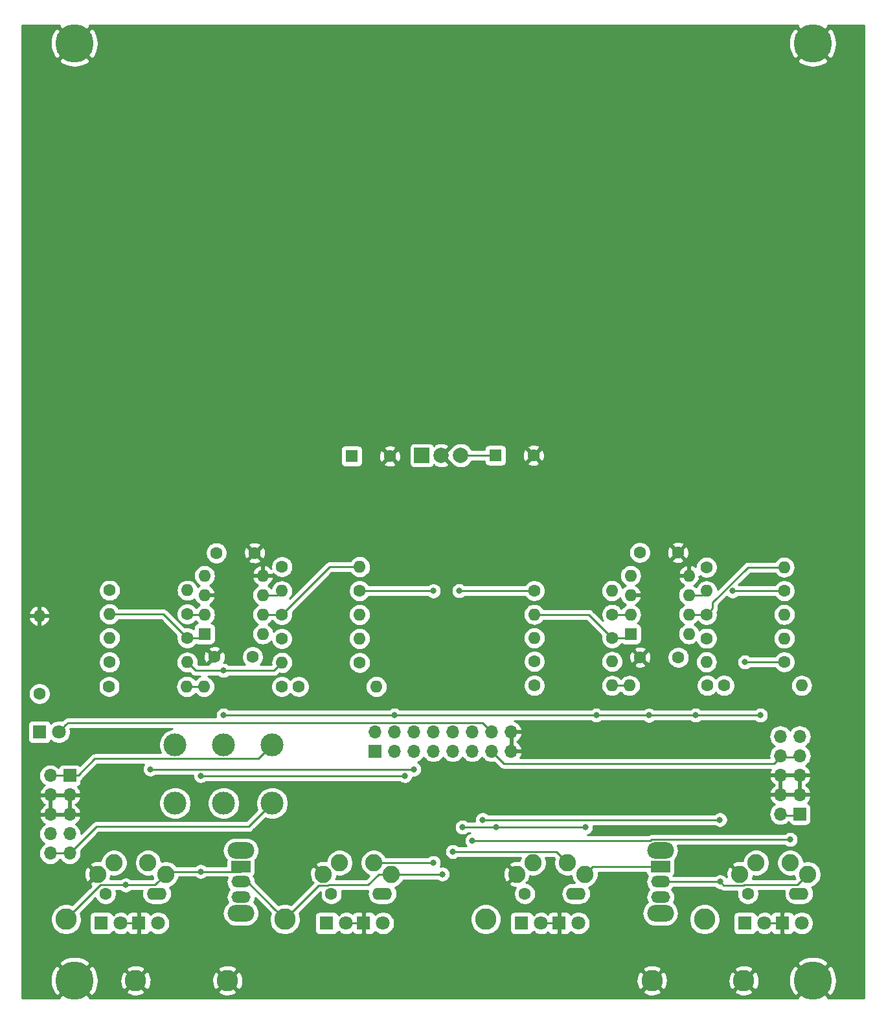
<source format=gbr>
G04 #@! TF.GenerationSoftware,KiCad,Pcbnew,(5.1.2)-1*
G04 #@! TF.CreationDate,2021-02-28T11:05:55-08:00*
G04 #@! TF.ProjectId,PBJ EU,50424a20-4555-42e6-9b69-6361645f7063,rev?*
G04 #@! TF.SameCoordinates,Original*
G04 #@! TF.FileFunction,Copper,L1,Top*
G04 #@! TF.FilePolarity,Positive*
%FSLAX46Y46*%
G04 Gerber Fmt 4.6, Leading zero omitted, Abs format (unit mm)*
G04 Created by KiCad (PCBNEW (5.1.2)-1) date 2021-02-28 11:05:55*
%MOMM*%
%LPD*%
G04 APERTURE LIST*
%ADD10C,3.000000*%
%ADD11C,1.800000*%
%ADD12R,1.800000X1.800000*%
%ADD13O,1.600000X1.600000*%
%ADD14C,1.600000*%
%ADD15R,1.600000X1.600000*%
%ADD16O,3.500000X2.200000*%
%ADD17O,2.500000X1.500000*%
%ADD18R,2.500000X1.500000*%
%ADD19C,2.000000*%
%ADD20R,2.000000X2.000000*%
%ADD21C,2.800000*%
%ADD22O,2.600000X1.600000*%
%ADD23C,2.250000*%
%ADD24C,5.000000*%
%ADD25R,1.700000X1.700000*%
%ADD26O,1.700000X1.700000*%
%ADD27C,0.800000*%
%ADD28C,0.250000*%
%ADD29C,0.254000*%
G04 APERTURE END LIST*
D10*
X60650000Y-124690000D03*
X60650000Y-132310000D03*
X67000000Y-124690000D03*
X67000000Y-132310000D03*
X73350000Y-124690000D03*
X73350000Y-132310000D03*
D11*
X108490000Y-148000000D03*
D12*
X105950000Y-148000000D03*
D13*
X74630000Y-113930000D03*
D14*
X84790000Y-113930000D03*
D13*
X84770000Y-107670000D03*
D14*
X74610000Y-107670000D03*
D13*
X140290000Y-107660000D03*
D14*
X130130000Y-107660000D03*
D13*
X42920000Y-107840000D03*
D14*
X42920000Y-118000000D03*
D13*
X130120000Y-113870000D03*
D14*
X140280000Y-113870000D03*
D13*
X117770000Y-116940000D03*
D14*
X107610000Y-116940000D03*
D13*
X64440000Y-117080000D03*
D14*
X74600000Y-117080000D03*
D13*
X62200000Y-117080000D03*
D14*
X52040000Y-117080000D03*
D13*
X120060000Y-116940000D03*
D14*
X130220000Y-116940000D03*
D13*
X117790000Y-113800000D03*
D14*
X107630000Y-113800000D03*
D13*
X62240000Y-113890000D03*
D14*
X52080000Y-113890000D03*
D13*
X62260000Y-104500000D03*
D14*
X52100000Y-104500000D03*
D13*
X52080000Y-110710000D03*
D14*
X62240000Y-110710000D03*
D13*
X52090000Y-107600000D03*
D14*
X62250000Y-107600000D03*
D13*
X107620000Y-110720000D03*
D14*
X117780000Y-110720000D03*
X88730000Y-86950000D03*
D15*
X83730000Y-86950000D03*
D14*
X66050000Y-99600000D03*
X71050000Y-99600000D03*
X121400000Y-99550000D03*
X126400000Y-99550000D03*
X121450000Y-113250000D03*
X126450000Y-113250000D03*
X65800000Y-113200000D03*
X70800000Y-113200000D03*
D11*
X53540000Y-148000000D03*
D12*
X51000000Y-148000000D03*
D13*
X140290000Y-110770000D03*
D14*
X130130000Y-110770000D03*
D13*
X72130000Y-110200000D03*
X64510000Y-102580000D03*
X72130000Y-107660000D03*
X64510000Y-105120000D03*
X72130000Y-105120000D03*
X64510000Y-107660000D03*
X72130000Y-102580000D03*
D15*
X64510000Y-110200000D03*
D13*
X142570000Y-116940000D03*
D14*
X132410000Y-116940000D03*
D16*
X69250000Y-146700000D03*
X69250000Y-138500000D03*
D17*
X69250000Y-144600000D03*
X69250000Y-142600000D03*
D18*
X69250000Y-140600000D03*
D19*
X98010000Y-86850000D03*
X95470000Y-86850000D03*
D20*
X92930000Y-86850000D03*
D13*
X86980000Y-117090000D03*
D14*
X76820000Y-117090000D03*
D21*
X46400000Y-147500000D03*
X75000000Y-147500000D03*
X101270000Y-147500000D03*
D13*
X84770000Y-110800000D03*
D14*
X74610000Y-110800000D03*
D21*
X129870000Y-147500000D03*
D14*
X107530000Y-86850000D03*
D15*
X102530000Y-86850000D03*
D16*
X124100000Y-146700000D03*
X124100000Y-138500000D03*
D17*
X124100000Y-144600000D03*
X124100000Y-142600000D03*
D18*
X124100000Y-140600000D03*
D11*
X45460000Y-123000000D03*
D12*
X42920000Y-123000000D03*
D11*
X87840000Y-148000000D03*
D12*
X85300000Y-148000000D03*
D11*
X82990000Y-148000000D03*
D12*
X80450000Y-148000000D03*
D11*
X142590000Y-148000000D03*
D12*
X140050000Y-148000000D03*
D11*
X137690000Y-148000000D03*
D12*
X135150000Y-148000000D03*
D14*
X51580000Y-144150000D03*
D22*
X58260000Y-144150000D03*
D23*
X59420000Y-141600000D03*
X57120000Y-140100000D03*
X52670000Y-140100000D03*
X50520000Y-141600000D03*
D11*
X58440000Y-148000000D03*
D12*
X55900000Y-148000000D03*
D14*
X81080000Y-144150000D03*
D22*
X87760000Y-144150000D03*
D23*
X88920000Y-141600000D03*
X86620000Y-140100000D03*
X82170000Y-140100000D03*
X80020000Y-141600000D03*
D11*
X113390000Y-148000000D03*
D12*
X110850000Y-148000000D03*
D14*
X106380000Y-144150000D03*
D22*
X113060000Y-144150000D03*
D23*
X114220000Y-141600000D03*
X111920000Y-140100000D03*
X107470000Y-140100000D03*
X105320000Y-141600000D03*
D14*
X135530000Y-144150000D03*
D22*
X142210000Y-144150000D03*
D23*
X143370000Y-141600000D03*
X141070000Y-140100000D03*
X136620000Y-140100000D03*
X134470000Y-141600000D03*
D24*
X47500000Y-155500000D03*
X144020000Y-155500000D03*
X144020000Y-33000000D03*
X47500000Y-33000000D03*
D21*
X55500000Y-155500000D03*
X67500000Y-155500000D03*
X123000000Y-155500000D03*
X135000000Y-155500000D03*
D25*
X86800000Y-125540000D03*
D26*
X86800000Y-123000000D03*
X89340000Y-125540000D03*
X89340000Y-123000000D03*
X91880000Y-125540000D03*
X91880000Y-123000000D03*
X94420000Y-125540000D03*
X94420000Y-123000000D03*
X96960000Y-125540000D03*
X96960000Y-123000000D03*
X99500000Y-125540000D03*
X99500000Y-123000000D03*
X102040000Y-125540000D03*
X102040000Y-123000000D03*
X104580000Y-125540000D03*
X104580000Y-123000000D03*
D15*
X120210000Y-110200000D03*
D13*
X127830000Y-102580000D03*
X120210000Y-107660000D03*
X127830000Y-105120000D03*
X120210000Y-105120000D03*
X127830000Y-107660000D03*
X120210000Y-102580000D03*
X127830000Y-110200000D03*
D25*
X46880000Y-128710000D03*
D26*
X44340000Y-128710000D03*
X46880000Y-131250000D03*
X44340000Y-131250000D03*
X46880000Y-133790000D03*
X44340000Y-133790000D03*
X46880000Y-136330000D03*
X44340000Y-136330000D03*
X46880000Y-138870000D03*
X44340000Y-138870000D03*
X139790000Y-123590000D03*
X142330000Y-123590000D03*
X139790000Y-126130000D03*
X142330000Y-126130000D03*
X139790000Y-128670000D03*
X142330000Y-128670000D03*
X139790000Y-131210000D03*
X142330000Y-131210000D03*
X139790000Y-133750000D03*
D25*
X142330000Y-133750000D03*
D13*
X117760000Y-104550000D03*
D14*
X107600000Y-104550000D03*
D13*
X107610000Y-107650000D03*
D14*
X117770000Y-107650000D03*
X84760000Y-104570000D03*
D13*
X74600000Y-104570000D03*
D14*
X140290000Y-104570000D03*
D13*
X130130000Y-104570000D03*
X84800000Y-101430000D03*
D14*
X74640000Y-101430000D03*
X130120000Y-101470000D03*
D13*
X140280000Y-101470000D03*
D27*
X90704999Y-128734999D03*
X54215010Y-143024990D03*
X64000000Y-141250000D03*
X64000000Y-128734999D03*
X95595001Y-141600000D03*
X94420000Y-104570000D03*
X98225000Y-135450000D03*
X114310000Y-135450000D03*
X102660000Y-135450000D03*
X97800000Y-104550000D03*
X131900000Y-142600000D03*
X100864999Y-134484999D03*
X131865001Y-134484999D03*
X133535001Y-104574999D03*
X67000000Y-114980000D03*
X67000000Y-120810000D03*
X89320000Y-120810000D03*
X137180000Y-120810000D03*
X115710000Y-120810000D03*
X122610000Y-120830000D03*
X128730000Y-120810000D03*
X57425001Y-127874999D03*
X91880000Y-127874999D03*
X94420000Y-140100000D03*
X96960000Y-138649999D03*
X99500000Y-137220000D03*
X141074990Y-137074990D03*
X135150000Y-113870000D03*
D28*
X59770000Y-141250000D02*
X59420000Y-141600000D01*
X69250000Y-141250000D02*
X63940000Y-141250000D01*
X90704999Y-128734999D02*
X69250000Y-128734999D01*
X69250000Y-128734999D02*
X69250000Y-128734999D01*
X58295001Y-142724999D02*
X59420000Y-141600000D01*
X57995010Y-143024990D02*
X58295001Y-142724999D01*
X50875010Y-143024990D02*
X54215010Y-143024990D01*
X46400000Y-147500000D02*
X50875010Y-143024990D01*
X54215010Y-143024990D02*
X57995010Y-143024990D01*
X63940000Y-141250000D02*
X59770000Y-141250000D01*
X69250000Y-128734999D02*
X64000000Y-128734999D01*
X64000000Y-128734999D02*
X64000000Y-128734999D01*
X53540000Y-148000000D02*
X55900000Y-148000000D01*
X82990000Y-148000000D02*
X85300000Y-148000000D01*
X108490000Y-148000000D02*
X110850000Y-148000000D01*
X137690000Y-148000000D02*
X140050000Y-148000000D01*
X90510990Y-141600000D02*
X95595001Y-141600000D01*
X88920000Y-141600000D02*
X90510990Y-141600000D01*
X85891370Y-104570000D02*
X94420000Y-104570000D01*
X84760000Y-104570000D02*
X85891370Y-104570000D01*
X76399999Y-146100001D02*
X75000000Y-147500000D01*
X79449999Y-143050001D02*
X76399999Y-146100001D01*
X80716001Y-143050001D02*
X79449999Y-143050001D01*
X80741003Y-143024999D02*
X80716001Y-143050001D01*
X85904011Y-143024999D02*
X80741003Y-143024999D01*
X87329010Y-141600000D02*
X85904011Y-143024999D01*
X88920000Y-141600000D02*
X87329010Y-141600000D01*
X73600001Y-146100001D02*
X75000000Y-147500000D01*
X70100000Y-142600000D02*
X73600001Y-146100001D01*
X69250000Y-142600000D02*
X70100000Y-142600000D01*
X115220000Y-140600000D02*
X114220000Y-141600000D01*
X124200000Y-140600000D02*
X115220000Y-140600000D01*
X98225000Y-135450000D02*
X102660000Y-135450000D01*
X114310000Y-135450000D02*
X114310000Y-135450000D01*
X102660000Y-135450000D02*
X114310000Y-135450000D01*
X97800000Y-104550000D02*
X107600000Y-104550000D01*
X124200000Y-142600000D02*
X131900000Y-142600000D01*
X131375000Y-142600000D02*
X131375000Y-142600000D01*
X142000000Y-142970000D02*
X143370000Y-141600000D01*
X135044998Y-142970000D02*
X142000000Y-142970000D01*
X134964997Y-143050001D02*
X135044998Y-142970000D01*
X132350001Y-143050001D02*
X134964997Y-143050001D01*
X131900000Y-142600000D02*
X132350001Y-143050001D01*
X100864999Y-134484999D02*
X131865001Y-134484999D01*
X131865001Y-134484999D02*
X131865001Y-134484999D01*
X140285001Y-104574999D02*
X140290000Y-104570000D01*
X133535001Y-104574999D02*
X140285001Y-104574999D01*
X46359999Y-122100001D02*
X45460000Y-123000000D01*
X46635001Y-121824999D02*
X46359999Y-122100001D01*
X100864999Y-121824999D02*
X46635001Y-121824999D01*
X102040000Y-123000000D02*
X100864999Y-121824999D01*
X138940001Y-127159999D02*
X139790000Y-126310000D01*
X103659999Y-127159999D02*
X138940001Y-127159999D01*
X102040000Y-125540000D02*
X103659999Y-127159999D01*
X140992081Y-126310000D02*
X142330000Y-126310000D01*
X139790000Y-126310000D02*
X140992081Y-126310000D01*
X99424213Y-86850000D02*
X102530000Y-86850000D01*
X98010000Y-86850000D02*
X99424213Y-86850000D01*
X63330000Y-114980000D02*
X67000000Y-114980000D01*
X62240000Y-113890000D02*
X63330000Y-114980000D01*
X73580000Y-114980000D02*
X67000000Y-114980000D01*
X74630000Y-113930000D02*
X73580000Y-114980000D01*
X67000000Y-120810000D02*
X89320000Y-120810000D01*
X89320000Y-120810000D02*
X89320000Y-120810000D01*
X89320000Y-120810000D02*
X115710000Y-120810000D01*
X137180000Y-120810000D02*
X137180000Y-120810000D01*
X122140000Y-120810000D02*
X123880000Y-120810000D01*
X115710000Y-120810000D02*
X122140000Y-120810000D01*
X123880000Y-120810000D02*
X128730000Y-120810000D01*
X128730000Y-120810000D02*
X137180000Y-120810000D01*
X139790000Y-133930000D02*
X142330000Y-133930000D01*
X62200000Y-117080000D02*
X64440000Y-117080000D01*
X117770000Y-116940000D02*
X120060000Y-116940000D01*
X91880000Y-127874999D02*
X91880000Y-127874999D01*
X110469999Y-138649999D02*
X96960000Y-138649999D01*
X111920000Y-140100000D02*
X110469999Y-138649999D01*
X62310000Y-107660000D02*
X62250000Y-107600000D01*
X64510000Y-107660000D02*
X62310000Y-107660000D01*
X127860000Y-105150000D02*
X127830000Y-105120000D01*
X57425001Y-127874999D02*
X57425001Y-127874999D01*
X91880000Y-127874999D02*
X57425001Y-127874999D01*
X89566002Y-140100000D02*
X94420000Y-140100000D01*
X86620000Y-140100000D02*
X89566002Y-140100000D01*
X122959742Y-137074990D02*
X141074990Y-137074990D01*
X99500000Y-137220000D02*
X122814732Y-137220000D01*
X122814732Y-137220000D02*
X122959742Y-137074990D01*
X141074990Y-137074990D02*
X141074990Y-137074990D01*
X59130000Y-107600000D02*
X62240000Y-110710000D01*
X52090000Y-107600000D02*
X59130000Y-107600000D01*
X64000000Y-110710000D02*
X64510000Y-110200000D01*
X62240000Y-110710000D02*
X64000000Y-110710000D01*
X119690000Y-110720000D02*
X120210000Y-110200000D01*
X117780000Y-110720000D02*
X119690000Y-110720000D01*
X114710000Y-107650000D02*
X117780000Y-110720000D01*
X107610000Y-107650000D02*
X114710000Y-107650000D01*
X120200000Y-107650000D02*
X120210000Y-107660000D01*
X117770000Y-107650000D02*
X120200000Y-107650000D01*
X74050000Y-105120000D02*
X74600000Y-104570000D01*
X72130000Y-105120000D02*
X74050000Y-105120000D01*
X129580000Y-105120000D02*
X130130000Y-104570000D01*
X127830000Y-105120000D02*
X129580000Y-105120000D01*
X140280000Y-113870000D02*
X135150000Y-113870000D01*
X135150000Y-113870000D02*
X135150000Y-113870000D01*
X74600000Y-107660000D02*
X74610000Y-107670000D01*
X72130000Y-107660000D02*
X74600000Y-107660000D01*
X80850000Y-101430000D02*
X84800000Y-101430000D01*
X74610000Y-107670000D02*
X80850000Y-101430000D01*
X127830000Y-107660000D02*
X130130000Y-107660000D01*
X139148630Y-101470000D02*
X140280000Y-101470000D01*
X135566998Y-101470000D02*
X139148630Y-101470000D01*
X130929999Y-106106999D02*
X135566998Y-101470000D01*
X130929999Y-106860001D02*
X130929999Y-106106999D01*
X130130000Y-107660000D02*
X130929999Y-106860001D01*
X44340000Y-128710000D02*
X46880000Y-128710000D01*
X71850001Y-126189999D02*
X73350000Y-124690000D01*
X71524999Y-126515001D02*
X71850001Y-126189999D01*
X50174999Y-126515001D02*
X71524999Y-126515001D01*
X47980000Y-128710000D02*
X50174999Y-126515001D01*
X46880000Y-128710000D02*
X47980000Y-128710000D01*
X45542081Y-138870000D02*
X46880000Y-138870000D01*
X44340000Y-138870000D02*
X45542081Y-138870000D01*
X71850001Y-133809999D02*
X73350000Y-132310000D01*
X70270000Y-135390000D02*
X71850001Y-133809999D01*
X50360000Y-135390000D02*
X70270000Y-135390000D01*
X46880000Y-138870000D02*
X50360000Y-135390000D01*
D29*
G36*
X45476457Y-30796852D02*
G01*
X47500000Y-32820395D01*
X49523543Y-30796852D01*
X49433119Y-30660000D01*
X142086881Y-30660000D01*
X141996457Y-30796852D01*
X144020000Y-32820395D01*
X146043543Y-30796852D01*
X145953119Y-30660000D01*
X150740001Y-30660000D01*
X150740000Y-157840000D01*
X145953119Y-157840000D01*
X146043543Y-157703148D01*
X144020000Y-155679605D01*
X141996457Y-157703148D01*
X142086881Y-157840000D01*
X49433119Y-157840000D01*
X49523543Y-157703148D01*
X47500000Y-155679605D01*
X45476457Y-157703148D01*
X45566881Y-157840000D01*
X40660000Y-157840000D01*
X40660000Y-155503328D01*
X44349832Y-155503328D01*
X44411010Y-156117831D01*
X44590897Y-156708592D01*
X44878882Y-157247373D01*
X45296852Y-157523543D01*
X47320395Y-155500000D01*
X47679605Y-155500000D01*
X49703148Y-157523543D01*
X50121118Y-157247373D01*
X50295419Y-156920447D01*
X54259158Y-156920447D01*
X54403135Y-157225770D01*
X54760892Y-157406597D01*
X55147053Y-157514155D01*
X55546777Y-157544310D01*
X55944704Y-157495904D01*
X56325540Y-157370795D01*
X56596865Y-157225770D01*
X56740842Y-156920447D01*
X66259158Y-156920447D01*
X66403135Y-157225770D01*
X66760892Y-157406597D01*
X67147053Y-157514155D01*
X67546777Y-157544310D01*
X67944704Y-157495904D01*
X68325540Y-157370795D01*
X68596865Y-157225770D01*
X68740842Y-156920447D01*
X121759158Y-156920447D01*
X121903135Y-157225770D01*
X122260892Y-157406597D01*
X122647053Y-157514155D01*
X123046777Y-157544310D01*
X123444704Y-157495904D01*
X123825540Y-157370795D01*
X124096865Y-157225770D01*
X124240842Y-156920447D01*
X133759158Y-156920447D01*
X133903135Y-157225770D01*
X134260892Y-157406597D01*
X134647053Y-157514155D01*
X135046777Y-157544310D01*
X135444704Y-157495904D01*
X135825540Y-157370795D01*
X136096865Y-157225770D01*
X136240842Y-156920447D01*
X135000000Y-155679605D01*
X133759158Y-156920447D01*
X124240842Y-156920447D01*
X123000000Y-155679605D01*
X121759158Y-156920447D01*
X68740842Y-156920447D01*
X67500000Y-155679605D01*
X66259158Y-156920447D01*
X56740842Y-156920447D01*
X55500000Y-155679605D01*
X54259158Y-156920447D01*
X50295419Y-156920447D01*
X50411649Y-156702443D01*
X50590287Y-156111304D01*
X50645286Y-155546777D01*
X53455690Y-155546777D01*
X53504096Y-155944704D01*
X53629205Y-156325540D01*
X53774230Y-156596865D01*
X54079553Y-156740842D01*
X55320395Y-155500000D01*
X55679605Y-155500000D01*
X56920447Y-156740842D01*
X57225770Y-156596865D01*
X57406597Y-156239108D01*
X57514155Y-155852947D01*
X57537252Y-155546777D01*
X65455690Y-155546777D01*
X65504096Y-155944704D01*
X65629205Y-156325540D01*
X65774230Y-156596865D01*
X66079553Y-156740842D01*
X67320395Y-155500000D01*
X67679605Y-155500000D01*
X68920447Y-156740842D01*
X69225770Y-156596865D01*
X69406597Y-156239108D01*
X69514155Y-155852947D01*
X69537252Y-155546777D01*
X120955690Y-155546777D01*
X121004096Y-155944704D01*
X121129205Y-156325540D01*
X121274230Y-156596865D01*
X121579553Y-156740842D01*
X122820395Y-155500000D01*
X123179605Y-155500000D01*
X124420447Y-156740842D01*
X124725770Y-156596865D01*
X124906597Y-156239108D01*
X125014155Y-155852947D01*
X125037252Y-155546777D01*
X132955690Y-155546777D01*
X133004096Y-155944704D01*
X133129205Y-156325540D01*
X133274230Y-156596865D01*
X133579553Y-156740842D01*
X134820395Y-155500000D01*
X135179605Y-155500000D01*
X136420447Y-156740842D01*
X136725770Y-156596865D01*
X136906597Y-156239108D01*
X137014155Y-155852947D01*
X137040530Y-155503328D01*
X140869832Y-155503328D01*
X140931010Y-156117831D01*
X141110897Y-156708592D01*
X141398882Y-157247373D01*
X141816852Y-157523543D01*
X143840395Y-155500000D01*
X144199605Y-155500000D01*
X146223148Y-157523543D01*
X146641118Y-157247373D01*
X146931649Y-156702443D01*
X147110287Y-156111304D01*
X147170168Y-155496672D01*
X147108990Y-154882169D01*
X146929103Y-154291408D01*
X146641118Y-153752627D01*
X146223148Y-153476457D01*
X144199605Y-155500000D01*
X143840395Y-155500000D01*
X141816852Y-153476457D01*
X141398882Y-153752627D01*
X141108351Y-154297557D01*
X140929713Y-154888696D01*
X140869832Y-155503328D01*
X137040530Y-155503328D01*
X137044310Y-155453223D01*
X136995904Y-155055296D01*
X136870795Y-154674460D01*
X136725770Y-154403135D01*
X136420447Y-154259158D01*
X135179605Y-155500000D01*
X134820395Y-155500000D01*
X133579553Y-154259158D01*
X133274230Y-154403135D01*
X133093403Y-154760892D01*
X132985845Y-155147053D01*
X132955690Y-155546777D01*
X125037252Y-155546777D01*
X125044310Y-155453223D01*
X124995904Y-155055296D01*
X124870795Y-154674460D01*
X124725770Y-154403135D01*
X124420447Y-154259158D01*
X123179605Y-155500000D01*
X122820395Y-155500000D01*
X121579553Y-154259158D01*
X121274230Y-154403135D01*
X121093403Y-154760892D01*
X120985845Y-155147053D01*
X120955690Y-155546777D01*
X69537252Y-155546777D01*
X69544310Y-155453223D01*
X69495904Y-155055296D01*
X69370795Y-154674460D01*
X69225770Y-154403135D01*
X68920447Y-154259158D01*
X67679605Y-155500000D01*
X67320395Y-155500000D01*
X66079553Y-154259158D01*
X65774230Y-154403135D01*
X65593403Y-154760892D01*
X65485845Y-155147053D01*
X65455690Y-155546777D01*
X57537252Y-155546777D01*
X57544310Y-155453223D01*
X57495904Y-155055296D01*
X57370795Y-154674460D01*
X57225770Y-154403135D01*
X56920447Y-154259158D01*
X55679605Y-155500000D01*
X55320395Y-155500000D01*
X54079553Y-154259158D01*
X53774230Y-154403135D01*
X53593403Y-154760892D01*
X53485845Y-155147053D01*
X53455690Y-155546777D01*
X50645286Y-155546777D01*
X50650168Y-155496672D01*
X50588990Y-154882169D01*
X50409103Y-154291408D01*
X50295864Y-154079553D01*
X54259158Y-154079553D01*
X55500000Y-155320395D01*
X56740842Y-154079553D01*
X66259158Y-154079553D01*
X67500000Y-155320395D01*
X68740842Y-154079553D01*
X121759158Y-154079553D01*
X123000000Y-155320395D01*
X124240842Y-154079553D01*
X133759158Y-154079553D01*
X135000000Y-155320395D01*
X136240842Y-154079553D01*
X136096865Y-153774230D01*
X135739108Y-153593403D01*
X135352947Y-153485845D01*
X134953223Y-153455690D01*
X134555296Y-153504096D01*
X134174460Y-153629205D01*
X133903135Y-153774230D01*
X133759158Y-154079553D01*
X124240842Y-154079553D01*
X124096865Y-153774230D01*
X123739108Y-153593403D01*
X123352947Y-153485845D01*
X122953223Y-153455690D01*
X122555296Y-153504096D01*
X122174460Y-153629205D01*
X121903135Y-153774230D01*
X121759158Y-154079553D01*
X68740842Y-154079553D01*
X68596865Y-153774230D01*
X68239108Y-153593403D01*
X67852947Y-153485845D01*
X67453223Y-153455690D01*
X67055296Y-153504096D01*
X66674460Y-153629205D01*
X66403135Y-153774230D01*
X66259158Y-154079553D01*
X56740842Y-154079553D01*
X56596865Y-153774230D01*
X56239108Y-153593403D01*
X55852947Y-153485845D01*
X55453223Y-153455690D01*
X55055296Y-153504096D01*
X54674460Y-153629205D01*
X54403135Y-153774230D01*
X54259158Y-154079553D01*
X50295864Y-154079553D01*
X50121118Y-153752627D01*
X49703148Y-153476457D01*
X47679605Y-155500000D01*
X47320395Y-155500000D01*
X45296852Y-153476457D01*
X44878882Y-153752627D01*
X44588351Y-154297557D01*
X44409713Y-154888696D01*
X44349832Y-155503328D01*
X40660000Y-155503328D01*
X40660000Y-153296852D01*
X45476457Y-153296852D01*
X47500000Y-155320395D01*
X49523543Y-153296852D01*
X141996457Y-153296852D01*
X144020000Y-155320395D01*
X146043543Y-153296852D01*
X145767373Y-152878882D01*
X145222443Y-152588351D01*
X144631304Y-152409713D01*
X144016672Y-152349832D01*
X143402169Y-152411010D01*
X142811408Y-152590897D01*
X142272627Y-152878882D01*
X141996457Y-153296852D01*
X49523543Y-153296852D01*
X49247373Y-152878882D01*
X48702443Y-152588351D01*
X48111304Y-152409713D01*
X47496672Y-152349832D01*
X46882169Y-152411010D01*
X46291408Y-152590897D01*
X45752627Y-152878882D01*
X45476457Y-153296852D01*
X40660000Y-153296852D01*
X40660000Y-147299570D01*
X44365000Y-147299570D01*
X44365000Y-147700430D01*
X44443204Y-148093587D01*
X44596607Y-148463934D01*
X44819313Y-148797237D01*
X45102763Y-149080687D01*
X45436066Y-149303393D01*
X45806413Y-149456796D01*
X46199570Y-149535000D01*
X46600430Y-149535000D01*
X46993587Y-149456796D01*
X47363934Y-149303393D01*
X47697237Y-149080687D01*
X47980687Y-148797237D01*
X48203393Y-148463934D01*
X48356796Y-148093587D01*
X48435000Y-147700430D01*
X48435000Y-147299570D01*
X48395303Y-147100000D01*
X49461928Y-147100000D01*
X49461928Y-148900000D01*
X49474188Y-149024482D01*
X49510498Y-149144180D01*
X49569463Y-149254494D01*
X49648815Y-149351185D01*
X49745506Y-149430537D01*
X49855820Y-149489502D01*
X49975518Y-149525812D01*
X50100000Y-149538072D01*
X51900000Y-149538072D01*
X52024482Y-149525812D01*
X52144180Y-149489502D01*
X52254494Y-149430537D01*
X52351185Y-149351185D01*
X52430537Y-149254494D01*
X52489502Y-149144180D01*
X52492813Y-149133265D01*
X52539578Y-149180030D01*
X52655526Y-149064082D01*
X52739208Y-149318261D01*
X53011775Y-149449158D01*
X53304642Y-149524365D01*
X53606553Y-149540991D01*
X53905907Y-149498397D01*
X54191199Y-149398222D01*
X54340792Y-149318261D01*
X54404555Y-149124587D01*
X54410498Y-149144180D01*
X54469463Y-149254494D01*
X54548815Y-149351185D01*
X54645506Y-149430537D01*
X54755820Y-149489502D01*
X54875518Y-149525812D01*
X55000000Y-149538072D01*
X55614250Y-149535000D01*
X55773000Y-149376250D01*
X55773000Y-148127000D01*
X55753000Y-148127000D01*
X55753000Y-147873000D01*
X55773000Y-147873000D01*
X55773000Y-146623750D01*
X56027000Y-146623750D01*
X56027000Y-147873000D01*
X56047000Y-147873000D01*
X56047000Y-148127000D01*
X56027000Y-148127000D01*
X56027000Y-149376250D01*
X56185750Y-149535000D01*
X56800000Y-149538072D01*
X56924482Y-149525812D01*
X57044180Y-149489502D01*
X57154494Y-149430537D01*
X57251185Y-149351185D01*
X57330537Y-149254494D01*
X57389502Y-149144180D01*
X57395056Y-149125873D01*
X57461495Y-149192312D01*
X57712905Y-149360299D01*
X57992257Y-149476011D01*
X58288816Y-149535000D01*
X58591184Y-149535000D01*
X58887743Y-149476011D01*
X59167095Y-149360299D01*
X59418505Y-149192312D01*
X59632312Y-148978505D01*
X59800299Y-148727095D01*
X59916011Y-148447743D01*
X59975000Y-148151184D01*
X59975000Y-147848816D01*
X59916011Y-147552257D01*
X59800299Y-147272905D01*
X59632312Y-147021495D01*
X59418505Y-146807688D01*
X59167095Y-146639701D01*
X58887743Y-146523989D01*
X58591184Y-146465000D01*
X58288816Y-146465000D01*
X57992257Y-146523989D01*
X57712905Y-146639701D01*
X57461495Y-146807688D01*
X57395056Y-146874127D01*
X57389502Y-146855820D01*
X57330537Y-146745506D01*
X57251185Y-146648815D01*
X57154494Y-146569463D01*
X57044180Y-146510498D01*
X56924482Y-146474188D01*
X56800000Y-146461928D01*
X56185750Y-146465000D01*
X56027000Y-146623750D01*
X55773000Y-146623750D01*
X55614250Y-146465000D01*
X55000000Y-146461928D01*
X54875518Y-146474188D01*
X54755820Y-146510498D01*
X54645506Y-146569463D01*
X54548815Y-146648815D01*
X54469463Y-146745506D01*
X54410498Y-146855820D01*
X54404555Y-146875413D01*
X54340792Y-146681739D01*
X54068225Y-146550842D01*
X53775358Y-146475635D01*
X53473447Y-146459009D01*
X53174093Y-146501603D01*
X52888801Y-146601778D01*
X52739208Y-146681739D01*
X52655526Y-146935918D01*
X52539578Y-146819970D01*
X52492813Y-146866735D01*
X52489502Y-146855820D01*
X52430537Y-146745506D01*
X52351185Y-146648815D01*
X52254494Y-146569463D01*
X52144180Y-146510498D01*
X52024482Y-146474188D01*
X51900000Y-146461928D01*
X50100000Y-146461928D01*
X49975518Y-146474188D01*
X49855820Y-146510498D01*
X49745506Y-146569463D01*
X49648815Y-146648815D01*
X49569463Y-146745506D01*
X49510498Y-146855820D01*
X49474188Y-146975518D01*
X49461928Y-147100000D01*
X48395303Y-147100000D01*
X48356796Y-146906413D01*
X48272323Y-146702478D01*
X50260507Y-144714295D01*
X50308320Y-144829727D01*
X50465363Y-145064759D01*
X50665241Y-145264637D01*
X50900273Y-145421680D01*
X51161426Y-145529853D01*
X51438665Y-145585000D01*
X51721335Y-145585000D01*
X51998574Y-145529853D01*
X52259727Y-145421680D01*
X52494759Y-145264637D01*
X52694637Y-145064759D01*
X52851680Y-144829727D01*
X52959853Y-144568574D01*
X53015000Y-144291335D01*
X53015000Y-144008665D01*
X52970508Y-143784990D01*
X53511299Y-143784990D01*
X53555236Y-143828927D01*
X53724754Y-143942195D01*
X53913112Y-144020216D01*
X54113071Y-144059990D01*
X54316949Y-144059990D01*
X54516908Y-144020216D01*
X54705266Y-143942195D01*
X54874784Y-143828927D01*
X54918721Y-143784990D01*
X56371154Y-143784990D01*
X56345764Y-143868691D01*
X56318057Y-144150000D01*
X56345764Y-144431309D01*
X56427818Y-144701808D01*
X56561068Y-144951101D01*
X56740392Y-145169608D01*
X56958899Y-145348932D01*
X57208192Y-145482182D01*
X57478691Y-145564236D01*
X57689508Y-145585000D01*
X58830492Y-145585000D01*
X59041309Y-145564236D01*
X59311808Y-145482182D01*
X59561101Y-145348932D01*
X59779608Y-145169608D01*
X59958932Y-144951101D01*
X60092182Y-144701808D01*
X60174236Y-144431309D01*
X60201943Y-144150000D01*
X60174236Y-143868691D01*
X60092182Y-143598192D01*
X59958932Y-143348899D01*
X59915459Y-143295927D01*
X59933373Y-143292364D01*
X60253673Y-143159692D01*
X60541935Y-142967081D01*
X60787081Y-142721935D01*
X60979692Y-142433673D01*
X61112364Y-142113373D01*
X61132926Y-142010000D01*
X63296289Y-142010000D01*
X63340226Y-142053937D01*
X63509744Y-142167205D01*
X63698102Y-142245226D01*
X63898061Y-142285000D01*
X64101939Y-142285000D01*
X64301898Y-142245226D01*
X64490256Y-142167205D01*
X64659774Y-142053937D01*
X64703711Y-142010000D01*
X67494927Y-142010000D01*
X67464236Y-142067419D01*
X67385040Y-142328493D01*
X67358299Y-142600000D01*
X67385040Y-142871507D01*
X67464236Y-143132581D01*
X67592843Y-143373188D01*
X67765919Y-143584081D01*
X67785316Y-143600000D01*
X67765919Y-143615919D01*
X67592843Y-143826812D01*
X67464236Y-144067419D01*
X67385040Y-144328493D01*
X67358299Y-144600000D01*
X67385040Y-144871507D01*
X67464236Y-145132581D01*
X67558994Y-145309861D01*
X67367234Y-145467234D01*
X67150421Y-145731422D01*
X66989314Y-146032832D01*
X66890105Y-146359881D01*
X66856606Y-146700000D01*
X66890105Y-147040119D01*
X66989314Y-147367168D01*
X67150421Y-147668578D01*
X67367234Y-147932766D01*
X67631422Y-148149579D01*
X67932832Y-148310686D01*
X68259881Y-148409895D01*
X68514775Y-148435000D01*
X69985225Y-148435000D01*
X70240119Y-148409895D01*
X70567168Y-148310686D01*
X70868578Y-148149579D01*
X71132766Y-147932766D01*
X71349579Y-147668578D01*
X71510686Y-147367168D01*
X71609895Y-147040119D01*
X71643394Y-146700000D01*
X71609895Y-146359881D01*
X71510686Y-146032832D01*
X71349579Y-145731422D01*
X71132766Y-145467234D01*
X70941006Y-145309861D01*
X71035764Y-145132581D01*
X71114960Y-144871507D01*
X71131255Y-144706057D01*
X73088998Y-146663800D01*
X73089003Y-146663804D01*
X73127677Y-146702478D01*
X73043204Y-146906413D01*
X72965000Y-147299570D01*
X72965000Y-147700430D01*
X73043204Y-148093587D01*
X73196607Y-148463934D01*
X73419313Y-148797237D01*
X73702763Y-149080687D01*
X74036066Y-149303393D01*
X74406413Y-149456796D01*
X74799570Y-149535000D01*
X75200430Y-149535000D01*
X75593587Y-149456796D01*
X75963934Y-149303393D01*
X76297237Y-149080687D01*
X76580687Y-148797237D01*
X76803393Y-148463934D01*
X76956796Y-148093587D01*
X77035000Y-147700430D01*
X77035000Y-147299570D01*
X76995303Y-147100000D01*
X78911928Y-147100000D01*
X78911928Y-148900000D01*
X78924188Y-149024482D01*
X78960498Y-149144180D01*
X79019463Y-149254494D01*
X79098815Y-149351185D01*
X79195506Y-149430537D01*
X79305820Y-149489502D01*
X79425518Y-149525812D01*
X79550000Y-149538072D01*
X81350000Y-149538072D01*
X81474482Y-149525812D01*
X81594180Y-149489502D01*
X81704494Y-149430537D01*
X81801185Y-149351185D01*
X81880537Y-149254494D01*
X81939502Y-149144180D01*
X81942813Y-149133265D01*
X81989578Y-149180030D01*
X82105526Y-149064082D01*
X82189208Y-149318261D01*
X82461775Y-149449158D01*
X82754642Y-149524365D01*
X83056553Y-149540991D01*
X83355907Y-149498397D01*
X83641199Y-149398222D01*
X83790792Y-149318261D01*
X83833770Y-149187718D01*
X83869463Y-149254494D01*
X83948815Y-149351185D01*
X84045506Y-149430537D01*
X84155820Y-149489502D01*
X84275518Y-149525812D01*
X84400000Y-149538072D01*
X85014250Y-149535000D01*
X85173000Y-149376250D01*
X85173000Y-148127000D01*
X85153000Y-148127000D01*
X85153000Y-147873000D01*
X85173000Y-147873000D01*
X85173000Y-146623750D01*
X85427000Y-146623750D01*
X85427000Y-147873000D01*
X85447000Y-147873000D01*
X85447000Y-148127000D01*
X85427000Y-148127000D01*
X85427000Y-149376250D01*
X85585750Y-149535000D01*
X86200000Y-149538072D01*
X86324482Y-149525812D01*
X86444180Y-149489502D01*
X86554494Y-149430537D01*
X86651185Y-149351185D01*
X86730537Y-149254494D01*
X86789502Y-149144180D01*
X86795056Y-149125873D01*
X86861495Y-149192312D01*
X87112905Y-149360299D01*
X87392257Y-149476011D01*
X87688816Y-149535000D01*
X87991184Y-149535000D01*
X88287743Y-149476011D01*
X88567095Y-149360299D01*
X88818505Y-149192312D01*
X89032312Y-148978505D01*
X89200299Y-148727095D01*
X89316011Y-148447743D01*
X89375000Y-148151184D01*
X89375000Y-147848816D01*
X89316011Y-147552257D01*
X89211345Y-147299570D01*
X99235000Y-147299570D01*
X99235000Y-147700430D01*
X99313204Y-148093587D01*
X99466607Y-148463934D01*
X99689313Y-148797237D01*
X99972763Y-149080687D01*
X100306066Y-149303393D01*
X100676413Y-149456796D01*
X101069570Y-149535000D01*
X101470430Y-149535000D01*
X101863587Y-149456796D01*
X102233934Y-149303393D01*
X102567237Y-149080687D01*
X102850687Y-148797237D01*
X103073393Y-148463934D01*
X103226796Y-148093587D01*
X103305000Y-147700430D01*
X103305000Y-147299570D01*
X103265303Y-147100000D01*
X104411928Y-147100000D01*
X104411928Y-148900000D01*
X104424188Y-149024482D01*
X104460498Y-149144180D01*
X104519463Y-149254494D01*
X104598815Y-149351185D01*
X104695506Y-149430537D01*
X104805820Y-149489502D01*
X104925518Y-149525812D01*
X105050000Y-149538072D01*
X106850000Y-149538072D01*
X106974482Y-149525812D01*
X107094180Y-149489502D01*
X107204494Y-149430537D01*
X107301185Y-149351185D01*
X107380537Y-149254494D01*
X107439502Y-149144180D01*
X107442813Y-149133265D01*
X107489578Y-149180030D01*
X107605526Y-149064082D01*
X107689208Y-149318261D01*
X107961775Y-149449158D01*
X108254642Y-149524365D01*
X108556553Y-149540991D01*
X108855907Y-149498397D01*
X109141199Y-149398222D01*
X109290792Y-149318261D01*
X109354555Y-149124587D01*
X109360498Y-149144180D01*
X109419463Y-149254494D01*
X109498815Y-149351185D01*
X109595506Y-149430537D01*
X109705820Y-149489502D01*
X109825518Y-149525812D01*
X109950000Y-149538072D01*
X110564250Y-149535000D01*
X110723000Y-149376250D01*
X110723000Y-148127000D01*
X110703000Y-148127000D01*
X110703000Y-147873000D01*
X110723000Y-147873000D01*
X110723000Y-146623750D01*
X110977000Y-146623750D01*
X110977000Y-147873000D01*
X110997000Y-147873000D01*
X110997000Y-148127000D01*
X110977000Y-148127000D01*
X110977000Y-149376250D01*
X111135750Y-149535000D01*
X111750000Y-149538072D01*
X111874482Y-149525812D01*
X111994180Y-149489502D01*
X112104494Y-149430537D01*
X112201185Y-149351185D01*
X112280537Y-149254494D01*
X112339502Y-149144180D01*
X112345056Y-149125873D01*
X112411495Y-149192312D01*
X112662905Y-149360299D01*
X112942257Y-149476011D01*
X113238816Y-149535000D01*
X113541184Y-149535000D01*
X113837743Y-149476011D01*
X114117095Y-149360299D01*
X114368505Y-149192312D01*
X114582312Y-148978505D01*
X114750299Y-148727095D01*
X114866011Y-148447743D01*
X114925000Y-148151184D01*
X114925000Y-147848816D01*
X114866011Y-147552257D01*
X114750299Y-147272905D01*
X114582312Y-147021495D01*
X114368505Y-146807688D01*
X114117095Y-146639701D01*
X113837743Y-146523989D01*
X113541184Y-146465000D01*
X113238816Y-146465000D01*
X112942257Y-146523989D01*
X112662905Y-146639701D01*
X112411495Y-146807688D01*
X112345056Y-146874127D01*
X112339502Y-146855820D01*
X112280537Y-146745506D01*
X112201185Y-146648815D01*
X112104494Y-146569463D01*
X111994180Y-146510498D01*
X111874482Y-146474188D01*
X111750000Y-146461928D01*
X111135750Y-146465000D01*
X110977000Y-146623750D01*
X110723000Y-146623750D01*
X110564250Y-146465000D01*
X109950000Y-146461928D01*
X109825518Y-146474188D01*
X109705820Y-146510498D01*
X109595506Y-146569463D01*
X109498815Y-146648815D01*
X109419463Y-146745506D01*
X109360498Y-146855820D01*
X109354555Y-146875413D01*
X109290792Y-146681739D01*
X109018225Y-146550842D01*
X108725358Y-146475635D01*
X108423447Y-146459009D01*
X108124093Y-146501603D01*
X107838801Y-146601778D01*
X107689208Y-146681739D01*
X107605526Y-146935918D01*
X107489578Y-146819970D01*
X107442813Y-146866735D01*
X107439502Y-146855820D01*
X107380537Y-146745506D01*
X107301185Y-146648815D01*
X107204494Y-146569463D01*
X107094180Y-146510498D01*
X106974482Y-146474188D01*
X106850000Y-146461928D01*
X105050000Y-146461928D01*
X104925518Y-146474188D01*
X104805820Y-146510498D01*
X104695506Y-146569463D01*
X104598815Y-146648815D01*
X104519463Y-146745506D01*
X104460498Y-146855820D01*
X104424188Y-146975518D01*
X104411928Y-147100000D01*
X103265303Y-147100000D01*
X103226796Y-146906413D01*
X103073393Y-146536066D01*
X102850687Y-146202763D01*
X102567237Y-145919313D01*
X102233934Y-145696607D01*
X101863587Y-145543204D01*
X101470430Y-145465000D01*
X101069570Y-145465000D01*
X100676413Y-145543204D01*
X100306066Y-145696607D01*
X99972763Y-145919313D01*
X99689313Y-146202763D01*
X99466607Y-146536066D01*
X99313204Y-146906413D01*
X99235000Y-147299570D01*
X89211345Y-147299570D01*
X89200299Y-147272905D01*
X89032312Y-147021495D01*
X88818505Y-146807688D01*
X88567095Y-146639701D01*
X88287743Y-146523989D01*
X87991184Y-146465000D01*
X87688816Y-146465000D01*
X87392257Y-146523989D01*
X87112905Y-146639701D01*
X86861495Y-146807688D01*
X86795056Y-146874127D01*
X86789502Y-146855820D01*
X86730537Y-146745506D01*
X86651185Y-146648815D01*
X86554494Y-146569463D01*
X86444180Y-146510498D01*
X86324482Y-146474188D01*
X86200000Y-146461928D01*
X85585750Y-146465000D01*
X85427000Y-146623750D01*
X85173000Y-146623750D01*
X85014250Y-146465000D01*
X84400000Y-146461928D01*
X84275518Y-146474188D01*
X84155820Y-146510498D01*
X84045506Y-146569463D01*
X83948815Y-146648815D01*
X83869463Y-146745506D01*
X83833770Y-146812282D01*
X83790792Y-146681739D01*
X83518225Y-146550842D01*
X83225358Y-146475635D01*
X82923447Y-146459009D01*
X82624093Y-146501603D01*
X82338801Y-146601778D01*
X82189208Y-146681739D01*
X82105526Y-146935918D01*
X81989578Y-146819970D01*
X81942813Y-146866735D01*
X81939502Y-146855820D01*
X81880537Y-146745506D01*
X81801185Y-146648815D01*
X81704494Y-146569463D01*
X81594180Y-146510498D01*
X81474482Y-146474188D01*
X81350000Y-146461928D01*
X79550000Y-146461928D01*
X79425518Y-146474188D01*
X79305820Y-146510498D01*
X79195506Y-146569463D01*
X79098815Y-146648815D01*
X79019463Y-146745506D01*
X78960498Y-146855820D01*
X78924188Y-146975518D01*
X78911928Y-147100000D01*
X76995303Y-147100000D01*
X76956796Y-146906413D01*
X76872323Y-146702479D01*
X76963798Y-146611004D01*
X76963802Y-146610999D01*
X79664582Y-143910220D01*
X79645000Y-144008665D01*
X79645000Y-144291335D01*
X79700147Y-144568574D01*
X79808320Y-144829727D01*
X79965363Y-145064759D01*
X80165241Y-145264637D01*
X80400273Y-145421680D01*
X80661426Y-145529853D01*
X80938665Y-145585000D01*
X81221335Y-145585000D01*
X81498574Y-145529853D01*
X81759727Y-145421680D01*
X81994759Y-145264637D01*
X82194637Y-145064759D01*
X82351680Y-144829727D01*
X82459853Y-144568574D01*
X82515000Y-144291335D01*
X82515000Y-144008665D01*
X82470509Y-143784999D01*
X85866689Y-143784999D01*
X85871022Y-143785426D01*
X85845764Y-143868691D01*
X85818057Y-144150000D01*
X85845764Y-144431309D01*
X85927818Y-144701808D01*
X86061068Y-144951101D01*
X86240392Y-145169608D01*
X86458899Y-145348932D01*
X86708192Y-145482182D01*
X86978691Y-145564236D01*
X87189508Y-145585000D01*
X88330492Y-145585000D01*
X88541309Y-145564236D01*
X88811808Y-145482182D01*
X89061101Y-145348932D01*
X89279608Y-145169608D01*
X89458932Y-144951101D01*
X89592182Y-144701808D01*
X89674236Y-144431309D01*
X89701943Y-144150000D01*
X89674236Y-143868691D01*
X89592182Y-143598192D01*
X89458932Y-143348899D01*
X89415459Y-143295927D01*
X89433373Y-143292364D01*
X89753673Y-143159692D01*
X90041935Y-142967081D01*
X90287081Y-142721935D01*
X90479692Y-142433673D01*
X90510208Y-142360000D01*
X94891290Y-142360000D01*
X94935227Y-142403937D01*
X95104745Y-142517205D01*
X95293103Y-142595226D01*
X95493062Y-142635000D01*
X95696940Y-142635000D01*
X95896899Y-142595226D01*
X96085257Y-142517205D01*
X96254775Y-142403937D01*
X96398938Y-142259774D01*
X96512206Y-142090256D01*
X96590227Y-141901898D01*
X96630001Y-141701939D01*
X96630001Y-141657650D01*
X103552424Y-141657650D01*
X103597634Y-142001380D01*
X103709034Y-142329685D01*
X103818286Y-142534079D01*
X104095469Y-142644926D01*
X105140395Y-141600000D01*
X104095469Y-140555074D01*
X103818286Y-140665921D01*
X103664911Y-140976840D01*
X103575140Y-141311705D01*
X103552424Y-141657650D01*
X96630001Y-141657650D01*
X96630001Y-141498061D01*
X96590227Y-141298102D01*
X96512206Y-141109744D01*
X96398938Y-140940226D01*
X96254775Y-140796063D01*
X96085257Y-140682795D01*
X95896899Y-140604774D01*
X95696940Y-140565000D01*
X95493062Y-140565000D01*
X95332777Y-140596882D01*
X95337205Y-140590256D01*
X95415226Y-140401898D01*
X95455000Y-140201939D01*
X95455000Y-139998061D01*
X95415226Y-139798102D01*
X95337205Y-139609744D01*
X95223937Y-139440226D01*
X95079774Y-139296063D01*
X94910256Y-139182795D01*
X94721898Y-139104774D01*
X94521939Y-139065000D01*
X94318061Y-139065000D01*
X94118102Y-139104774D01*
X93929744Y-139182795D01*
X93760226Y-139296063D01*
X93716289Y-139340000D01*
X88210208Y-139340000D01*
X88179692Y-139266327D01*
X87987081Y-138978065D01*
X87741935Y-138732919D01*
X87465275Y-138548060D01*
X95925000Y-138548060D01*
X95925000Y-138751938D01*
X95964774Y-138951897D01*
X96042795Y-139140255D01*
X96156063Y-139309773D01*
X96300226Y-139453936D01*
X96469744Y-139567204D01*
X96658102Y-139645225D01*
X96858061Y-139684999D01*
X97061939Y-139684999D01*
X97261898Y-139645225D01*
X97450256Y-139567204D01*
X97619774Y-139453936D01*
X97663711Y-139409999D01*
X105850797Y-139409999D01*
X105777636Y-139586627D01*
X105718356Y-139884645D01*
X105608295Y-139855140D01*
X105262350Y-139832424D01*
X104918620Y-139877634D01*
X104590315Y-139989034D01*
X104385921Y-140098286D01*
X104275074Y-140375469D01*
X105320000Y-141420395D01*
X105334143Y-141406253D01*
X105513748Y-141585858D01*
X105499605Y-141600000D01*
X105513748Y-141614143D01*
X105334143Y-141793748D01*
X105320000Y-141779605D01*
X104275074Y-142824531D01*
X104385921Y-143101714D01*
X104696840Y-143255089D01*
X105031705Y-143344860D01*
X105185376Y-143354951D01*
X105108320Y-143470273D01*
X105000147Y-143731426D01*
X104945000Y-144008665D01*
X104945000Y-144291335D01*
X105000147Y-144568574D01*
X105108320Y-144829727D01*
X105265363Y-145064759D01*
X105465241Y-145264637D01*
X105700273Y-145421680D01*
X105961426Y-145529853D01*
X106238665Y-145585000D01*
X106521335Y-145585000D01*
X106798574Y-145529853D01*
X107059727Y-145421680D01*
X107294759Y-145264637D01*
X107494637Y-145064759D01*
X107651680Y-144829727D01*
X107759853Y-144568574D01*
X107815000Y-144291335D01*
X107815000Y-144008665D01*
X107759853Y-143731426D01*
X107651680Y-143470273D01*
X107494637Y-143235241D01*
X107294759Y-143035363D01*
X107059727Y-142878320D01*
X106798574Y-142770147D01*
X106637768Y-142738160D01*
X106544533Y-142644925D01*
X106821714Y-142534079D01*
X106975089Y-142223160D01*
X107064860Y-141888295D01*
X107069683Y-141814852D01*
X107296655Y-141860000D01*
X107643345Y-141860000D01*
X107983373Y-141792364D01*
X108303673Y-141659692D01*
X108591935Y-141467081D01*
X108837081Y-141221935D01*
X109029692Y-140933673D01*
X109162364Y-140613373D01*
X109230000Y-140273345D01*
X109230000Y-139926655D01*
X109162364Y-139586627D01*
X109089203Y-139409999D01*
X110155198Y-139409999D01*
X110258152Y-139512954D01*
X110227636Y-139586627D01*
X110160000Y-139926655D01*
X110160000Y-140273345D01*
X110227636Y-140613373D01*
X110360308Y-140933673D01*
X110552919Y-141221935D01*
X110798065Y-141467081D01*
X111086327Y-141659692D01*
X111406627Y-141792364D01*
X111746655Y-141860000D01*
X112093345Y-141860000D01*
X112433373Y-141792364D01*
X112461468Y-141780727D01*
X112527636Y-142113373D01*
X112660308Y-142433673D01*
X112848285Y-142715000D01*
X112489508Y-142715000D01*
X112278691Y-142735764D01*
X112008192Y-142817818D01*
X111758899Y-142951068D01*
X111540392Y-143130392D01*
X111361068Y-143348899D01*
X111227818Y-143598192D01*
X111145764Y-143868691D01*
X111118057Y-144150000D01*
X111145764Y-144431309D01*
X111227818Y-144701808D01*
X111361068Y-144951101D01*
X111540392Y-145169608D01*
X111758899Y-145348932D01*
X112008192Y-145482182D01*
X112278691Y-145564236D01*
X112489508Y-145585000D01*
X113630492Y-145585000D01*
X113841309Y-145564236D01*
X114111808Y-145482182D01*
X114361101Y-145348932D01*
X114579608Y-145169608D01*
X114758932Y-144951101D01*
X114892182Y-144701808D01*
X114974236Y-144431309D01*
X115001943Y-144150000D01*
X114974236Y-143868691D01*
X114892182Y-143598192D01*
X114758932Y-143348899D01*
X114715459Y-143295927D01*
X114733373Y-143292364D01*
X115053673Y-143159692D01*
X115341935Y-142967081D01*
X115587081Y-142721935D01*
X115779692Y-142433673D01*
X115912364Y-142113373D01*
X115980000Y-141773345D01*
X115980000Y-141426655D01*
X115966741Y-141360000D01*
X122212913Y-141360000D01*
X122224188Y-141474482D01*
X122260498Y-141594180D01*
X122319463Y-141704494D01*
X122398815Y-141801185D01*
X122438940Y-141834114D01*
X122314236Y-142067419D01*
X122235040Y-142328493D01*
X122208299Y-142600000D01*
X122235040Y-142871507D01*
X122314236Y-143132581D01*
X122442843Y-143373188D01*
X122615919Y-143584081D01*
X122635316Y-143600000D01*
X122615919Y-143615919D01*
X122442843Y-143826812D01*
X122314236Y-144067419D01*
X122235040Y-144328493D01*
X122208299Y-144600000D01*
X122235040Y-144871507D01*
X122314236Y-145132581D01*
X122408994Y-145309861D01*
X122217234Y-145467234D01*
X122000421Y-145731422D01*
X121839314Y-146032832D01*
X121740105Y-146359881D01*
X121706606Y-146700000D01*
X121740105Y-147040119D01*
X121839314Y-147367168D01*
X122000421Y-147668578D01*
X122217234Y-147932766D01*
X122481422Y-148149579D01*
X122782832Y-148310686D01*
X123109881Y-148409895D01*
X123364775Y-148435000D01*
X124835225Y-148435000D01*
X125090119Y-148409895D01*
X125417168Y-148310686D01*
X125718578Y-148149579D01*
X125982766Y-147932766D01*
X126199579Y-147668578D01*
X126360686Y-147367168D01*
X126381191Y-147299570D01*
X127835000Y-147299570D01*
X127835000Y-147700430D01*
X127913204Y-148093587D01*
X128066607Y-148463934D01*
X128289313Y-148797237D01*
X128572763Y-149080687D01*
X128906066Y-149303393D01*
X129276413Y-149456796D01*
X129669570Y-149535000D01*
X130070430Y-149535000D01*
X130463587Y-149456796D01*
X130833934Y-149303393D01*
X131167237Y-149080687D01*
X131450687Y-148797237D01*
X131673393Y-148463934D01*
X131826796Y-148093587D01*
X131905000Y-147700430D01*
X131905000Y-147299570D01*
X131865303Y-147100000D01*
X133611928Y-147100000D01*
X133611928Y-148900000D01*
X133624188Y-149024482D01*
X133660498Y-149144180D01*
X133719463Y-149254494D01*
X133798815Y-149351185D01*
X133895506Y-149430537D01*
X134005820Y-149489502D01*
X134125518Y-149525812D01*
X134250000Y-149538072D01*
X136050000Y-149538072D01*
X136174482Y-149525812D01*
X136294180Y-149489502D01*
X136404494Y-149430537D01*
X136501185Y-149351185D01*
X136580537Y-149254494D01*
X136639502Y-149144180D01*
X136642813Y-149133265D01*
X136689578Y-149180030D01*
X136805526Y-149064082D01*
X136889208Y-149318261D01*
X137161775Y-149449158D01*
X137454642Y-149524365D01*
X137756553Y-149540991D01*
X138055907Y-149498397D01*
X138341199Y-149398222D01*
X138490792Y-149318261D01*
X138554555Y-149124587D01*
X138560498Y-149144180D01*
X138619463Y-149254494D01*
X138698815Y-149351185D01*
X138795506Y-149430537D01*
X138905820Y-149489502D01*
X139025518Y-149525812D01*
X139150000Y-149538072D01*
X139764250Y-149535000D01*
X139923000Y-149376250D01*
X139923000Y-148127000D01*
X139903000Y-148127000D01*
X139903000Y-147873000D01*
X139923000Y-147873000D01*
X139923000Y-146623750D01*
X140177000Y-146623750D01*
X140177000Y-147873000D01*
X140197000Y-147873000D01*
X140197000Y-148127000D01*
X140177000Y-148127000D01*
X140177000Y-149376250D01*
X140335750Y-149535000D01*
X140950000Y-149538072D01*
X141074482Y-149525812D01*
X141194180Y-149489502D01*
X141304494Y-149430537D01*
X141401185Y-149351185D01*
X141480537Y-149254494D01*
X141539502Y-149144180D01*
X141545056Y-149125873D01*
X141611495Y-149192312D01*
X141862905Y-149360299D01*
X142142257Y-149476011D01*
X142438816Y-149535000D01*
X142741184Y-149535000D01*
X143037743Y-149476011D01*
X143317095Y-149360299D01*
X143568505Y-149192312D01*
X143782312Y-148978505D01*
X143950299Y-148727095D01*
X144066011Y-148447743D01*
X144125000Y-148151184D01*
X144125000Y-147848816D01*
X144066011Y-147552257D01*
X143950299Y-147272905D01*
X143782312Y-147021495D01*
X143568505Y-146807688D01*
X143317095Y-146639701D01*
X143037743Y-146523989D01*
X142741184Y-146465000D01*
X142438816Y-146465000D01*
X142142257Y-146523989D01*
X141862905Y-146639701D01*
X141611495Y-146807688D01*
X141545056Y-146874127D01*
X141539502Y-146855820D01*
X141480537Y-146745506D01*
X141401185Y-146648815D01*
X141304494Y-146569463D01*
X141194180Y-146510498D01*
X141074482Y-146474188D01*
X140950000Y-146461928D01*
X140335750Y-146465000D01*
X140177000Y-146623750D01*
X139923000Y-146623750D01*
X139764250Y-146465000D01*
X139150000Y-146461928D01*
X139025518Y-146474188D01*
X138905820Y-146510498D01*
X138795506Y-146569463D01*
X138698815Y-146648815D01*
X138619463Y-146745506D01*
X138560498Y-146855820D01*
X138554555Y-146875413D01*
X138490792Y-146681739D01*
X138218225Y-146550842D01*
X137925358Y-146475635D01*
X137623447Y-146459009D01*
X137324093Y-146501603D01*
X137038801Y-146601778D01*
X136889208Y-146681739D01*
X136805526Y-146935918D01*
X136689578Y-146819970D01*
X136642813Y-146866735D01*
X136639502Y-146855820D01*
X136580537Y-146745506D01*
X136501185Y-146648815D01*
X136404494Y-146569463D01*
X136294180Y-146510498D01*
X136174482Y-146474188D01*
X136050000Y-146461928D01*
X134250000Y-146461928D01*
X134125518Y-146474188D01*
X134005820Y-146510498D01*
X133895506Y-146569463D01*
X133798815Y-146648815D01*
X133719463Y-146745506D01*
X133660498Y-146855820D01*
X133624188Y-146975518D01*
X133611928Y-147100000D01*
X131865303Y-147100000D01*
X131826796Y-146906413D01*
X131673393Y-146536066D01*
X131450687Y-146202763D01*
X131167237Y-145919313D01*
X130833934Y-145696607D01*
X130463587Y-145543204D01*
X130070430Y-145465000D01*
X129669570Y-145465000D01*
X129276413Y-145543204D01*
X128906066Y-145696607D01*
X128572763Y-145919313D01*
X128289313Y-146202763D01*
X128066607Y-146536066D01*
X127913204Y-146906413D01*
X127835000Y-147299570D01*
X126381191Y-147299570D01*
X126459895Y-147040119D01*
X126493394Y-146700000D01*
X126459895Y-146359881D01*
X126360686Y-146032832D01*
X126199579Y-145731422D01*
X125982766Y-145467234D01*
X125791006Y-145309861D01*
X125885764Y-145132581D01*
X125964960Y-144871507D01*
X125991701Y-144600000D01*
X125964960Y-144328493D01*
X125885764Y-144067419D01*
X125757157Y-143826812D01*
X125584081Y-143615919D01*
X125564684Y-143600000D01*
X125584081Y-143584081D01*
X125757157Y-143373188D01*
X125764206Y-143360000D01*
X131196289Y-143360000D01*
X131240226Y-143403937D01*
X131409744Y-143517205D01*
X131598102Y-143595226D01*
X131798061Y-143635000D01*
X131864830Y-143635000D01*
X131895249Y-143659964D01*
X131925725Y-143684975D01*
X132057754Y-143755547D01*
X132201015Y-143799004D01*
X132350001Y-143813678D01*
X132387334Y-143810001D01*
X134134517Y-143810001D01*
X134095000Y-144008665D01*
X134095000Y-144291335D01*
X134150147Y-144568574D01*
X134258320Y-144829727D01*
X134415363Y-145064759D01*
X134615241Y-145264637D01*
X134850273Y-145421680D01*
X135111426Y-145529853D01*
X135388665Y-145585000D01*
X135671335Y-145585000D01*
X135948574Y-145529853D01*
X136209727Y-145421680D01*
X136444759Y-145264637D01*
X136644637Y-145064759D01*
X136801680Y-144829727D01*
X136909853Y-144568574D01*
X136965000Y-144291335D01*
X136965000Y-144008665D01*
X136909853Y-143731426D01*
X136909262Y-143730000D01*
X140337835Y-143730000D01*
X140295764Y-143868691D01*
X140268057Y-144150000D01*
X140295764Y-144431309D01*
X140377818Y-144701808D01*
X140511068Y-144951101D01*
X140690392Y-145169608D01*
X140908899Y-145348932D01*
X141158192Y-145482182D01*
X141428691Y-145564236D01*
X141639508Y-145585000D01*
X142780492Y-145585000D01*
X142991309Y-145564236D01*
X143261808Y-145482182D01*
X143511101Y-145348932D01*
X143729608Y-145169608D01*
X143908932Y-144951101D01*
X144042182Y-144701808D01*
X144124236Y-144431309D01*
X144151943Y-144150000D01*
X144124236Y-143868691D01*
X144042182Y-143598192D01*
X143908932Y-143348899D01*
X143865459Y-143295927D01*
X143883373Y-143292364D01*
X144203673Y-143159692D01*
X144491935Y-142967081D01*
X144737081Y-142721935D01*
X144929692Y-142433673D01*
X145062364Y-142113373D01*
X145130000Y-141773345D01*
X145130000Y-141426655D01*
X145062364Y-141086627D01*
X144929692Y-140766327D01*
X144737081Y-140478065D01*
X144491935Y-140232919D01*
X144203673Y-140040308D01*
X143883373Y-139907636D01*
X143543345Y-139840000D01*
X143196655Y-139840000D01*
X142856627Y-139907636D01*
X142828532Y-139919273D01*
X142762364Y-139586627D01*
X142629692Y-139266327D01*
X142437081Y-138978065D01*
X142191935Y-138732919D01*
X141903673Y-138540308D01*
X141583373Y-138407636D01*
X141243345Y-138340000D01*
X140896655Y-138340000D01*
X140556627Y-138407636D01*
X140236327Y-138540308D01*
X139948065Y-138732919D01*
X139702919Y-138978065D01*
X139510308Y-139266327D01*
X139377636Y-139586627D01*
X139310000Y-139926655D01*
X139310000Y-140273345D01*
X139377636Y-140613373D01*
X139510308Y-140933673D01*
X139702919Y-141221935D01*
X139948065Y-141467081D01*
X140236327Y-141659692D01*
X140556627Y-141792364D01*
X140896655Y-141860000D01*
X141243345Y-141860000D01*
X141583373Y-141792364D01*
X141611468Y-141780727D01*
X141677636Y-142113373D01*
X141708152Y-142187046D01*
X141685199Y-142210000D01*
X136128617Y-142210000D01*
X136214860Y-141888295D01*
X136219683Y-141814852D01*
X136446655Y-141860000D01*
X136793345Y-141860000D01*
X137133373Y-141792364D01*
X137453673Y-141659692D01*
X137741935Y-141467081D01*
X137987081Y-141221935D01*
X138179692Y-140933673D01*
X138312364Y-140613373D01*
X138380000Y-140273345D01*
X138380000Y-139926655D01*
X138312364Y-139586627D01*
X138179692Y-139266327D01*
X137987081Y-138978065D01*
X137741935Y-138732919D01*
X137453673Y-138540308D01*
X137133373Y-138407636D01*
X136793345Y-138340000D01*
X136446655Y-138340000D01*
X136106627Y-138407636D01*
X135786327Y-138540308D01*
X135498065Y-138732919D01*
X135252919Y-138978065D01*
X135060308Y-139266327D01*
X134927636Y-139586627D01*
X134868356Y-139884645D01*
X134758295Y-139855140D01*
X134412350Y-139832424D01*
X134068620Y-139877634D01*
X133740315Y-139989034D01*
X133535921Y-140098286D01*
X133425074Y-140375469D01*
X134470000Y-141420395D01*
X134484143Y-141406253D01*
X134663748Y-141585858D01*
X134649605Y-141600000D01*
X134663748Y-141614143D01*
X134484143Y-141793748D01*
X134470000Y-141779605D01*
X134455858Y-141793748D01*
X134276253Y-141614143D01*
X134290395Y-141600000D01*
X133245469Y-140555074D01*
X132968286Y-140665921D01*
X132814911Y-140976840D01*
X132725140Y-141311705D01*
X132702424Y-141657650D01*
X132747634Y-142001380D01*
X132750559Y-142010000D01*
X132703937Y-141940226D01*
X132559774Y-141796063D01*
X132390256Y-141682795D01*
X132201898Y-141604774D01*
X132001939Y-141565000D01*
X131798061Y-141565000D01*
X131598102Y-141604774D01*
X131409744Y-141682795D01*
X131240226Y-141796063D01*
X131196289Y-141840000D01*
X125764206Y-141840000D01*
X125761060Y-141834114D01*
X125801185Y-141801185D01*
X125880537Y-141704494D01*
X125939502Y-141594180D01*
X125975812Y-141474482D01*
X125988072Y-141350000D01*
X125988072Y-139850000D01*
X125976992Y-139737504D01*
X125982766Y-139732766D01*
X126199579Y-139468578D01*
X126360686Y-139167168D01*
X126459895Y-138840119D01*
X126493394Y-138500000D01*
X126459895Y-138159881D01*
X126361341Y-137834990D01*
X140371279Y-137834990D01*
X140415216Y-137878927D01*
X140584734Y-137992195D01*
X140773092Y-138070216D01*
X140973051Y-138109990D01*
X141176929Y-138109990D01*
X141376888Y-138070216D01*
X141565246Y-137992195D01*
X141734764Y-137878927D01*
X141878927Y-137734764D01*
X141992195Y-137565246D01*
X142070216Y-137376888D01*
X142109990Y-137176929D01*
X142109990Y-136973051D01*
X142070216Y-136773092D01*
X141992195Y-136584734D01*
X141878927Y-136415216D01*
X141734764Y-136271053D01*
X141565246Y-136157785D01*
X141376888Y-136079764D01*
X141176929Y-136039990D01*
X140973051Y-136039990D01*
X140773092Y-136079764D01*
X140584734Y-136157785D01*
X140415216Y-136271053D01*
X140371279Y-136314990D01*
X122997064Y-136314990D01*
X122959741Y-136311314D01*
X122922419Y-136314990D01*
X122922409Y-136314990D01*
X122810756Y-136325987D01*
X122667495Y-136369444D01*
X122535466Y-136440016D01*
X122511115Y-136460000D01*
X114537623Y-136460000D01*
X114611898Y-136445226D01*
X114800256Y-136367205D01*
X114969774Y-136253937D01*
X115113937Y-136109774D01*
X115227205Y-135940256D01*
X115305226Y-135751898D01*
X115345000Y-135551939D01*
X115345000Y-135348061D01*
X115324500Y-135244999D01*
X131161290Y-135244999D01*
X131205227Y-135288936D01*
X131374745Y-135402204D01*
X131563103Y-135480225D01*
X131763062Y-135519999D01*
X131966940Y-135519999D01*
X132166899Y-135480225D01*
X132355257Y-135402204D01*
X132524775Y-135288936D01*
X132668938Y-135144773D01*
X132782206Y-134975255D01*
X132860227Y-134786897D01*
X132900001Y-134586938D01*
X132900001Y-134383060D01*
X132860227Y-134183101D01*
X132782206Y-133994743D01*
X132668938Y-133825225D01*
X132593713Y-133750000D01*
X138297815Y-133750000D01*
X138326487Y-134041111D01*
X138411401Y-134321034D01*
X138549294Y-134579014D01*
X138734866Y-134805134D01*
X138960986Y-134990706D01*
X139218966Y-135128599D01*
X139498889Y-135213513D01*
X139717050Y-135235000D01*
X139862950Y-135235000D01*
X140081111Y-135213513D01*
X140361034Y-135128599D01*
X140619014Y-134990706D01*
X140845134Y-134805134D01*
X140869607Y-134775313D01*
X140890498Y-134844180D01*
X140949463Y-134954494D01*
X141028815Y-135051185D01*
X141125506Y-135130537D01*
X141235820Y-135189502D01*
X141355518Y-135225812D01*
X141480000Y-135238072D01*
X143180000Y-135238072D01*
X143304482Y-135225812D01*
X143424180Y-135189502D01*
X143534494Y-135130537D01*
X143631185Y-135051185D01*
X143710537Y-134954494D01*
X143769502Y-134844180D01*
X143805812Y-134724482D01*
X143818072Y-134600000D01*
X143818072Y-132900000D01*
X143805812Y-132775518D01*
X143769502Y-132655820D01*
X143710537Y-132545506D01*
X143631185Y-132448815D01*
X143534494Y-132369463D01*
X143424180Y-132310498D01*
X143343534Y-132286034D01*
X143427588Y-132210269D01*
X143601641Y-131976920D01*
X143726825Y-131714099D01*
X143771476Y-131566890D01*
X143650155Y-131337000D01*
X142457000Y-131337000D01*
X142457000Y-131357000D01*
X142203000Y-131357000D01*
X142203000Y-131337000D01*
X139917000Y-131337000D01*
X139917000Y-131357000D01*
X139663000Y-131357000D01*
X139663000Y-131337000D01*
X138469845Y-131337000D01*
X138348524Y-131566890D01*
X138393175Y-131714099D01*
X138518359Y-131976920D01*
X138692412Y-132210269D01*
X138908645Y-132405178D01*
X139025523Y-132474799D01*
X138960986Y-132509294D01*
X138734866Y-132694866D01*
X138549294Y-132920986D01*
X138411401Y-133178966D01*
X138326487Y-133458889D01*
X138297815Y-133750000D01*
X132593713Y-133750000D01*
X132524775Y-133681062D01*
X132355257Y-133567794D01*
X132166899Y-133489773D01*
X131966940Y-133449999D01*
X131763062Y-133449999D01*
X131563103Y-133489773D01*
X131374745Y-133567794D01*
X131205227Y-133681062D01*
X131161290Y-133724999D01*
X101568710Y-133724999D01*
X101524773Y-133681062D01*
X101355255Y-133567794D01*
X101166897Y-133489773D01*
X100966938Y-133449999D01*
X100763060Y-133449999D01*
X100563101Y-133489773D01*
X100374743Y-133567794D01*
X100205225Y-133681062D01*
X100061062Y-133825225D01*
X99947794Y-133994743D01*
X99869773Y-134183101D01*
X99829999Y-134383060D01*
X99829999Y-134586938D01*
X99850499Y-134690000D01*
X98928711Y-134690000D01*
X98884774Y-134646063D01*
X98715256Y-134532795D01*
X98526898Y-134454774D01*
X98326939Y-134415000D01*
X98123061Y-134415000D01*
X97923102Y-134454774D01*
X97734744Y-134532795D01*
X97565226Y-134646063D01*
X97421063Y-134790226D01*
X97307795Y-134959744D01*
X97229774Y-135148102D01*
X97190000Y-135348061D01*
X97190000Y-135551939D01*
X97229774Y-135751898D01*
X97307795Y-135940256D01*
X97421063Y-136109774D01*
X97565226Y-136253937D01*
X97734744Y-136367205D01*
X97923102Y-136445226D01*
X98123061Y-136485000D01*
X98326939Y-136485000D01*
X98526898Y-136445226D01*
X98715256Y-136367205D01*
X98884774Y-136253937D01*
X98928711Y-136210000D01*
X99272377Y-136210000D01*
X99198102Y-136224774D01*
X99009744Y-136302795D01*
X98840226Y-136416063D01*
X98696063Y-136560226D01*
X98582795Y-136729744D01*
X98504774Y-136918102D01*
X98465000Y-137118061D01*
X98465000Y-137321939D01*
X98504774Y-137521898D01*
X98582795Y-137710256D01*
X98696063Y-137879774D01*
X98706288Y-137889999D01*
X97663711Y-137889999D01*
X97619774Y-137846062D01*
X97450256Y-137732794D01*
X97261898Y-137654773D01*
X97061939Y-137614999D01*
X96858061Y-137614999D01*
X96658102Y-137654773D01*
X96469744Y-137732794D01*
X96300226Y-137846062D01*
X96156063Y-137990225D01*
X96042795Y-138159743D01*
X95964774Y-138348101D01*
X95925000Y-138548060D01*
X87465275Y-138548060D01*
X87453673Y-138540308D01*
X87133373Y-138407636D01*
X86793345Y-138340000D01*
X86446655Y-138340000D01*
X86106627Y-138407636D01*
X85786327Y-138540308D01*
X85498065Y-138732919D01*
X85252919Y-138978065D01*
X85060308Y-139266327D01*
X84927636Y-139586627D01*
X84860000Y-139926655D01*
X84860000Y-140273345D01*
X84927636Y-140613373D01*
X85060308Y-140933673D01*
X85252919Y-141221935D01*
X85498065Y-141467081D01*
X85786327Y-141659692D01*
X86074961Y-141779248D01*
X85589210Y-142264999D01*
X81654450Y-142264999D01*
X81675089Y-142223160D01*
X81764860Y-141888295D01*
X81769683Y-141814852D01*
X81996655Y-141860000D01*
X82343345Y-141860000D01*
X82683373Y-141792364D01*
X83003673Y-141659692D01*
X83291935Y-141467081D01*
X83537081Y-141221935D01*
X83729692Y-140933673D01*
X83862364Y-140613373D01*
X83930000Y-140273345D01*
X83930000Y-139926655D01*
X83862364Y-139586627D01*
X83729692Y-139266327D01*
X83537081Y-138978065D01*
X83291935Y-138732919D01*
X83003673Y-138540308D01*
X82683373Y-138407636D01*
X82343345Y-138340000D01*
X81996655Y-138340000D01*
X81656627Y-138407636D01*
X81336327Y-138540308D01*
X81048065Y-138732919D01*
X80802919Y-138978065D01*
X80610308Y-139266327D01*
X80477636Y-139586627D01*
X80418356Y-139884645D01*
X80308295Y-139855140D01*
X79962350Y-139832424D01*
X79618620Y-139877634D01*
X79290315Y-139989034D01*
X79085921Y-140098286D01*
X78975074Y-140375469D01*
X80020000Y-141420395D01*
X80034143Y-141406253D01*
X80213748Y-141585858D01*
X80199605Y-141600000D01*
X80213748Y-141614143D01*
X80034143Y-141793748D01*
X80020000Y-141779605D01*
X80005858Y-141793748D01*
X79826253Y-141614143D01*
X79840395Y-141600000D01*
X78795469Y-140555074D01*
X78518286Y-140665921D01*
X78364911Y-140976840D01*
X78275140Y-141311705D01*
X78252424Y-141657650D01*
X78297634Y-142001380D01*
X78409034Y-142329685D01*
X78518286Y-142534079D01*
X78784613Y-142640585D01*
X75889001Y-145536198D01*
X75888996Y-145536202D01*
X75797521Y-145627677D01*
X75593587Y-145543204D01*
X75200430Y-145465000D01*
X74799570Y-145465000D01*
X74406413Y-145543204D01*
X74202478Y-145627677D01*
X74163804Y-145589003D01*
X74163800Y-145588998D01*
X71138085Y-142563284D01*
X71114960Y-142328493D01*
X71035764Y-142067419D01*
X70911060Y-141834114D01*
X70951185Y-141801185D01*
X71030537Y-141704494D01*
X71089502Y-141594180D01*
X71125812Y-141474482D01*
X71138072Y-141350000D01*
X71138072Y-139850000D01*
X71126992Y-139737504D01*
X71132766Y-139732766D01*
X71349579Y-139468578D01*
X71510686Y-139167168D01*
X71609895Y-138840119D01*
X71643394Y-138500000D01*
X71609895Y-138159881D01*
X71510686Y-137832832D01*
X71349579Y-137531422D01*
X71132766Y-137267234D01*
X70868578Y-137050421D01*
X70567168Y-136889314D01*
X70240119Y-136790105D01*
X69985225Y-136765000D01*
X68514775Y-136765000D01*
X68259881Y-136790105D01*
X67932832Y-136889314D01*
X67631422Y-137050421D01*
X67367234Y-137267234D01*
X67150421Y-137531422D01*
X66989314Y-137832832D01*
X66890105Y-138159881D01*
X66856606Y-138500000D01*
X66890105Y-138840119D01*
X66989314Y-139167168D01*
X67150421Y-139468578D01*
X67367234Y-139732766D01*
X67373008Y-139737504D01*
X67361928Y-139850000D01*
X67361928Y-140490000D01*
X64703711Y-140490000D01*
X64659774Y-140446063D01*
X64490256Y-140332795D01*
X64301898Y-140254774D01*
X64101939Y-140215000D01*
X63898061Y-140215000D01*
X63698102Y-140254774D01*
X63509744Y-140332795D01*
X63340226Y-140446063D01*
X63296289Y-140490000D01*
X60795056Y-140490000D01*
X60787081Y-140478065D01*
X60541935Y-140232919D01*
X60253673Y-140040308D01*
X59933373Y-139907636D01*
X59593345Y-139840000D01*
X59246655Y-139840000D01*
X58906627Y-139907636D01*
X58878532Y-139919273D01*
X58812364Y-139586627D01*
X58679692Y-139266327D01*
X58487081Y-138978065D01*
X58241935Y-138732919D01*
X57953673Y-138540308D01*
X57633373Y-138407636D01*
X57293345Y-138340000D01*
X56946655Y-138340000D01*
X56606627Y-138407636D01*
X56286327Y-138540308D01*
X55998065Y-138732919D01*
X55752919Y-138978065D01*
X55560308Y-139266327D01*
X55427636Y-139586627D01*
X55360000Y-139926655D01*
X55360000Y-140273345D01*
X55427636Y-140613373D01*
X55560308Y-140933673D01*
X55752919Y-141221935D01*
X55998065Y-141467081D01*
X56286327Y-141659692D01*
X56606627Y-141792364D01*
X56946655Y-141860000D01*
X57293345Y-141860000D01*
X57633373Y-141792364D01*
X57661468Y-141780727D01*
X57727636Y-142113373D01*
X57758152Y-142187047D01*
X57680209Y-142264990D01*
X54918721Y-142264990D01*
X54874784Y-142221053D01*
X54705266Y-142107785D01*
X54516908Y-142029764D01*
X54316949Y-141989990D01*
X54113071Y-141989990D01*
X53913112Y-142029764D01*
X53724754Y-142107785D01*
X53555236Y-142221053D01*
X53511299Y-142264990D01*
X52154454Y-142264990D01*
X52175089Y-142223160D01*
X52264860Y-141888295D01*
X52269683Y-141814852D01*
X52496655Y-141860000D01*
X52843345Y-141860000D01*
X53183373Y-141792364D01*
X53503673Y-141659692D01*
X53791935Y-141467081D01*
X54037081Y-141221935D01*
X54229692Y-140933673D01*
X54362364Y-140613373D01*
X54430000Y-140273345D01*
X54430000Y-139926655D01*
X54362364Y-139586627D01*
X54229692Y-139266327D01*
X54037081Y-138978065D01*
X53791935Y-138732919D01*
X53503673Y-138540308D01*
X53183373Y-138407636D01*
X52843345Y-138340000D01*
X52496655Y-138340000D01*
X52156627Y-138407636D01*
X51836327Y-138540308D01*
X51548065Y-138732919D01*
X51302919Y-138978065D01*
X51110308Y-139266327D01*
X50977636Y-139586627D01*
X50918356Y-139884645D01*
X50808295Y-139855140D01*
X50462350Y-139832424D01*
X50118620Y-139877634D01*
X49790315Y-139989034D01*
X49585921Y-140098286D01*
X49475074Y-140375469D01*
X50520000Y-141420395D01*
X50534143Y-141406253D01*
X50713748Y-141585858D01*
X50699605Y-141600000D01*
X50713748Y-141614143D01*
X50534143Y-141793748D01*
X50520000Y-141779605D01*
X49475074Y-142824531D01*
X49585921Y-143101714D01*
X49678042Y-143147157D01*
X47197522Y-145627677D01*
X46993587Y-145543204D01*
X46600430Y-145465000D01*
X46199570Y-145465000D01*
X45806413Y-145543204D01*
X45436066Y-145696607D01*
X45102763Y-145919313D01*
X44819313Y-146202763D01*
X44596607Y-146536066D01*
X44443204Y-146906413D01*
X44365000Y-147299570D01*
X40660000Y-147299570D01*
X40660000Y-141657650D01*
X48752424Y-141657650D01*
X48797634Y-142001380D01*
X48909034Y-142329685D01*
X49018286Y-142534079D01*
X49295469Y-142644926D01*
X50340395Y-141600000D01*
X49295469Y-140555074D01*
X49018286Y-140665921D01*
X48864911Y-140976840D01*
X48775140Y-141311705D01*
X48752424Y-141657650D01*
X40660000Y-141657650D01*
X40660000Y-136330000D01*
X42847815Y-136330000D01*
X42876487Y-136621111D01*
X42961401Y-136901034D01*
X43099294Y-137159014D01*
X43284866Y-137385134D01*
X43510986Y-137570706D01*
X43565791Y-137600000D01*
X43510986Y-137629294D01*
X43284866Y-137814866D01*
X43099294Y-138040986D01*
X42961401Y-138298966D01*
X42876487Y-138578889D01*
X42847815Y-138870000D01*
X42876487Y-139161111D01*
X42961401Y-139441034D01*
X43099294Y-139699014D01*
X43284866Y-139925134D01*
X43510986Y-140110706D01*
X43768966Y-140248599D01*
X44048889Y-140333513D01*
X44267050Y-140355000D01*
X44412950Y-140355000D01*
X44631111Y-140333513D01*
X44911034Y-140248599D01*
X45169014Y-140110706D01*
X45395134Y-139925134D01*
X45580706Y-139699014D01*
X45610000Y-139644209D01*
X45639294Y-139699014D01*
X45824866Y-139925134D01*
X46050986Y-140110706D01*
X46308966Y-140248599D01*
X46588889Y-140333513D01*
X46807050Y-140355000D01*
X46952950Y-140355000D01*
X47171111Y-140333513D01*
X47451034Y-140248599D01*
X47709014Y-140110706D01*
X47935134Y-139925134D01*
X48120706Y-139699014D01*
X48258599Y-139441034D01*
X48343513Y-139161111D01*
X48372185Y-138870000D01*
X48343513Y-138578889D01*
X48320797Y-138504004D01*
X50674802Y-136150000D01*
X70232678Y-136150000D01*
X70270000Y-136153676D01*
X70307322Y-136150000D01*
X70307333Y-136150000D01*
X70418986Y-136139003D01*
X70562247Y-136095546D01*
X70694276Y-136024974D01*
X70810001Y-135930001D01*
X70833804Y-135900997D01*
X72413800Y-134321002D01*
X72413804Y-134320997D01*
X72475941Y-134258860D01*
X72727244Y-134362953D01*
X73139721Y-134445000D01*
X73560279Y-134445000D01*
X73972756Y-134362953D01*
X74361302Y-134202012D01*
X74710983Y-133968363D01*
X75008363Y-133670983D01*
X75242012Y-133321302D01*
X75402953Y-132932756D01*
X75485000Y-132520279D01*
X75485000Y-132099721D01*
X75402953Y-131687244D01*
X75242012Y-131298698D01*
X75008363Y-130949017D01*
X74710983Y-130651637D01*
X74361302Y-130417988D01*
X73972756Y-130257047D01*
X73560279Y-130175000D01*
X73139721Y-130175000D01*
X72727244Y-130257047D01*
X72338698Y-130417988D01*
X71989017Y-130651637D01*
X71691637Y-130949017D01*
X71457988Y-131298698D01*
X71297047Y-131687244D01*
X71215000Y-132099721D01*
X71215000Y-132520279D01*
X71297047Y-132932756D01*
X71401140Y-133184059D01*
X71339003Y-133246196D01*
X71338998Y-133246200D01*
X69955199Y-134630000D01*
X50397322Y-134630000D01*
X50359999Y-134626324D01*
X50322676Y-134630000D01*
X50322667Y-134630000D01*
X50211014Y-134640997D01*
X50067753Y-134684454D01*
X49935724Y-134755026D01*
X49819999Y-134849999D01*
X49796201Y-134878997D01*
X48369765Y-136305433D01*
X48343513Y-136038889D01*
X48258599Y-135758966D01*
X48120706Y-135500986D01*
X47935134Y-135274866D01*
X47709014Y-135089294D01*
X47644477Y-135054799D01*
X47761355Y-134985178D01*
X47977588Y-134790269D01*
X48151641Y-134556920D01*
X48276825Y-134294099D01*
X48321476Y-134146890D01*
X48200155Y-133917000D01*
X47007000Y-133917000D01*
X47007000Y-133937000D01*
X46753000Y-133937000D01*
X46753000Y-133917000D01*
X44467000Y-133917000D01*
X44467000Y-133937000D01*
X44213000Y-133937000D01*
X44213000Y-133917000D01*
X43019845Y-133917000D01*
X42898524Y-134146890D01*
X42943175Y-134294099D01*
X43068359Y-134556920D01*
X43242412Y-134790269D01*
X43458645Y-134985178D01*
X43575523Y-135054799D01*
X43510986Y-135089294D01*
X43284866Y-135274866D01*
X43099294Y-135500986D01*
X42961401Y-135758966D01*
X42876487Y-136038889D01*
X42847815Y-136330000D01*
X40660000Y-136330000D01*
X40660000Y-131606890D01*
X42898524Y-131606890D01*
X42943175Y-131754099D01*
X43068359Y-132016920D01*
X43242412Y-132250269D01*
X43458645Y-132445178D01*
X43584255Y-132520000D01*
X43458645Y-132594822D01*
X43242412Y-132789731D01*
X43068359Y-133023080D01*
X42943175Y-133285901D01*
X42898524Y-133433110D01*
X43019845Y-133663000D01*
X44213000Y-133663000D01*
X44213000Y-131377000D01*
X44467000Y-131377000D01*
X44467000Y-133663000D01*
X46753000Y-133663000D01*
X46753000Y-131377000D01*
X47007000Y-131377000D01*
X47007000Y-133663000D01*
X48200155Y-133663000D01*
X48321476Y-133433110D01*
X48276825Y-133285901D01*
X48151641Y-133023080D01*
X47977588Y-132789731D01*
X47761355Y-132594822D01*
X47635745Y-132520000D01*
X47761355Y-132445178D01*
X47977588Y-132250269D01*
X48089880Y-132099721D01*
X58515000Y-132099721D01*
X58515000Y-132520279D01*
X58597047Y-132932756D01*
X58757988Y-133321302D01*
X58991637Y-133670983D01*
X59289017Y-133968363D01*
X59638698Y-134202012D01*
X60027244Y-134362953D01*
X60439721Y-134445000D01*
X60860279Y-134445000D01*
X61272756Y-134362953D01*
X61661302Y-134202012D01*
X62010983Y-133968363D01*
X62308363Y-133670983D01*
X62542012Y-133321302D01*
X62702953Y-132932756D01*
X62785000Y-132520279D01*
X62785000Y-132099721D01*
X64865000Y-132099721D01*
X64865000Y-132520279D01*
X64947047Y-132932756D01*
X65107988Y-133321302D01*
X65341637Y-133670983D01*
X65639017Y-133968363D01*
X65988698Y-134202012D01*
X66377244Y-134362953D01*
X66789721Y-134445000D01*
X67210279Y-134445000D01*
X67622756Y-134362953D01*
X68011302Y-134202012D01*
X68360983Y-133968363D01*
X68658363Y-133670983D01*
X68892012Y-133321302D01*
X69052953Y-132932756D01*
X69135000Y-132520279D01*
X69135000Y-132099721D01*
X69052953Y-131687244D01*
X68892012Y-131298698D01*
X68658363Y-130949017D01*
X68360983Y-130651637D01*
X68011302Y-130417988D01*
X67622756Y-130257047D01*
X67210279Y-130175000D01*
X66789721Y-130175000D01*
X66377244Y-130257047D01*
X65988698Y-130417988D01*
X65639017Y-130651637D01*
X65341637Y-130949017D01*
X65107988Y-131298698D01*
X64947047Y-131687244D01*
X64865000Y-132099721D01*
X62785000Y-132099721D01*
X62702953Y-131687244D01*
X62542012Y-131298698D01*
X62308363Y-130949017D01*
X62010983Y-130651637D01*
X61661302Y-130417988D01*
X61272756Y-130257047D01*
X60860279Y-130175000D01*
X60439721Y-130175000D01*
X60027244Y-130257047D01*
X59638698Y-130417988D01*
X59289017Y-130651637D01*
X58991637Y-130949017D01*
X58757988Y-131298698D01*
X58597047Y-131687244D01*
X58515000Y-132099721D01*
X48089880Y-132099721D01*
X48151641Y-132016920D01*
X48276825Y-131754099D01*
X48321476Y-131606890D01*
X48200155Y-131377000D01*
X47007000Y-131377000D01*
X46753000Y-131377000D01*
X44467000Y-131377000D01*
X44213000Y-131377000D01*
X43019845Y-131377000D01*
X42898524Y-131606890D01*
X40660000Y-131606890D01*
X40660000Y-122100000D01*
X41381928Y-122100000D01*
X41381928Y-123900000D01*
X41394188Y-124024482D01*
X41430498Y-124144180D01*
X41489463Y-124254494D01*
X41568815Y-124351185D01*
X41665506Y-124430537D01*
X41775820Y-124489502D01*
X41895518Y-124525812D01*
X42020000Y-124538072D01*
X43820000Y-124538072D01*
X43944482Y-124525812D01*
X44064180Y-124489502D01*
X44174494Y-124430537D01*
X44271185Y-124351185D01*
X44350537Y-124254494D01*
X44409502Y-124144180D01*
X44415056Y-124125873D01*
X44481495Y-124192312D01*
X44732905Y-124360299D01*
X45012257Y-124476011D01*
X45308816Y-124535000D01*
X45611184Y-124535000D01*
X45907743Y-124476011D01*
X46187095Y-124360299D01*
X46438505Y-124192312D01*
X46652312Y-123978505D01*
X46820299Y-123727095D01*
X46936011Y-123447743D01*
X46995000Y-123151184D01*
X46995000Y-122848816D01*
X46943731Y-122591070D01*
X46949802Y-122584999D01*
X60288906Y-122584999D01*
X60027244Y-122637047D01*
X59638698Y-122797988D01*
X59289017Y-123031637D01*
X58991637Y-123329017D01*
X58757988Y-123678698D01*
X58597047Y-124067244D01*
X58515000Y-124479721D01*
X58515000Y-124900279D01*
X58597047Y-125312756D01*
X58757988Y-125701302D01*
X58793868Y-125755001D01*
X50212321Y-125755001D01*
X50174998Y-125751325D01*
X50137675Y-125755001D01*
X50137666Y-125755001D01*
X50026013Y-125765998D01*
X49882752Y-125809455D01*
X49750723Y-125880027D01*
X49634998Y-125975000D01*
X49611200Y-126003998D01*
X48192543Y-127422655D01*
X48181185Y-127408815D01*
X48084494Y-127329463D01*
X47974180Y-127270498D01*
X47854482Y-127234188D01*
X47730000Y-127221928D01*
X46030000Y-127221928D01*
X45905518Y-127234188D01*
X45785820Y-127270498D01*
X45675506Y-127329463D01*
X45578815Y-127408815D01*
X45499463Y-127505506D01*
X45440498Y-127615820D01*
X45419607Y-127684687D01*
X45395134Y-127654866D01*
X45169014Y-127469294D01*
X44911034Y-127331401D01*
X44631111Y-127246487D01*
X44412950Y-127225000D01*
X44267050Y-127225000D01*
X44048889Y-127246487D01*
X43768966Y-127331401D01*
X43510986Y-127469294D01*
X43284866Y-127654866D01*
X43099294Y-127880986D01*
X42961401Y-128138966D01*
X42876487Y-128418889D01*
X42847815Y-128710000D01*
X42876487Y-129001111D01*
X42961401Y-129281034D01*
X43099294Y-129539014D01*
X43284866Y-129765134D01*
X43510986Y-129950706D01*
X43575523Y-129985201D01*
X43458645Y-130054822D01*
X43242412Y-130249731D01*
X43068359Y-130483080D01*
X42943175Y-130745901D01*
X42898524Y-130893110D01*
X43019845Y-131123000D01*
X44213000Y-131123000D01*
X44213000Y-131103000D01*
X44467000Y-131103000D01*
X44467000Y-131123000D01*
X46753000Y-131123000D01*
X46753000Y-131103000D01*
X47007000Y-131103000D01*
X47007000Y-131123000D01*
X48200155Y-131123000D01*
X48321476Y-130893110D01*
X48276825Y-130745901D01*
X48151641Y-130483080D01*
X47977588Y-130249731D01*
X47893534Y-130173966D01*
X47974180Y-130149502D01*
X48084494Y-130090537D01*
X48181185Y-130011185D01*
X48260537Y-129914494D01*
X48319502Y-129804180D01*
X48355812Y-129684482D01*
X48368072Y-129560000D01*
X48368072Y-129364326D01*
X48404276Y-129344974D01*
X48520001Y-129250001D01*
X48543804Y-129220997D01*
X50489801Y-127275001D01*
X56581123Y-127275001D01*
X56507796Y-127384743D01*
X56429775Y-127573101D01*
X56390001Y-127773060D01*
X56390001Y-127976938D01*
X56429775Y-128176897D01*
X56507796Y-128365255D01*
X56621064Y-128534773D01*
X56765227Y-128678936D01*
X56934745Y-128792204D01*
X57123103Y-128870225D01*
X57323062Y-128909999D01*
X57526940Y-128909999D01*
X57726899Y-128870225D01*
X57915257Y-128792204D01*
X58084775Y-128678936D01*
X58128712Y-128634999D01*
X62965000Y-128634999D01*
X62965000Y-128836938D01*
X63004774Y-129036897D01*
X63082795Y-129225255D01*
X63196063Y-129394773D01*
X63340226Y-129538936D01*
X63509744Y-129652204D01*
X63698102Y-129730225D01*
X63898061Y-129769999D01*
X64101939Y-129769999D01*
X64301898Y-129730225D01*
X64490256Y-129652204D01*
X64659774Y-129538936D01*
X64703711Y-129494999D01*
X90001288Y-129494999D01*
X90045225Y-129538936D01*
X90214743Y-129652204D01*
X90403101Y-129730225D01*
X90603060Y-129769999D01*
X90806938Y-129769999D01*
X91006897Y-129730225D01*
X91195255Y-129652204D01*
X91364773Y-129538936D01*
X91508936Y-129394773D01*
X91622204Y-129225255D01*
X91700225Y-129036897D01*
X91702215Y-129026890D01*
X138348524Y-129026890D01*
X138393175Y-129174099D01*
X138518359Y-129436920D01*
X138692412Y-129670269D01*
X138908645Y-129865178D01*
X139034255Y-129940000D01*
X138908645Y-130014822D01*
X138692412Y-130209731D01*
X138518359Y-130443080D01*
X138393175Y-130705901D01*
X138348524Y-130853110D01*
X138469845Y-131083000D01*
X139663000Y-131083000D01*
X139663000Y-128797000D01*
X139917000Y-128797000D01*
X139917000Y-131083000D01*
X142203000Y-131083000D01*
X142203000Y-128797000D01*
X142457000Y-128797000D01*
X142457000Y-131083000D01*
X143650155Y-131083000D01*
X143771476Y-130853110D01*
X143726825Y-130705901D01*
X143601641Y-130443080D01*
X143427588Y-130209731D01*
X143211355Y-130014822D01*
X143085745Y-129940000D01*
X143211355Y-129865178D01*
X143427588Y-129670269D01*
X143601641Y-129436920D01*
X143726825Y-129174099D01*
X143771476Y-129026890D01*
X143650155Y-128797000D01*
X142457000Y-128797000D01*
X142203000Y-128797000D01*
X139917000Y-128797000D01*
X139663000Y-128797000D01*
X138469845Y-128797000D01*
X138348524Y-129026890D01*
X91702215Y-129026890D01*
X91727468Y-128899936D01*
X91778061Y-128909999D01*
X91981939Y-128909999D01*
X92181898Y-128870225D01*
X92370256Y-128792204D01*
X92539774Y-128678936D01*
X92683937Y-128534773D01*
X92797205Y-128365255D01*
X92875226Y-128176897D01*
X92915000Y-127976938D01*
X92915000Y-127773060D01*
X92875226Y-127573101D01*
X92797205Y-127384743D01*
X92683937Y-127215225D01*
X92539774Y-127071062D01*
X92370256Y-126957794D01*
X92349782Y-126949313D01*
X92451034Y-126918599D01*
X92709014Y-126780706D01*
X92935134Y-126595134D01*
X93120706Y-126369014D01*
X93150000Y-126314209D01*
X93179294Y-126369014D01*
X93364866Y-126595134D01*
X93590986Y-126780706D01*
X93848966Y-126918599D01*
X94128889Y-127003513D01*
X94347050Y-127025000D01*
X94492950Y-127025000D01*
X94711111Y-127003513D01*
X94991034Y-126918599D01*
X95249014Y-126780706D01*
X95475134Y-126595134D01*
X95660706Y-126369014D01*
X95690000Y-126314209D01*
X95719294Y-126369014D01*
X95904866Y-126595134D01*
X96130986Y-126780706D01*
X96388966Y-126918599D01*
X96668889Y-127003513D01*
X96887050Y-127025000D01*
X97032950Y-127025000D01*
X97251111Y-127003513D01*
X97531034Y-126918599D01*
X97789014Y-126780706D01*
X98015134Y-126595134D01*
X98200706Y-126369014D01*
X98230000Y-126314209D01*
X98259294Y-126369014D01*
X98444866Y-126595134D01*
X98670986Y-126780706D01*
X98928966Y-126918599D01*
X99208889Y-127003513D01*
X99427050Y-127025000D01*
X99572950Y-127025000D01*
X99791111Y-127003513D01*
X100071034Y-126918599D01*
X100329014Y-126780706D01*
X100555134Y-126595134D01*
X100740706Y-126369014D01*
X100770000Y-126314209D01*
X100799294Y-126369014D01*
X100984866Y-126595134D01*
X101210986Y-126780706D01*
X101468966Y-126918599D01*
X101748889Y-127003513D01*
X101967050Y-127025000D01*
X102112950Y-127025000D01*
X102331111Y-127003513D01*
X102405995Y-126980797D01*
X103096200Y-127671002D01*
X103119998Y-127700000D01*
X103148996Y-127723798D01*
X103235723Y-127794973D01*
X103367752Y-127865545D01*
X103511013Y-127909002D01*
X103659999Y-127923676D01*
X103697332Y-127919999D01*
X138510300Y-127919999D01*
X138393175Y-128165901D01*
X138348524Y-128313110D01*
X138469845Y-128543000D01*
X139663000Y-128543000D01*
X139663000Y-128523000D01*
X139917000Y-128523000D01*
X139917000Y-128543000D01*
X142203000Y-128543000D01*
X142203000Y-128523000D01*
X142457000Y-128523000D01*
X142457000Y-128543000D01*
X143650155Y-128543000D01*
X143771476Y-128313110D01*
X143726825Y-128165901D01*
X143601641Y-127903080D01*
X143427588Y-127669731D01*
X143211355Y-127474822D01*
X143094477Y-127405201D01*
X143159014Y-127370706D01*
X143385134Y-127185134D01*
X143570706Y-126959014D01*
X143708599Y-126701034D01*
X143793513Y-126421111D01*
X143822185Y-126130000D01*
X143793513Y-125838889D01*
X143708599Y-125558966D01*
X143570706Y-125300986D01*
X143385134Y-125074866D01*
X143159014Y-124889294D01*
X143104209Y-124860000D01*
X143159014Y-124830706D01*
X143385134Y-124645134D01*
X143570706Y-124419014D01*
X143708599Y-124161034D01*
X143793513Y-123881111D01*
X143822185Y-123590000D01*
X143793513Y-123298889D01*
X143708599Y-123018966D01*
X143570706Y-122760986D01*
X143385134Y-122534866D01*
X143159014Y-122349294D01*
X142901034Y-122211401D01*
X142621111Y-122126487D01*
X142402950Y-122105000D01*
X142257050Y-122105000D01*
X142038889Y-122126487D01*
X141758966Y-122211401D01*
X141500986Y-122349294D01*
X141274866Y-122534866D01*
X141089294Y-122760986D01*
X141060000Y-122815791D01*
X141030706Y-122760986D01*
X140845134Y-122534866D01*
X140619014Y-122349294D01*
X140361034Y-122211401D01*
X140081111Y-122126487D01*
X139862950Y-122105000D01*
X139717050Y-122105000D01*
X139498889Y-122126487D01*
X139218966Y-122211401D01*
X138960986Y-122349294D01*
X138734866Y-122534866D01*
X138549294Y-122760986D01*
X138411401Y-123018966D01*
X138326487Y-123298889D01*
X138297815Y-123590000D01*
X138326487Y-123881111D01*
X138411401Y-124161034D01*
X138549294Y-124419014D01*
X138734866Y-124645134D01*
X138960986Y-124830706D01*
X139015791Y-124860000D01*
X138960986Y-124889294D01*
X138734866Y-125074866D01*
X138549294Y-125300986D01*
X138411401Y-125558966D01*
X138326487Y-125838889D01*
X138297815Y-126130000D01*
X138324408Y-126399999D01*
X105787899Y-126399999D01*
X105924157Y-126171252D01*
X106021481Y-125896891D01*
X105900814Y-125667000D01*
X104707000Y-125667000D01*
X104707000Y-125687000D01*
X104453000Y-125687000D01*
X104453000Y-125667000D01*
X104433000Y-125667000D01*
X104433000Y-125413000D01*
X104453000Y-125413000D01*
X104453000Y-123127000D01*
X104707000Y-123127000D01*
X104707000Y-125413000D01*
X105900814Y-125413000D01*
X106021481Y-125183109D01*
X105924157Y-124908748D01*
X105775178Y-124658645D01*
X105580269Y-124442412D01*
X105349120Y-124270000D01*
X105580269Y-124097588D01*
X105775178Y-123881355D01*
X105924157Y-123631252D01*
X106021481Y-123356891D01*
X105900814Y-123127000D01*
X104707000Y-123127000D01*
X104453000Y-123127000D01*
X104433000Y-123127000D01*
X104433000Y-122873000D01*
X104453000Y-122873000D01*
X104453000Y-122853000D01*
X104707000Y-122853000D01*
X104707000Y-122873000D01*
X105900814Y-122873000D01*
X106021481Y-122643109D01*
X105924157Y-122368748D01*
X105775178Y-122118645D01*
X105580269Y-121902412D01*
X105346920Y-121728359D01*
X105084099Y-121603175D01*
X104974725Y-121570000D01*
X115006289Y-121570000D01*
X115050226Y-121613937D01*
X115219744Y-121727205D01*
X115408102Y-121805226D01*
X115608061Y-121845000D01*
X115811939Y-121845000D01*
X116011898Y-121805226D01*
X116200256Y-121727205D01*
X116369774Y-121613937D01*
X116413711Y-121570000D01*
X121886289Y-121570000D01*
X121950226Y-121633937D01*
X122119744Y-121747205D01*
X122308102Y-121825226D01*
X122508061Y-121865000D01*
X122711939Y-121865000D01*
X122911898Y-121825226D01*
X123100256Y-121747205D01*
X123269774Y-121633937D01*
X123333711Y-121570000D01*
X128026289Y-121570000D01*
X128070226Y-121613937D01*
X128239744Y-121727205D01*
X128428102Y-121805226D01*
X128628061Y-121845000D01*
X128831939Y-121845000D01*
X129031898Y-121805226D01*
X129220256Y-121727205D01*
X129389774Y-121613937D01*
X129433711Y-121570000D01*
X136476289Y-121570000D01*
X136520226Y-121613937D01*
X136689744Y-121727205D01*
X136878102Y-121805226D01*
X137078061Y-121845000D01*
X137281939Y-121845000D01*
X137481898Y-121805226D01*
X137670256Y-121727205D01*
X137839774Y-121613937D01*
X137983937Y-121469774D01*
X138097205Y-121300256D01*
X138175226Y-121111898D01*
X138215000Y-120911939D01*
X138215000Y-120708061D01*
X138175226Y-120508102D01*
X138097205Y-120319744D01*
X137983937Y-120150226D01*
X137839774Y-120006063D01*
X137670256Y-119892795D01*
X137481898Y-119814774D01*
X137281939Y-119775000D01*
X137078061Y-119775000D01*
X136878102Y-119814774D01*
X136689744Y-119892795D01*
X136520226Y-120006063D01*
X136476289Y-120050000D01*
X129433711Y-120050000D01*
X129389774Y-120006063D01*
X129220256Y-119892795D01*
X129031898Y-119814774D01*
X128831939Y-119775000D01*
X128628061Y-119775000D01*
X128428102Y-119814774D01*
X128239744Y-119892795D01*
X128070226Y-120006063D01*
X128026289Y-120050000D01*
X123293711Y-120050000D01*
X123269774Y-120026063D01*
X123100256Y-119912795D01*
X122911898Y-119834774D01*
X122711939Y-119795000D01*
X122508061Y-119795000D01*
X122308102Y-119834774D01*
X122119744Y-119912795D01*
X121950226Y-120026063D01*
X121926289Y-120050000D01*
X116413711Y-120050000D01*
X116369774Y-120006063D01*
X116200256Y-119892795D01*
X116011898Y-119814774D01*
X115811939Y-119775000D01*
X115608061Y-119775000D01*
X115408102Y-119814774D01*
X115219744Y-119892795D01*
X115050226Y-120006063D01*
X115006289Y-120050000D01*
X90023711Y-120050000D01*
X89979774Y-120006063D01*
X89810256Y-119892795D01*
X89621898Y-119814774D01*
X89421939Y-119775000D01*
X89218061Y-119775000D01*
X89018102Y-119814774D01*
X88829744Y-119892795D01*
X88660226Y-120006063D01*
X88616289Y-120050000D01*
X67703711Y-120050000D01*
X67659774Y-120006063D01*
X67490256Y-119892795D01*
X67301898Y-119814774D01*
X67101939Y-119775000D01*
X66898061Y-119775000D01*
X66698102Y-119814774D01*
X66509744Y-119892795D01*
X66340226Y-120006063D01*
X66196063Y-120150226D01*
X66082795Y-120319744D01*
X66004774Y-120508102D01*
X65965000Y-120708061D01*
X65965000Y-120911939D01*
X65995445Y-121064999D01*
X46672334Y-121064999D01*
X46635001Y-121061322D01*
X46597668Y-121064999D01*
X46486015Y-121075996D01*
X46342754Y-121119453D01*
X46210725Y-121190025D01*
X46095000Y-121284998D01*
X46071197Y-121314002D01*
X45868930Y-121516269D01*
X45611184Y-121465000D01*
X45308816Y-121465000D01*
X45012257Y-121523989D01*
X44732905Y-121639701D01*
X44481495Y-121807688D01*
X44415056Y-121874127D01*
X44409502Y-121855820D01*
X44350537Y-121745506D01*
X44271185Y-121648815D01*
X44174494Y-121569463D01*
X44064180Y-121510498D01*
X43944482Y-121474188D01*
X43820000Y-121461928D01*
X42020000Y-121461928D01*
X41895518Y-121474188D01*
X41775820Y-121510498D01*
X41665506Y-121569463D01*
X41568815Y-121648815D01*
X41489463Y-121745506D01*
X41430498Y-121855820D01*
X41394188Y-121975518D01*
X41381928Y-122100000D01*
X40660000Y-122100000D01*
X40660000Y-117858665D01*
X41485000Y-117858665D01*
X41485000Y-118141335D01*
X41540147Y-118418574D01*
X41648320Y-118679727D01*
X41805363Y-118914759D01*
X42005241Y-119114637D01*
X42240273Y-119271680D01*
X42501426Y-119379853D01*
X42778665Y-119435000D01*
X43061335Y-119435000D01*
X43338574Y-119379853D01*
X43599727Y-119271680D01*
X43834759Y-119114637D01*
X44034637Y-118914759D01*
X44191680Y-118679727D01*
X44299853Y-118418574D01*
X44355000Y-118141335D01*
X44355000Y-117858665D01*
X44299853Y-117581426D01*
X44191680Y-117320273D01*
X44034637Y-117085241D01*
X43888061Y-116938665D01*
X50605000Y-116938665D01*
X50605000Y-117221335D01*
X50660147Y-117498574D01*
X50768320Y-117759727D01*
X50925363Y-117994759D01*
X51125241Y-118194637D01*
X51360273Y-118351680D01*
X51621426Y-118459853D01*
X51898665Y-118515000D01*
X52181335Y-118515000D01*
X52458574Y-118459853D01*
X52719727Y-118351680D01*
X52954759Y-118194637D01*
X53154637Y-117994759D01*
X53311680Y-117759727D01*
X53419853Y-117498574D01*
X53475000Y-117221335D01*
X53475000Y-117080000D01*
X60758057Y-117080000D01*
X60785764Y-117361309D01*
X60867818Y-117631808D01*
X61001068Y-117881101D01*
X61180392Y-118099608D01*
X61398899Y-118278932D01*
X61648192Y-118412182D01*
X61918691Y-118494236D01*
X62129508Y-118515000D01*
X62270492Y-118515000D01*
X62481309Y-118494236D01*
X62751808Y-118412182D01*
X63001101Y-118278932D01*
X63219608Y-118099608D01*
X63320000Y-117977280D01*
X63420392Y-118099608D01*
X63638899Y-118278932D01*
X63888192Y-118412182D01*
X64158691Y-118494236D01*
X64369508Y-118515000D01*
X64510492Y-118515000D01*
X64721309Y-118494236D01*
X64991808Y-118412182D01*
X65241101Y-118278932D01*
X65459608Y-118099608D01*
X65638932Y-117881101D01*
X65772182Y-117631808D01*
X65854236Y-117361309D01*
X65881943Y-117080000D01*
X65868023Y-116938665D01*
X73165000Y-116938665D01*
X73165000Y-117221335D01*
X73220147Y-117498574D01*
X73328320Y-117759727D01*
X73485363Y-117994759D01*
X73685241Y-118194637D01*
X73920273Y-118351680D01*
X74181426Y-118459853D01*
X74458665Y-118515000D01*
X74741335Y-118515000D01*
X75018574Y-118459853D01*
X75279727Y-118351680D01*
X75514759Y-118194637D01*
X75705072Y-118004324D01*
X75705363Y-118004759D01*
X75905241Y-118204637D01*
X76140273Y-118361680D01*
X76401426Y-118469853D01*
X76678665Y-118525000D01*
X76961335Y-118525000D01*
X77238574Y-118469853D01*
X77499727Y-118361680D01*
X77734759Y-118204637D01*
X77934637Y-118004759D01*
X78091680Y-117769727D01*
X78199853Y-117508574D01*
X78255000Y-117231335D01*
X78255000Y-117090000D01*
X85538057Y-117090000D01*
X85565764Y-117371309D01*
X85647818Y-117641808D01*
X85781068Y-117891101D01*
X85960392Y-118109608D01*
X86178899Y-118288932D01*
X86428192Y-118422182D01*
X86698691Y-118504236D01*
X86909508Y-118525000D01*
X87050492Y-118525000D01*
X87261309Y-118504236D01*
X87531808Y-118422182D01*
X87781101Y-118288932D01*
X87999608Y-118109608D01*
X88178932Y-117891101D01*
X88312182Y-117641808D01*
X88394236Y-117371309D01*
X88421943Y-117090000D01*
X88394236Y-116808691D01*
X88391195Y-116798665D01*
X106175000Y-116798665D01*
X106175000Y-117081335D01*
X106230147Y-117358574D01*
X106338320Y-117619727D01*
X106495363Y-117854759D01*
X106695241Y-118054637D01*
X106930273Y-118211680D01*
X107191426Y-118319853D01*
X107468665Y-118375000D01*
X107751335Y-118375000D01*
X108028574Y-118319853D01*
X108289727Y-118211680D01*
X108524759Y-118054637D01*
X108724637Y-117854759D01*
X108881680Y-117619727D01*
X108989853Y-117358574D01*
X109045000Y-117081335D01*
X109045000Y-116940000D01*
X116328057Y-116940000D01*
X116355764Y-117221309D01*
X116437818Y-117491808D01*
X116571068Y-117741101D01*
X116750392Y-117959608D01*
X116968899Y-118138932D01*
X117218192Y-118272182D01*
X117488691Y-118354236D01*
X117699508Y-118375000D01*
X117840492Y-118375000D01*
X118051309Y-118354236D01*
X118321808Y-118272182D01*
X118571101Y-118138932D01*
X118789608Y-117959608D01*
X118915000Y-117806817D01*
X119040392Y-117959608D01*
X119258899Y-118138932D01*
X119508192Y-118272182D01*
X119778691Y-118354236D01*
X119989508Y-118375000D01*
X120130492Y-118375000D01*
X120341309Y-118354236D01*
X120611808Y-118272182D01*
X120861101Y-118138932D01*
X121079608Y-117959608D01*
X121258932Y-117741101D01*
X121392182Y-117491808D01*
X121474236Y-117221309D01*
X121501943Y-116940000D01*
X121488023Y-116798665D01*
X128785000Y-116798665D01*
X128785000Y-117081335D01*
X128840147Y-117358574D01*
X128948320Y-117619727D01*
X129105363Y-117854759D01*
X129305241Y-118054637D01*
X129540273Y-118211680D01*
X129801426Y-118319853D01*
X130078665Y-118375000D01*
X130361335Y-118375000D01*
X130638574Y-118319853D01*
X130899727Y-118211680D01*
X131134759Y-118054637D01*
X131315000Y-117874396D01*
X131495241Y-118054637D01*
X131730273Y-118211680D01*
X131991426Y-118319853D01*
X132268665Y-118375000D01*
X132551335Y-118375000D01*
X132828574Y-118319853D01*
X133089727Y-118211680D01*
X133324759Y-118054637D01*
X133524637Y-117854759D01*
X133681680Y-117619727D01*
X133789853Y-117358574D01*
X133845000Y-117081335D01*
X133845000Y-116940000D01*
X141128057Y-116940000D01*
X141155764Y-117221309D01*
X141237818Y-117491808D01*
X141371068Y-117741101D01*
X141550392Y-117959608D01*
X141768899Y-118138932D01*
X142018192Y-118272182D01*
X142288691Y-118354236D01*
X142499508Y-118375000D01*
X142640492Y-118375000D01*
X142851309Y-118354236D01*
X143121808Y-118272182D01*
X143371101Y-118138932D01*
X143589608Y-117959608D01*
X143768932Y-117741101D01*
X143902182Y-117491808D01*
X143984236Y-117221309D01*
X144011943Y-116940000D01*
X143984236Y-116658691D01*
X143902182Y-116388192D01*
X143768932Y-116138899D01*
X143589608Y-115920392D01*
X143371101Y-115741068D01*
X143121808Y-115607818D01*
X142851309Y-115525764D01*
X142640492Y-115505000D01*
X142499508Y-115505000D01*
X142288691Y-115525764D01*
X142018192Y-115607818D01*
X141768899Y-115741068D01*
X141550392Y-115920392D01*
X141371068Y-116138899D01*
X141237818Y-116388192D01*
X141155764Y-116658691D01*
X141128057Y-116940000D01*
X133845000Y-116940000D01*
X133845000Y-116798665D01*
X133789853Y-116521426D01*
X133681680Y-116260273D01*
X133524637Y-116025241D01*
X133324759Y-115825363D01*
X133089727Y-115668320D01*
X132828574Y-115560147D01*
X132551335Y-115505000D01*
X132268665Y-115505000D01*
X131991426Y-115560147D01*
X131730273Y-115668320D01*
X131495241Y-115825363D01*
X131315000Y-116005604D01*
X131134759Y-115825363D01*
X130899727Y-115668320D01*
X130638574Y-115560147D01*
X130361335Y-115505000D01*
X130078665Y-115505000D01*
X129801426Y-115560147D01*
X129540273Y-115668320D01*
X129305241Y-115825363D01*
X129105363Y-116025241D01*
X128948320Y-116260273D01*
X128840147Y-116521426D01*
X128785000Y-116798665D01*
X121488023Y-116798665D01*
X121474236Y-116658691D01*
X121392182Y-116388192D01*
X121258932Y-116138899D01*
X121079608Y-115920392D01*
X120861101Y-115741068D01*
X120611808Y-115607818D01*
X120341309Y-115525764D01*
X120130492Y-115505000D01*
X119989508Y-115505000D01*
X119778691Y-115525764D01*
X119508192Y-115607818D01*
X119258899Y-115741068D01*
X119040392Y-115920392D01*
X118915000Y-116073183D01*
X118789608Y-115920392D01*
X118571101Y-115741068D01*
X118321808Y-115607818D01*
X118051309Y-115525764D01*
X117840492Y-115505000D01*
X117699508Y-115505000D01*
X117488691Y-115525764D01*
X117218192Y-115607818D01*
X116968899Y-115741068D01*
X116750392Y-115920392D01*
X116571068Y-116138899D01*
X116437818Y-116388192D01*
X116355764Y-116658691D01*
X116328057Y-116940000D01*
X109045000Y-116940000D01*
X109045000Y-116798665D01*
X108989853Y-116521426D01*
X108881680Y-116260273D01*
X108724637Y-116025241D01*
X108524759Y-115825363D01*
X108289727Y-115668320D01*
X108028574Y-115560147D01*
X107751335Y-115505000D01*
X107468665Y-115505000D01*
X107191426Y-115560147D01*
X106930273Y-115668320D01*
X106695241Y-115825363D01*
X106495363Y-116025241D01*
X106338320Y-116260273D01*
X106230147Y-116521426D01*
X106175000Y-116798665D01*
X88391195Y-116798665D01*
X88312182Y-116538192D01*
X88178932Y-116288899D01*
X87999608Y-116070392D01*
X87781101Y-115891068D01*
X87531808Y-115757818D01*
X87261309Y-115675764D01*
X87050492Y-115655000D01*
X86909508Y-115655000D01*
X86698691Y-115675764D01*
X86428192Y-115757818D01*
X86178899Y-115891068D01*
X85960392Y-116070392D01*
X85781068Y-116288899D01*
X85647818Y-116538192D01*
X85565764Y-116808691D01*
X85538057Y-117090000D01*
X78255000Y-117090000D01*
X78255000Y-116948665D01*
X78199853Y-116671426D01*
X78091680Y-116410273D01*
X77934637Y-116175241D01*
X77734759Y-115975363D01*
X77499727Y-115818320D01*
X77238574Y-115710147D01*
X76961335Y-115655000D01*
X76678665Y-115655000D01*
X76401426Y-115710147D01*
X76140273Y-115818320D01*
X75905241Y-115975363D01*
X75714928Y-116165676D01*
X75714637Y-116165241D01*
X75514759Y-115965363D01*
X75279727Y-115808320D01*
X75018574Y-115700147D01*
X74741335Y-115645000D01*
X74458665Y-115645000D01*
X74181426Y-115700147D01*
X73920273Y-115808320D01*
X73685241Y-115965363D01*
X73485363Y-116165241D01*
X73328320Y-116400273D01*
X73220147Y-116661426D01*
X73165000Y-116938665D01*
X65868023Y-116938665D01*
X65854236Y-116798691D01*
X65772182Y-116528192D01*
X65638932Y-116278899D01*
X65459608Y-116060392D01*
X65241101Y-115881068D01*
X64991808Y-115747818D01*
X64966035Y-115740000D01*
X66296289Y-115740000D01*
X66340226Y-115783937D01*
X66509744Y-115897205D01*
X66698102Y-115975226D01*
X66898061Y-116015000D01*
X67101939Y-116015000D01*
X67301898Y-115975226D01*
X67490256Y-115897205D01*
X67659774Y-115783937D01*
X67703711Y-115740000D01*
X73542678Y-115740000D01*
X73580000Y-115743676D01*
X73617322Y-115740000D01*
X73617333Y-115740000D01*
X73728986Y-115729003D01*
X73872247Y-115685546D01*
X74004276Y-115614974D01*
X74120001Y-115520001D01*
X74143804Y-115490998D01*
X74304094Y-115330708D01*
X74348691Y-115344236D01*
X74559508Y-115365000D01*
X74700492Y-115365000D01*
X74911309Y-115344236D01*
X75181808Y-115262182D01*
X75431101Y-115128932D01*
X75649608Y-114949608D01*
X75828932Y-114731101D01*
X75962182Y-114481808D01*
X76044236Y-114211309D01*
X76071943Y-113930000D01*
X76058023Y-113788665D01*
X83355000Y-113788665D01*
X83355000Y-114071335D01*
X83410147Y-114348574D01*
X83518320Y-114609727D01*
X83675363Y-114844759D01*
X83875241Y-115044637D01*
X84110273Y-115201680D01*
X84371426Y-115309853D01*
X84648665Y-115365000D01*
X84931335Y-115365000D01*
X85208574Y-115309853D01*
X85469727Y-115201680D01*
X85704759Y-115044637D01*
X85904637Y-114844759D01*
X86061680Y-114609727D01*
X86169853Y-114348574D01*
X86225000Y-114071335D01*
X86225000Y-113788665D01*
X86199142Y-113658665D01*
X106195000Y-113658665D01*
X106195000Y-113941335D01*
X106250147Y-114218574D01*
X106358320Y-114479727D01*
X106515363Y-114714759D01*
X106715241Y-114914637D01*
X106950273Y-115071680D01*
X107211426Y-115179853D01*
X107488665Y-115235000D01*
X107771335Y-115235000D01*
X108048574Y-115179853D01*
X108309727Y-115071680D01*
X108544759Y-114914637D01*
X108744637Y-114714759D01*
X108901680Y-114479727D01*
X109009853Y-114218574D01*
X109065000Y-113941335D01*
X109065000Y-113800000D01*
X116348057Y-113800000D01*
X116375764Y-114081309D01*
X116457818Y-114351808D01*
X116591068Y-114601101D01*
X116770392Y-114819608D01*
X116988899Y-114998932D01*
X117238192Y-115132182D01*
X117508691Y-115214236D01*
X117719508Y-115235000D01*
X117860492Y-115235000D01*
X118071309Y-115214236D01*
X118341808Y-115132182D01*
X118591101Y-114998932D01*
X118809608Y-114819608D01*
X118988932Y-114601101D01*
X119122182Y-114351808D01*
X119155278Y-114242702D01*
X120636903Y-114242702D01*
X120708486Y-114486671D01*
X120963996Y-114607571D01*
X121238184Y-114676300D01*
X121520512Y-114690217D01*
X121800130Y-114648787D01*
X122066292Y-114553603D01*
X122191514Y-114486671D01*
X122263097Y-114242702D01*
X121450000Y-113429605D01*
X120636903Y-114242702D01*
X119155278Y-114242702D01*
X119204236Y-114081309D01*
X119231943Y-113800000D01*
X119204236Y-113518691D01*
X119144120Y-113320512D01*
X120009783Y-113320512D01*
X120051213Y-113600130D01*
X120146397Y-113866292D01*
X120213329Y-113991514D01*
X120457298Y-114063097D01*
X121270395Y-113250000D01*
X121629605Y-113250000D01*
X122442702Y-114063097D01*
X122686671Y-113991514D01*
X122807571Y-113736004D01*
X122876300Y-113461816D01*
X122890217Y-113179488D01*
X122879724Y-113108665D01*
X125015000Y-113108665D01*
X125015000Y-113391335D01*
X125070147Y-113668574D01*
X125178320Y-113929727D01*
X125335363Y-114164759D01*
X125535241Y-114364637D01*
X125770273Y-114521680D01*
X126031426Y-114629853D01*
X126308665Y-114685000D01*
X126591335Y-114685000D01*
X126868574Y-114629853D01*
X127129727Y-114521680D01*
X127364759Y-114364637D01*
X127564637Y-114164759D01*
X127721680Y-113929727D01*
X127746419Y-113870000D01*
X128678057Y-113870000D01*
X128705764Y-114151309D01*
X128787818Y-114421808D01*
X128921068Y-114671101D01*
X129100392Y-114889608D01*
X129318899Y-115068932D01*
X129568192Y-115202182D01*
X129838691Y-115284236D01*
X130049508Y-115305000D01*
X130190492Y-115305000D01*
X130401309Y-115284236D01*
X130671808Y-115202182D01*
X130921101Y-115068932D01*
X131139608Y-114889608D01*
X131318932Y-114671101D01*
X131452182Y-114421808D01*
X131534236Y-114151309D01*
X131561943Y-113870000D01*
X131551903Y-113768061D01*
X134115000Y-113768061D01*
X134115000Y-113971939D01*
X134154774Y-114171898D01*
X134232795Y-114360256D01*
X134346063Y-114529774D01*
X134490226Y-114673937D01*
X134659744Y-114787205D01*
X134848102Y-114865226D01*
X135048061Y-114905000D01*
X135251939Y-114905000D01*
X135451898Y-114865226D01*
X135640256Y-114787205D01*
X135809774Y-114673937D01*
X135853711Y-114630000D01*
X139061957Y-114630000D01*
X139165363Y-114784759D01*
X139365241Y-114984637D01*
X139600273Y-115141680D01*
X139861426Y-115249853D01*
X140138665Y-115305000D01*
X140421335Y-115305000D01*
X140698574Y-115249853D01*
X140959727Y-115141680D01*
X141194759Y-114984637D01*
X141394637Y-114784759D01*
X141551680Y-114549727D01*
X141659853Y-114288574D01*
X141715000Y-114011335D01*
X141715000Y-113728665D01*
X141659853Y-113451426D01*
X141551680Y-113190273D01*
X141394637Y-112955241D01*
X141194759Y-112755363D01*
X140959727Y-112598320D01*
X140698574Y-112490147D01*
X140421335Y-112435000D01*
X140138665Y-112435000D01*
X139861426Y-112490147D01*
X139600273Y-112598320D01*
X139365241Y-112755363D01*
X139165363Y-112955241D01*
X139061957Y-113110000D01*
X135853711Y-113110000D01*
X135809774Y-113066063D01*
X135640256Y-112952795D01*
X135451898Y-112874774D01*
X135251939Y-112835000D01*
X135048061Y-112835000D01*
X134848102Y-112874774D01*
X134659744Y-112952795D01*
X134490226Y-113066063D01*
X134346063Y-113210226D01*
X134232795Y-113379744D01*
X134154774Y-113568102D01*
X134115000Y-113768061D01*
X131551903Y-113768061D01*
X131534236Y-113588691D01*
X131452182Y-113318192D01*
X131318932Y-113068899D01*
X131139608Y-112850392D01*
X130921101Y-112671068D01*
X130671808Y-112537818D01*
X130401309Y-112455764D01*
X130190492Y-112435000D01*
X130049508Y-112435000D01*
X129838691Y-112455764D01*
X129568192Y-112537818D01*
X129318899Y-112671068D01*
X129100392Y-112850392D01*
X128921068Y-113068899D01*
X128787818Y-113318192D01*
X128705764Y-113588691D01*
X128678057Y-113870000D01*
X127746419Y-113870000D01*
X127829853Y-113668574D01*
X127885000Y-113391335D01*
X127885000Y-113108665D01*
X127829853Y-112831426D01*
X127721680Y-112570273D01*
X127564637Y-112335241D01*
X127364759Y-112135363D01*
X127129727Y-111978320D01*
X126868574Y-111870147D01*
X126591335Y-111815000D01*
X126308665Y-111815000D01*
X126031426Y-111870147D01*
X125770273Y-111978320D01*
X125535241Y-112135363D01*
X125335363Y-112335241D01*
X125178320Y-112570273D01*
X125070147Y-112831426D01*
X125015000Y-113108665D01*
X122879724Y-113108665D01*
X122848787Y-112899870D01*
X122753603Y-112633708D01*
X122686671Y-112508486D01*
X122442702Y-112436903D01*
X121629605Y-113250000D01*
X121270395Y-113250000D01*
X120457298Y-112436903D01*
X120213329Y-112508486D01*
X120092429Y-112763996D01*
X120023700Y-113038184D01*
X120009783Y-113320512D01*
X119144120Y-113320512D01*
X119122182Y-113248192D01*
X118988932Y-112998899D01*
X118809608Y-112780392D01*
X118591101Y-112601068D01*
X118341808Y-112467818D01*
X118071309Y-112385764D01*
X117860492Y-112365000D01*
X117719508Y-112365000D01*
X117508691Y-112385764D01*
X117238192Y-112467818D01*
X116988899Y-112601068D01*
X116770392Y-112780392D01*
X116591068Y-112998899D01*
X116457818Y-113248192D01*
X116375764Y-113518691D01*
X116348057Y-113800000D01*
X109065000Y-113800000D01*
X109065000Y-113658665D01*
X109009853Y-113381426D01*
X108901680Y-113120273D01*
X108744637Y-112885241D01*
X108544759Y-112685363D01*
X108309727Y-112528320D01*
X108048574Y-112420147D01*
X107771335Y-112365000D01*
X107488665Y-112365000D01*
X107211426Y-112420147D01*
X106950273Y-112528320D01*
X106715241Y-112685363D01*
X106515363Y-112885241D01*
X106358320Y-113120273D01*
X106250147Y-113381426D01*
X106195000Y-113658665D01*
X86199142Y-113658665D01*
X86169853Y-113511426D01*
X86061680Y-113250273D01*
X85904637Y-113015241D01*
X85704759Y-112815363D01*
X85469727Y-112658320D01*
X85208574Y-112550147D01*
X84931335Y-112495000D01*
X84648665Y-112495000D01*
X84371426Y-112550147D01*
X84110273Y-112658320D01*
X83875241Y-112815363D01*
X83675363Y-113015241D01*
X83518320Y-113250273D01*
X83410147Y-113511426D01*
X83355000Y-113788665D01*
X76058023Y-113788665D01*
X76044236Y-113648691D01*
X75962182Y-113378192D01*
X75828932Y-113128899D01*
X75649608Y-112910392D01*
X75431101Y-112731068D01*
X75181808Y-112597818D01*
X74911309Y-112515764D01*
X74700492Y-112495000D01*
X74559508Y-112495000D01*
X74348691Y-112515764D01*
X74078192Y-112597818D01*
X73828899Y-112731068D01*
X73610392Y-112910392D01*
X73431068Y-113128899D01*
X73297818Y-113378192D01*
X73215764Y-113648691D01*
X73188057Y-113930000D01*
X73215764Y-114211309D01*
X73218400Y-114220000D01*
X71809396Y-114220000D01*
X71914637Y-114114759D01*
X72071680Y-113879727D01*
X72179853Y-113618574D01*
X72235000Y-113341335D01*
X72235000Y-113058665D01*
X72179853Y-112781426D01*
X72071680Y-112520273D01*
X71914637Y-112285241D01*
X71886694Y-112257298D01*
X120636903Y-112257298D01*
X121450000Y-113070395D01*
X122263097Y-112257298D01*
X122191514Y-112013329D01*
X121936004Y-111892429D01*
X121661816Y-111823700D01*
X121379488Y-111809783D01*
X121099870Y-111851213D01*
X120833708Y-111946397D01*
X120708486Y-112013329D01*
X120636903Y-112257298D01*
X71886694Y-112257298D01*
X71714759Y-112085363D01*
X71479727Y-111928320D01*
X71218574Y-111820147D01*
X70941335Y-111765000D01*
X70658665Y-111765000D01*
X70381426Y-111820147D01*
X70120273Y-111928320D01*
X69885241Y-112085363D01*
X69685363Y-112285241D01*
X69528320Y-112520273D01*
X69420147Y-112781426D01*
X69365000Y-113058665D01*
X69365000Y-113341335D01*
X69420147Y-113618574D01*
X69528320Y-113879727D01*
X69685363Y-114114759D01*
X69790604Y-114220000D01*
X67703711Y-114220000D01*
X67659774Y-114176063D01*
X67490256Y-114062795D01*
X67301898Y-113984774D01*
X67101939Y-113945000D01*
X67024790Y-113945000D01*
X67036671Y-113941514D01*
X67157571Y-113686004D01*
X67226300Y-113411816D01*
X67240217Y-113129488D01*
X67198787Y-112849870D01*
X67103603Y-112583708D01*
X67036671Y-112458486D01*
X66792702Y-112386903D01*
X65979605Y-113200000D01*
X65993748Y-113214143D01*
X65814143Y-113393748D01*
X65800000Y-113379605D01*
X64986903Y-114192702D01*
X64994913Y-114220000D01*
X63644802Y-114220000D01*
X63640708Y-114215906D01*
X63654236Y-114171309D01*
X63681943Y-113890000D01*
X63654236Y-113608691D01*
X63572182Y-113338192D01*
X63536007Y-113270512D01*
X64359783Y-113270512D01*
X64401213Y-113550130D01*
X64496397Y-113816292D01*
X64563329Y-113941514D01*
X64807298Y-114013097D01*
X65620395Y-113200000D01*
X64807298Y-112386903D01*
X64563329Y-112458486D01*
X64442429Y-112713996D01*
X64373700Y-112988184D01*
X64359783Y-113270512D01*
X63536007Y-113270512D01*
X63438932Y-113088899D01*
X63259608Y-112870392D01*
X63041101Y-112691068D01*
X62791808Y-112557818D01*
X62521309Y-112475764D01*
X62310492Y-112455000D01*
X62169508Y-112455000D01*
X61958691Y-112475764D01*
X61688192Y-112557818D01*
X61438899Y-112691068D01*
X61220392Y-112870392D01*
X61041068Y-113088899D01*
X60907818Y-113338192D01*
X60825764Y-113608691D01*
X60798057Y-113890000D01*
X60825764Y-114171309D01*
X60907818Y-114441808D01*
X61041068Y-114691101D01*
X61220392Y-114909608D01*
X61438899Y-115088932D01*
X61688192Y-115222182D01*
X61958691Y-115304236D01*
X62169508Y-115325000D01*
X62310492Y-115325000D01*
X62521309Y-115304236D01*
X62565906Y-115290708D01*
X62766201Y-115491003D01*
X62789999Y-115520001D01*
X62905724Y-115614974D01*
X63037753Y-115685546D01*
X63181014Y-115729003D01*
X63292667Y-115740000D01*
X63292675Y-115740000D01*
X63330000Y-115743676D01*
X63367325Y-115740000D01*
X63913965Y-115740000D01*
X63888192Y-115747818D01*
X63638899Y-115881068D01*
X63420392Y-116060392D01*
X63320000Y-116182720D01*
X63219608Y-116060392D01*
X63001101Y-115881068D01*
X62751808Y-115747818D01*
X62481309Y-115665764D01*
X62270492Y-115645000D01*
X62129508Y-115645000D01*
X61918691Y-115665764D01*
X61648192Y-115747818D01*
X61398899Y-115881068D01*
X61180392Y-116060392D01*
X61001068Y-116278899D01*
X60867818Y-116528192D01*
X60785764Y-116798691D01*
X60758057Y-117080000D01*
X53475000Y-117080000D01*
X53475000Y-116938665D01*
X53419853Y-116661426D01*
X53311680Y-116400273D01*
X53154637Y-116165241D01*
X52954759Y-115965363D01*
X52719727Y-115808320D01*
X52458574Y-115700147D01*
X52181335Y-115645000D01*
X51898665Y-115645000D01*
X51621426Y-115700147D01*
X51360273Y-115808320D01*
X51125241Y-115965363D01*
X50925363Y-116165241D01*
X50768320Y-116400273D01*
X50660147Y-116661426D01*
X50605000Y-116938665D01*
X43888061Y-116938665D01*
X43834759Y-116885363D01*
X43599727Y-116728320D01*
X43338574Y-116620147D01*
X43061335Y-116565000D01*
X42778665Y-116565000D01*
X42501426Y-116620147D01*
X42240273Y-116728320D01*
X42005241Y-116885363D01*
X41805363Y-117085241D01*
X41648320Y-117320273D01*
X41540147Y-117581426D01*
X41485000Y-117858665D01*
X40660000Y-117858665D01*
X40660000Y-113748665D01*
X50645000Y-113748665D01*
X50645000Y-114031335D01*
X50700147Y-114308574D01*
X50808320Y-114569727D01*
X50965363Y-114804759D01*
X51165241Y-115004637D01*
X51400273Y-115161680D01*
X51661426Y-115269853D01*
X51938665Y-115325000D01*
X52221335Y-115325000D01*
X52498574Y-115269853D01*
X52759727Y-115161680D01*
X52994759Y-115004637D01*
X53194637Y-114804759D01*
X53351680Y-114569727D01*
X53459853Y-114308574D01*
X53515000Y-114031335D01*
X53515000Y-113748665D01*
X53459853Y-113471426D01*
X53351680Y-113210273D01*
X53194637Y-112975241D01*
X52994759Y-112775363D01*
X52759727Y-112618320D01*
X52498574Y-112510147D01*
X52221335Y-112455000D01*
X51938665Y-112455000D01*
X51661426Y-112510147D01*
X51400273Y-112618320D01*
X51165241Y-112775363D01*
X50965363Y-112975241D01*
X50808320Y-113210273D01*
X50700147Y-113471426D01*
X50645000Y-113748665D01*
X40660000Y-113748665D01*
X40660000Y-112207298D01*
X64986903Y-112207298D01*
X65800000Y-113020395D01*
X66613097Y-112207298D01*
X66541514Y-111963329D01*
X66286004Y-111842429D01*
X66011816Y-111773700D01*
X65729488Y-111759783D01*
X65449870Y-111801213D01*
X65183708Y-111896397D01*
X65058486Y-111963329D01*
X64986903Y-112207298D01*
X40660000Y-112207298D01*
X40660000Y-110710000D01*
X50638057Y-110710000D01*
X50665764Y-110991309D01*
X50747818Y-111261808D01*
X50881068Y-111511101D01*
X51060392Y-111729608D01*
X51278899Y-111908932D01*
X51528192Y-112042182D01*
X51798691Y-112124236D01*
X52009508Y-112145000D01*
X52150492Y-112145000D01*
X52361309Y-112124236D01*
X52631808Y-112042182D01*
X52881101Y-111908932D01*
X53099608Y-111729608D01*
X53278932Y-111511101D01*
X53412182Y-111261808D01*
X53494236Y-110991309D01*
X53521943Y-110710000D01*
X53494236Y-110428691D01*
X53412182Y-110158192D01*
X53278932Y-109908899D01*
X53099608Y-109690392D01*
X52881101Y-109511068D01*
X52631808Y-109377818D01*
X52361309Y-109295764D01*
X52150492Y-109275000D01*
X52009508Y-109275000D01*
X51798691Y-109295764D01*
X51528192Y-109377818D01*
X51278899Y-109511068D01*
X51060392Y-109690392D01*
X50881068Y-109908899D01*
X50747818Y-110158192D01*
X50665764Y-110428691D01*
X50638057Y-110710000D01*
X40660000Y-110710000D01*
X40660000Y-108189040D01*
X41528091Y-108189040D01*
X41622930Y-108453881D01*
X41767615Y-108695131D01*
X41956586Y-108903519D01*
X42182580Y-109071037D01*
X42436913Y-109191246D01*
X42570961Y-109231904D01*
X42793000Y-109109915D01*
X42793000Y-107967000D01*
X43047000Y-107967000D01*
X43047000Y-109109915D01*
X43269039Y-109231904D01*
X43403087Y-109191246D01*
X43657420Y-109071037D01*
X43883414Y-108903519D01*
X44072385Y-108695131D01*
X44217070Y-108453881D01*
X44311909Y-108189040D01*
X44190624Y-107967000D01*
X43047000Y-107967000D01*
X42793000Y-107967000D01*
X41649376Y-107967000D01*
X41528091Y-108189040D01*
X40660000Y-108189040D01*
X40660000Y-107490960D01*
X41528091Y-107490960D01*
X41649376Y-107713000D01*
X42793000Y-107713000D01*
X42793000Y-106570085D01*
X43047000Y-106570085D01*
X43047000Y-107713000D01*
X44190624Y-107713000D01*
X44252348Y-107600000D01*
X50648057Y-107600000D01*
X50675764Y-107881309D01*
X50757818Y-108151808D01*
X50891068Y-108401101D01*
X51070392Y-108619608D01*
X51288899Y-108798932D01*
X51538192Y-108932182D01*
X51808691Y-109014236D01*
X52019508Y-109035000D01*
X52160492Y-109035000D01*
X52371309Y-109014236D01*
X52641808Y-108932182D01*
X52891101Y-108798932D01*
X53109608Y-108619608D01*
X53288932Y-108401101D01*
X53310901Y-108360000D01*
X58815199Y-108360000D01*
X60841312Y-110386114D01*
X60805000Y-110568665D01*
X60805000Y-110851335D01*
X60860147Y-111128574D01*
X60968320Y-111389727D01*
X61125363Y-111624759D01*
X61325241Y-111824637D01*
X61560273Y-111981680D01*
X61821426Y-112089853D01*
X62098665Y-112145000D01*
X62381335Y-112145000D01*
X62658574Y-112089853D01*
X62919727Y-111981680D01*
X63154759Y-111824637D01*
X63354637Y-111624759D01*
X63401255Y-111554991D01*
X63465820Y-111589502D01*
X63585518Y-111625812D01*
X63710000Y-111638072D01*
X65310000Y-111638072D01*
X65434482Y-111625812D01*
X65554180Y-111589502D01*
X65664494Y-111530537D01*
X65761185Y-111451185D01*
X65840537Y-111354494D01*
X65899502Y-111244180D01*
X65935812Y-111124482D01*
X65948072Y-111000000D01*
X65948072Y-109400000D01*
X65935812Y-109275518D01*
X65899502Y-109155820D01*
X65840537Y-109045506D01*
X65761185Y-108948815D01*
X65664494Y-108869463D01*
X65554180Y-108810498D01*
X65434482Y-108774188D01*
X65416518Y-108772419D01*
X65529608Y-108679608D01*
X65708932Y-108461101D01*
X65842182Y-108211808D01*
X65924236Y-107941309D01*
X65951943Y-107660000D01*
X65924236Y-107378691D01*
X65842182Y-107108192D01*
X65708932Y-106858899D01*
X65529608Y-106640392D01*
X65311101Y-106461068D01*
X65173318Y-106387421D01*
X65365131Y-106272385D01*
X65573519Y-106083414D01*
X65741037Y-105857420D01*
X65861246Y-105603087D01*
X65901904Y-105469039D01*
X65779915Y-105247000D01*
X64637000Y-105247000D01*
X64637000Y-105267000D01*
X64383000Y-105267000D01*
X64383000Y-105247000D01*
X64363000Y-105247000D01*
X64363000Y-105120000D01*
X70688057Y-105120000D01*
X70715764Y-105401309D01*
X70797818Y-105671808D01*
X70931068Y-105921101D01*
X71110392Y-106139608D01*
X71328899Y-106318932D01*
X71461858Y-106390000D01*
X71328899Y-106461068D01*
X71110392Y-106640392D01*
X70931068Y-106858899D01*
X70797818Y-107108192D01*
X70715764Y-107378691D01*
X70688057Y-107660000D01*
X70715764Y-107941309D01*
X70797818Y-108211808D01*
X70931068Y-108461101D01*
X71110392Y-108679608D01*
X71328899Y-108858932D01*
X71461858Y-108930000D01*
X71328899Y-109001068D01*
X71110392Y-109180392D01*
X70931068Y-109398899D01*
X70797818Y-109648192D01*
X70715764Y-109918691D01*
X70688057Y-110200000D01*
X70715764Y-110481309D01*
X70797818Y-110751808D01*
X70931068Y-111001101D01*
X71110392Y-111219608D01*
X71328899Y-111398932D01*
X71578192Y-111532182D01*
X71848691Y-111614236D01*
X72059508Y-111635000D01*
X72200492Y-111635000D01*
X72411309Y-111614236D01*
X72681808Y-111532182D01*
X72931101Y-111398932D01*
X73149608Y-111219608D01*
X73214600Y-111140415D01*
X73230147Y-111218574D01*
X73338320Y-111479727D01*
X73495363Y-111714759D01*
X73695241Y-111914637D01*
X73930273Y-112071680D01*
X74191426Y-112179853D01*
X74468665Y-112235000D01*
X74751335Y-112235000D01*
X75028574Y-112179853D01*
X75289727Y-112071680D01*
X75524759Y-111914637D01*
X75724637Y-111714759D01*
X75881680Y-111479727D01*
X75989853Y-111218574D01*
X76045000Y-110941335D01*
X76045000Y-110800000D01*
X83328057Y-110800000D01*
X83355764Y-111081309D01*
X83437818Y-111351808D01*
X83571068Y-111601101D01*
X83750392Y-111819608D01*
X83968899Y-111998932D01*
X84218192Y-112132182D01*
X84488691Y-112214236D01*
X84699508Y-112235000D01*
X84840492Y-112235000D01*
X85051309Y-112214236D01*
X85321808Y-112132182D01*
X85571101Y-111998932D01*
X85789608Y-111819608D01*
X85968932Y-111601101D01*
X86102182Y-111351808D01*
X86184236Y-111081309D01*
X86211943Y-110800000D01*
X86204064Y-110720000D01*
X106178057Y-110720000D01*
X106205764Y-111001309D01*
X106287818Y-111271808D01*
X106421068Y-111521101D01*
X106600392Y-111739608D01*
X106818899Y-111918932D01*
X107068192Y-112052182D01*
X107338691Y-112134236D01*
X107549508Y-112155000D01*
X107690492Y-112155000D01*
X107901309Y-112134236D01*
X108171808Y-112052182D01*
X108421101Y-111918932D01*
X108639608Y-111739608D01*
X108818932Y-111521101D01*
X108952182Y-111271808D01*
X109034236Y-111001309D01*
X109061943Y-110720000D01*
X109034236Y-110438691D01*
X108952182Y-110168192D01*
X108818932Y-109918899D01*
X108639608Y-109700392D01*
X108421101Y-109521068D01*
X108171808Y-109387818D01*
X107901309Y-109305764D01*
X107690492Y-109285000D01*
X107549508Y-109285000D01*
X107338691Y-109305764D01*
X107068192Y-109387818D01*
X106818899Y-109521068D01*
X106600392Y-109700392D01*
X106421068Y-109918899D01*
X106287818Y-110168192D01*
X106205764Y-110438691D01*
X106178057Y-110720000D01*
X86204064Y-110720000D01*
X86184236Y-110518691D01*
X86102182Y-110248192D01*
X85968932Y-109998899D01*
X85789608Y-109780392D01*
X85571101Y-109601068D01*
X85321808Y-109467818D01*
X85051309Y-109385764D01*
X84840492Y-109365000D01*
X84699508Y-109365000D01*
X84488691Y-109385764D01*
X84218192Y-109467818D01*
X83968899Y-109601068D01*
X83750392Y-109780392D01*
X83571068Y-109998899D01*
X83437818Y-110248192D01*
X83355764Y-110518691D01*
X83328057Y-110800000D01*
X76045000Y-110800000D01*
X76045000Y-110658665D01*
X75989853Y-110381426D01*
X75881680Y-110120273D01*
X75724637Y-109885241D01*
X75524759Y-109685363D01*
X75289727Y-109528320D01*
X75028574Y-109420147D01*
X74751335Y-109365000D01*
X74468665Y-109365000D01*
X74191426Y-109420147D01*
X73930273Y-109528320D01*
X73695241Y-109685363D01*
X73525076Y-109855528D01*
X73462182Y-109648192D01*
X73328932Y-109398899D01*
X73149608Y-109180392D01*
X72931101Y-109001068D01*
X72798142Y-108930000D01*
X72931101Y-108858932D01*
X73149608Y-108679608D01*
X73328932Y-108461101D01*
X73350901Y-108420000D01*
X73385275Y-108420000D01*
X73495363Y-108584759D01*
X73695241Y-108784637D01*
X73930273Y-108941680D01*
X74191426Y-109049853D01*
X74468665Y-109105000D01*
X74751335Y-109105000D01*
X75028574Y-109049853D01*
X75289727Y-108941680D01*
X75524759Y-108784637D01*
X75724637Y-108584759D01*
X75881680Y-108349727D01*
X75989853Y-108088574D01*
X76045000Y-107811335D01*
X76045000Y-107670000D01*
X83328057Y-107670000D01*
X83355764Y-107951309D01*
X83437818Y-108221808D01*
X83571068Y-108471101D01*
X83750392Y-108689608D01*
X83968899Y-108868932D01*
X84218192Y-109002182D01*
X84488691Y-109084236D01*
X84699508Y-109105000D01*
X84840492Y-109105000D01*
X85051309Y-109084236D01*
X85321808Y-109002182D01*
X85571101Y-108868932D01*
X85789608Y-108689608D01*
X85968932Y-108471101D01*
X86102182Y-108221808D01*
X86184236Y-107951309D01*
X86211943Y-107670000D01*
X86209974Y-107650000D01*
X106168057Y-107650000D01*
X106195764Y-107931309D01*
X106277818Y-108201808D01*
X106411068Y-108451101D01*
X106590392Y-108669608D01*
X106808899Y-108848932D01*
X107058192Y-108982182D01*
X107328691Y-109064236D01*
X107539508Y-109085000D01*
X107680492Y-109085000D01*
X107891309Y-109064236D01*
X108161808Y-108982182D01*
X108411101Y-108848932D01*
X108629608Y-108669608D01*
X108808932Y-108451101D01*
X108830901Y-108410000D01*
X114395199Y-108410000D01*
X116381312Y-110396114D01*
X116345000Y-110578665D01*
X116345000Y-110861335D01*
X116400147Y-111138574D01*
X116508320Y-111399727D01*
X116665363Y-111634759D01*
X116865241Y-111834637D01*
X117100273Y-111991680D01*
X117361426Y-112099853D01*
X117638665Y-112155000D01*
X117921335Y-112155000D01*
X118198574Y-112099853D01*
X118459727Y-111991680D01*
X118694759Y-111834637D01*
X118894637Y-111634759D01*
X118996585Y-111482182D01*
X119055506Y-111530537D01*
X119165820Y-111589502D01*
X119285518Y-111625812D01*
X119410000Y-111638072D01*
X121010000Y-111638072D01*
X121134482Y-111625812D01*
X121254180Y-111589502D01*
X121364494Y-111530537D01*
X121461185Y-111451185D01*
X121540537Y-111354494D01*
X121599502Y-111244180D01*
X121635812Y-111124482D01*
X121648072Y-111000000D01*
X121648072Y-109400000D01*
X121635812Y-109275518D01*
X121599502Y-109155820D01*
X121540537Y-109045506D01*
X121461185Y-108948815D01*
X121364494Y-108869463D01*
X121254180Y-108810498D01*
X121134482Y-108774188D01*
X121116518Y-108772419D01*
X121229608Y-108679608D01*
X121408932Y-108461101D01*
X121542182Y-108211808D01*
X121624236Y-107941309D01*
X121651943Y-107660000D01*
X121624236Y-107378691D01*
X121542182Y-107108192D01*
X121408932Y-106858899D01*
X121229608Y-106640392D01*
X121011101Y-106461068D01*
X120873318Y-106387421D01*
X121065131Y-106272385D01*
X121273519Y-106083414D01*
X121441037Y-105857420D01*
X121561246Y-105603087D01*
X121601904Y-105469039D01*
X121479915Y-105247000D01*
X120337000Y-105247000D01*
X120337000Y-105267000D01*
X120083000Y-105267000D01*
X120083000Y-105247000D01*
X120063000Y-105247000D01*
X120063000Y-105120000D01*
X126388057Y-105120000D01*
X126415764Y-105401309D01*
X126497818Y-105671808D01*
X126631068Y-105921101D01*
X126810392Y-106139608D01*
X127028899Y-106318932D01*
X127161858Y-106390000D01*
X127028899Y-106461068D01*
X126810392Y-106640392D01*
X126631068Y-106858899D01*
X126497818Y-107108192D01*
X126415764Y-107378691D01*
X126388057Y-107660000D01*
X126415764Y-107941309D01*
X126497818Y-108211808D01*
X126631068Y-108461101D01*
X126810392Y-108679608D01*
X127028899Y-108858932D01*
X127161858Y-108930000D01*
X127028899Y-109001068D01*
X126810392Y-109180392D01*
X126631068Y-109398899D01*
X126497818Y-109648192D01*
X126415764Y-109918691D01*
X126388057Y-110200000D01*
X126415764Y-110481309D01*
X126497818Y-110751808D01*
X126631068Y-111001101D01*
X126810392Y-111219608D01*
X127028899Y-111398932D01*
X127278192Y-111532182D01*
X127548691Y-111614236D01*
X127759508Y-111635000D01*
X127900492Y-111635000D01*
X128111309Y-111614236D01*
X128381808Y-111532182D01*
X128631101Y-111398932D01*
X128784973Y-111272652D01*
X128858320Y-111449727D01*
X129015363Y-111684759D01*
X129215241Y-111884637D01*
X129450273Y-112041680D01*
X129711426Y-112149853D01*
X129988665Y-112205000D01*
X130271335Y-112205000D01*
X130548574Y-112149853D01*
X130809727Y-112041680D01*
X131044759Y-111884637D01*
X131244637Y-111684759D01*
X131401680Y-111449727D01*
X131509853Y-111188574D01*
X131565000Y-110911335D01*
X131565000Y-110770000D01*
X138848057Y-110770000D01*
X138875764Y-111051309D01*
X138957818Y-111321808D01*
X139091068Y-111571101D01*
X139270392Y-111789608D01*
X139488899Y-111968932D01*
X139738192Y-112102182D01*
X140008691Y-112184236D01*
X140219508Y-112205000D01*
X140360492Y-112205000D01*
X140571309Y-112184236D01*
X140841808Y-112102182D01*
X141091101Y-111968932D01*
X141309608Y-111789608D01*
X141488932Y-111571101D01*
X141622182Y-111321808D01*
X141704236Y-111051309D01*
X141731943Y-110770000D01*
X141704236Y-110488691D01*
X141622182Y-110218192D01*
X141488932Y-109968899D01*
X141309608Y-109750392D01*
X141091101Y-109571068D01*
X140841808Y-109437818D01*
X140571309Y-109355764D01*
X140360492Y-109335000D01*
X140219508Y-109335000D01*
X140008691Y-109355764D01*
X139738192Y-109437818D01*
X139488899Y-109571068D01*
X139270392Y-109750392D01*
X139091068Y-109968899D01*
X138957818Y-110218192D01*
X138875764Y-110488691D01*
X138848057Y-110770000D01*
X131565000Y-110770000D01*
X131565000Y-110628665D01*
X131509853Y-110351426D01*
X131401680Y-110090273D01*
X131244637Y-109855241D01*
X131044759Y-109655363D01*
X130809727Y-109498320D01*
X130548574Y-109390147D01*
X130271335Y-109335000D01*
X129988665Y-109335000D01*
X129711426Y-109390147D01*
X129450273Y-109498320D01*
X129215241Y-109655363D01*
X129176200Y-109694404D01*
X129162182Y-109648192D01*
X129028932Y-109398899D01*
X128849608Y-109180392D01*
X128631101Y-109001068D01*
X128498142Y-108930000D01*
X128631101Y-108858932D01*
X128849608Y-108679608D01*
X128979591Y-108521223D01*
X129015363Y-108574759D01*
X129215241Y-108774637D01*
X129450273Y-108931680D01*
X129711426Y-109039853D01*
X129988665Y-109095000D01*
X130271335Y-109095000D01*
X130548574Y-109039853D01*
X130809727Y-108931680D01*
X131044759Y-108774637D01*
X131244637Y-108574759D01*
X131401680Y-108339727D01*
X131509853Y-108078574D01*
X131565000Y-107801335D01*
X131565000Y-107660000D01*
X138848057Y-107660000D01*
X138875764Y-107941309D01*
X138957818Y-108211808D01*
X139091068Y-108461101D01*
X139270392Y-108679608D01*
X139488899Y-108858932D01*
X139738192Y-108992182D01*
X140008691Y-109074236D01*
X140219508Y-109095000D01*
X140360492Y-109095000D01*
X140571309Y-109074236D01*
X140841808Y-108992182D01*
X141091101Y-108858932D01*
X141309608Y-108679608D01*
X141488932Y-108461101D01*
X141622182Y-108211808D01*
X141704236Y-107941309D01*
X141731943Y-107660000D01*
X141704236Y-107378691D01*
X141622182Y-107108192D01*
X141488932Y-106858899D01*
X141309608Y-106640392D01*
X141091101Y-106461068D01*
X140841808Y-106327818D01*
X140571309Y-106245764D01*
X140360492Y-106225000D01*
X140219508Y-106225000D01*
X140008691Y-106245764D01*
X139738192Y-106327818D01*
X139488899Y-106461068D01*
X139270392Y-106640392D01*
X139091068Y-106858899D01*
X138957818Y-107108192D01*
X138875764Y-107378691D01*
X138848057Y-107660000D01*
X131565000Y-107660000D01*
X131565000Y-107518665D01*
X131527467Y-107329978D01*
X131564972Y-107284278D01*
X131564973Y-107284277D01*
X131635545Y-107152248D01*
X131679002Y-107008987D01*
X131689999Y-106897334D01*
X131689999Y-106897325D01*
X131693675Y-106860002D01*
X131689999Y-106822679D01*
X131689999Y-106421800D01*
X132804045Y-105307754D01*
X132875227Y-105378936D01*
X133044745Y-105492204D01*
X133233103Y-105570225D01*
X133433062Y-105609999D01*
X133636940Y-105609999D01*
X133836899Y-105570225D01*
X134025257Y-105492204D01*
X134194775Y-105378936D01*
X134238712Y-105334999D01*
X139075297Y-105334999D01*
X139175363Y-105484759D01*
X139375241Y-105684637D01*
X139610273Y-105841680D01*
X139871426Y-105949853D01*
X140148665Y-106005000D01*
X140431335Y-106005000D01*
X140708574Y-105949853D01*
X140969727Y-105841680D01*
X141204759Y-105684637D01*
X141404637Y-105484759D01*
X141561680Y-105249727D01*
X141669853Y-104988574D01*
X141725000Y-104711335D01*
X141725000Y-104428665D01*
X141669853Y-104151426D01*
X141561680Y-103890273D01*
X141404637Y-103655241D01*
X141204759Y-103455363D01*
X140969727Y-103298320D01*
X140708574Y-103190147D01*
X140431335Y-103135000D01*
X140148665Y-103135000D01*
X139871426Y-103190147D01*
X139610273Y-103298320D01*
X139375241Y-103455363D01*
X139175363Y-103655241D01*
X139068616Y-103814999D01*
X134296801Y-103814999D01*
X135881800Y-102230000D01*
X139059099Y-102230000D01*
X139081068Y-102271101D01*
X139260392Y-102489608D01*
X139478899Y-102668932D01*
X139728192Y-102802182D01*
X139998691Y-102884236D01*
X140209508Y-102905000D01*
X140350492Y-102905000D01*
X140561309Y-102884236D01*
X140831808Y-102802182D01*
X141081101Y-102668932D01*
X141299608Y-102489608D01*
X141478932Y-102271101D01*
X141612182Y-102021808D01*
X141694236Y-101751309D01*
X141721943Y-101470000D01*
X141694236Y-101188691D01*
X141612182Y-100918192D01*
X141478932Y-100668899D01*
X141299608Y-100450392D01*
X141081101Y-100271068D01*
X140831808Y-100137818D01*
X140561309Y-100055764D01*
X140350492Y-100035000D01*
X140209508Y-100035000D01*
X139998691Y-100055764D01*
X139728192Y-100137818D01*
X139478899Y-100271068D01*
X139260392Y-100450392D01*
X139081068Y-100668899D01*
X139059099Y-100710000D01*
X135604321Y-100710000D01*
X135566998Y-100706324D01*
X135529675Y-100710000D01*
X135529665Y-100710000D01*
X135418012Y-100720997D01*
X135274751Y-100764454D01*
X135142721Y-100835026D01*
X135090124Y-100878192D01*
X135026997Y-100929999D01*
X135003199Y-100958997D01*
X131555827Y-104406370D01*
X131544236Y-104288691D01*
X131462182Y-104018192D01*
X131328932Y-103768899D01*
X131149608Y-103550392D01*
X130931101Y-103371068D01*
X130681808Y-103237818D01*
X130411309Y-103155764D01*
X130200492Y-103135000D01*
X130059508Y-103135000D01*
X129848691Y-103155764D01*
X129578192Y-103237818D01*
X129328899Y-103371068D01*
X129110392Y-103550392D01*
X128931068Y-103768899D01*
X128797818Y-104018192D01*
X128788176Y-104049976D01*
X128631101Y-103921068D01*
X128493318Y-103847421D01*
X128685131Y-103732385D01*
X128893519Y-103543414D01*
X129061037Y-103317420D01*
X129181246Y-103063087D01*
X129221904Y-102929039D01*
X129099916Y-102707002D01*
X129265000Y-102707002D01*
X129265000Y-102624567D01*
X129440273Y-102741680D01*
X129701426Y-102849853D01*
X129978665Y-102905000D01*
X130261335Y-102905000D01*
X130538574Y-102849853D01*
X130799727Y-102741680D01*
X131034759Y-102584637D01*
X131234637Y-102384759D01*
X131391680Y-102149727D01*
X131499853Y-101888574D01*
X131555000Y-101611335D01*
X131555000Y-101328665D01*
X131499853Y-101051426D01*
X131391680Y-100790273D01*
X131234637Y-100555241D01*
X131034759Y-100355363D01*
X130799727Y-100198320D01*
X130538574Y-100090147D01*
X130261335Y-100035000D01*
X129978665Y-100035000D01*
X129701426Y-100090147D01*
X129440273Y-100198320D01*
X129205241Y-100355363D01*
X129005363Y-100555241D01*
X128848320Y-100790273D01*
X128740147Y-101051426D01*
X128685000Y-101328665D01*
X128685000Y-101427536D01*
X128443881Y-101282930D01*
X128179040Y-101188091D01*
X127957000Y-101309376D01*
X127957000Y-102453000D01*
X127977000Y-102453000D01*
X127977000Y-102707000D01*
X127957000Y-102707000D01*
X127957000Y-102727000D01*
X127703000Y-102727000D01*
X127703000Y-102707000D01*
X126560085Y-102707000D01*
X126438096Y-102929039D01*
X126478754Y-103063087D01*
X126598963Y-103317420D01*
X126766481Y-103543414D01*
X126974869Y-103732385D01*
X127166682Y-103847421D01*
X127028899Y-103921068D01*
X126810392Y-104100392D01*
X126631068Y-104318899D01*
X126497818Y-104568192D01*
X126415764Y-104838691D01*
X126388057Y-105120000D01*
X120063000Y-105120000D01*
X120063000Y-104993000D01*
X120083000Y-104993000D01*
X120083000Y-104973000D01*
X120337000Y-104973000D01*
X120337000Y-104993000D01*
X121479915Y-104993000D01*
X121601904Y-104770961D01*
X121561246Y-104636913D01*
X121441037Y-104382580D01*
X121273519Y-104156586D01*
X121065131Y-103967615D01*
X120873318Y-103852579D01*
X121011101Y-103778932D01*
X121229608Y-103599608D01*
X121408932Y-103381101D01*
X121542182Y-103131808D01*
X121624236Y-102861309D01*
X121651943Y-102580000D01*
X121624236Y-102298691D01*
X121603691Y-102230961D01*
X126438096Y-102230961D01*
X126560085Y-102453000D01*
X127703000Y-102453000D01*
X127703000Y-101309376D01*
X127480960Y-101188091D01*
X127216119Y-101282930D01*
X126974869Y-101427615D01*
X126766481Y-101616586D01*
X126598963Y-101842580D01*
X126478754Y-102096913D01*
X126438096Y-102230961D01*
X121603691Y-102230961D01*
X121542182Y-102028192D01*
X121408932Y-101778899D01*
X121229608Y-101560392D01*
X121011101Y-101381068D01*
X120761808Y-101247818D01*
X120491309Y-101165764D01*
X120280492Y-101145000D01*
X120139508Y-101145000D01*
X119928691Y-101165764D01*
X119658192Y-101247818D01*
X119408899Y-101381068D01*
X119190392Y-101560392D01*
X119011068Y-101778899D01*
X118877818Y-102028192D01*
X118795764Y-102298691D01*
X118768057Y-102580000D01*
X118795764Y-102861309D01*
X118877818Y-103131808D01*
X119011068Y-103381101D01*
X119190392Y-103599608D01*
X119408899Y-103778932D01*
X119546682Y-103852579D01*
X119354869Y-103967615D01*
X119146481Y-104156586D01*
X119142045Y-104162570D01*
X119092182Y-103998192D01*
X118958932Y-103748899D01*
X118779608Y-103530392D01*
X118561101Y-103351068D01*
X118311808Y-103217818D01*
X118041309Y-103135764D01*
X117830492Y-103115000D01*
X117689508Y-103115000D01*
X117478691Y-103135764D01*
X117208192Y-103217818D01*
X116958899Y-103351068D01*
X116740392Y-103530392D01*
X116561068Y-103748899D01*
X116427818Y-103998192D01*
X116345764Y-104268691D01*
X116318057Y-104550000D01*
X116345764Y-104831309D01*
X116427818Y-105101808D01*
X116561068Y-105351101D01*
X116740392Y-105569608D01*
X116958899Y-105748932D01*
X117208192Y-105882182D01*
X117478691Y-105964236D01*
X117689508Y-105985000D01*
X117830492Y-105985000D01*
X118041309Y-105964236D01*
X118311808Y-105882182D01*
X118561101Y-105748932D01*
X118779608Y-105569608D01*
X118829982Y-105508227D01*
X118858754Y-105603087D01*
X118978963Y-105857420D01*
X119146481Y-106083414D01*
X119354869Y-106272385D01*
X119546682Y-106387421D01*
X119408899Y-106461068D01*
X119190392Y-106640392D01*
X119011068Y-106858899D01*
X118994444Y-106890000D01*
X118988043Y-106890000D01*
X118884637Y-106735241D01*
X118684759Y-106535363D01*
X118449727Y-106378320D01*
X118188574Y-106270147D01*
X117911335Y-106215000D01*
X117628665Y-106215000D01*
X117351426Y-106270147D01*
X117090273Y-106378320D01*
X116855241Y-106535363D01*
X116655363Y-106735241D01*
X116498320Y-106970273D01*
X116390147Y-107231426D01*
X116335000Y-107508665D01*
X116335000Y-107791335D01*
X116390147Y-108068574D01*
X116498320Y-108329727D01*
X116566365Y-108431563D01*
X115273804Y-107139003D01*
X115250001Y-107109999D01*
X115134276Y-107015026D01*
X115002247Y-106944454D01*
X114858986Y-106900997D01*
X114747333Y-106890000D01*
X114747322Y-106890000D01*
X114710000Y-106886324D01*
X114672678Y-106890000D01*
X108830901Y-106890000D01*
X108808932Y-106848899D01*
X108629608Y-106630392D01*
X108411101Y-106451068D01*
X108161808Y-106317818D01*
X107891309Y-106235764D01*
X107680492Y-106215000D01*
X107539508Y-106215000D01*
X107328691Y-106235764D01*
X107058192Y-106317818D01*
X106808899Y-106451068D01*
X106590392Y-106630392D01*
X106411068Y-106848899D01*
X106277818Y-107098192D01*
X106195764Y-107368691D01*
X106168057Y-107650000D01*
X86209974Y-107650000D01*
X86184236Y-107388691D01*
X86102182Y-107118192D01*
X85968932Y-106868899D01*
X85789608Y-106650392D01*
X85571101Y-106471068D01*
X85321808Y-106337818D01*
X85051309Y-106255764D01*
X84840492Y-106235000D01*
X84699508Y-106235000D01*
X84488691Y-106255764D01*
X84218192Y-106337818D01*
X83968899Y-106471068D01*
X83750392Y-106650392D01*
X83571068Y-106868899D01*
X83437818Y-107118192D01*
X83355764Y-107388691D01*
X83328057Y-107670000D01*
X76045000Y-107670000D01*
X76045000Y-107528665D01*
X76008688Y-107346113D01*
X78926136Y-104428665D01*
X83325000Y-104428665D01*
X83325000Y-104711335D01*
X83380147Y-104988574D01*
X83488320Y-105249727D01*
X83645363Y-105484759D01*
X83845241Y-105684637D01*
X84080273Y-105841680D01*
X84341426Y-105949853D01*
X84618665Y-106005000D01*
X84901335Y-106005000D01*
X85178574Y-105949853D01*
X85439727Y-105841680D01*
X85674759Y-105684637D01*
X85874637Y-105484759D01*
X85978043Y-105330000D01*
X93716289Y-105330000D01*
X93760226Y-105373937D01*
X93929744Y-105487205D01*
X94118102Y-105565226D01*
X94318061Y-105605000D01*
X94521939Y-105605000D01*
X94721898Y-105565226D01*
X94910256Y-105487205D01*
X95079774Y-105373937D01*
X95223937Y-105229774D01*
X95337205Y-105060256D01*
X95415226Y-104871898D01*
X95455000Y-104671939D01*
X95455000Y-104468061D01*
X95451022Y-104448061D01*
X96765000Y-104448061D01*
X96765000Y-104651939D01*
X96804774Y-104851898D01*
X96882795Y-105040256D01*
X96996063Y-105209774D01*
X97140226Y-105353937D01*
X97309744Y-105467205D01*
X97498102Y-105545226D01*
X97698061Y-105585000D01*
X97901939Y-105585000D01*
X98101898Y-105545226D01*
X98290256Y-105467205D01*
X98459774Y-105353937D01*
X98503711Y-105310000D01*
X106381957Y-105310000D01*
X106485363Y-105464759D01*
X106685241Y-105664637D01*
X106920273Y-105821680D01*
X107181426Y-105929853D01*
X107458665Y-105985000D01*
X107741335Y-105985000D01*
X108018574Y-105929853D01*
X108279727Y-105821680D01*
X108514759Y-105664637D01*
X108714637Y-105464759D01*
X108871680Y-105229727D01*
X108979853Y-104968574D01*
X109035000Y-104691335D01*
X109035000Y-104408665D01*
X108979853Y-104131426D01*
X108871680Y-103870273D01*
X108714637Y-103635241D01*
X108514759Y-103435363D01*
X108279727Y-103278320D01*
X108018574Y-103170147D01*
X107741335Y-103115000D01*
X107458665Y-103115000D01*
X107181426Y-103170147D01*
X106920273Y-103278320D01*
X106685241Y-103435363D01*
X106485363Y-103635241D01*
X106381957Y-103790000D01*
X98503711Y-103790000D01*
X98459774Y-103746063D01*
X98290256Y-103632795D01*
X98101898Y-103554774D01*
X97901939Y-103515000D01*
X97698061Y-103515000D01*
X97498102Y-103554774D01*
X97309744Y-103632795D01*
X97140226Y-103746063D01*
X96996063Y-103890226D01*
X96882795Y-104059744D01*
X96804774Y-104248102D01*
X96765000Y-104448061D01*
X95451022Y-104448061D01*
X95415226Y-104268102D01*
X95337205Y-104079744D01*
X95223937Y-103910226D01*
X95079774Y-103766063D01*
X94910256Y-103652795D01*
X94721898Y-103574774D01*
X94521939Y-103535000D01*
X94318061Y-103535000D01*
X94118102Y-103574774D01*
X93929744Y-103652795D01*
X93760226Y-103766063D01*
X93716289Y-103810000D01*
X85978043Y-103810000D01*
X85874637Y-103655241D01*
X85674759Y-103455363D01*
X85439727Y-103298320D01*
X85178574Y-103190147D01*
X84901335Y-103135000D01*
X84618665Y-103135000D01*
X84341426Y-103190147D01*
X84080273Y-103298320D01*
X83845241Y-103455363D01*
X83645363Y-103655241D01*
X83488320Y-103890273D01*
X83380147Y-104151426D01*
X83325000Y-104428665D01*
X78926136Y-104428665D01*
X81164802Y-102190000D01*
X83579099Y-102190000D01*
X83601068Y-102231101D01*
X83780392Y-102449608D01*
X83998899Y-102628932D01*
X84248192Y-102762182D01*
X84518691Y-102844236D01*
X84729508Y-102865000D01*
X84870492Y-102865000D01*
X85081309Y-102844236D01*
X85351808Y-102762182D01*
X85601101Y-102628932D01*
X85819608Y-102449608D01*
X85998932Y-102231101D01*
X86132182Y-101981808D01*
X86214236Y-101711309D01*
X86241943Y-101430000D01*
X86214236Y-101148691D01*
X86132182Y-100878192D01*
X85998932Y-100628899D01*
X85819608Y-100410392D01*
X85601101Y-100231068D01*
X85351808Y-100097818D01*
X85081309Y-100015764D01*
X84870492Y-99995000D01*
X84729508Y-99995000D01*
X84518691Y-100015764D01*
X84248192Y-100097818D01*
X83998899Y-100231068D01*
X83780392Y-100410392D01*
X83601068Y-100628899D01*
X83579099Y-100670000D01*
X80887333Y-100670000D01*
X80850000Y-100666323D01*
X80812667Y-100670000D01*
X80701014Y-100680997D01*
X80557753Y-100724454D01*
X80425724Y-100795026D01*
X80309999Y-100889999D01*
X80286201Y-100918997D01*
X75637993Y-105567205D01*
X75798932Y-105371101D01*
X75932182Y-105121808D01*
X76014236Y-104851309D01*
X76041943Y-104570000D01*
X76014236Y-104288691D01*
X75932182Y-104018192D01*
X75798932Y-103768899D01*
X75619608Y-103550392D01*
X75401101Y-103371068D01*
X75151808Y-103237818D01*
X74881309Y-103155764D01*
X74670492Y-103135000D01*
X74529508Y-103135000D01*
X74318691Y-103155764D01*
X74048192Y-103237818D01*
X73798899Y-103371068D01*
X73580392Y-103550392D01*
X73401068Y-103768899D01*
X73267818Y-104018192D01*
X73217711Y-104183375D01*
X73149608Y-104100392D01*
X72931101Y-103921068D01*
X72793318Y-103847421D01*
X72985131Y-103732385D01*
X73193519Y-103543414D01*
X73361037Y-103317420D01*
X73481246Y-103063087D01*
X73521904Y-102929039D01*
X73399915Y-102707000D01*
X72257000Y-102707000D01*
X72257000Y-102727000D01*
X72003000Y-102727000D01*
X72003000Y-102707000D01*
X70860085Y-102707000D01*
X70738096Y-102929039D01*
X70778754Y-103063087D01*
X70898963Y-103317420D01*
X71066481Y-103543414D01*
X71274869Y-103732385D01*
X71466682Y-103847421D01*
X71328899Y-103921068D01*
X71110392Y-104100392D01*
X70931068Y-104318899D01*
X70797818Y-104568192D01*
X70715764Y-104838691D01*
X70688057Y-105120000D01*
X64363000Y-105120000D01*
X64363000Y-104993000D01*
X64383000Y-104993000D01*
X64383000Y-104973000D01*
X64637000Y-104973000D01*
X64637000Y-104993000D01*
X65779915Y-104993000D01*
X65901904Y-104770961D01*
X65861246Y-104636913D01*
X65741037Y-104382580D01*
X65573519Y-104156586D01*
X65365131Y-103967615D01*
X65173318Y-103852579D01*
X65311101Y-103778932D01*
X65529608Y-103599608D01*
X65708932Y-103381101D01*
X65842182Y-103131808D01*
X65924236Y-102861309D01*
X65951943Y-102580000D01*
X65924236Y-102298691D01*
X65903691Y-102230961D01*
X70738096Y-102230961D01*
X70860085Y-102453000D01*
X72003000Y-102453000D01*
X72003000Y-101309376D01*
X72257000Y-101309376D01*
X72257000Y-102453000D01*
X73399915Y-102453000D01*
X73489155Y-102290570D01*
X73525363Y-102344759D01*
X73725241Y-102544637D01*
X73960273Y-102701680D01*
X74221426Y-102809853D01*
X74498665Y-102865000D01*
X74781335Y-102865000D01*
X75058574Y-102809853D01*
X75319727Y-102701680D01*
X75554759Y-102544637D01*
X75754637Y-102344759D01*
X75911680Y-102109727D01*
X76019853Y-101848574D01*
X76075000Y-101571335D01*
X76075000Y-101288665D01*
X76019853Y-101011426D01*
X75911680Y-100750273D01*
X75754637Y-100515241D01*
X75554759Y-100315363D01*
X75319727Y-100158320D01*
X75058574Y-100050147D01*
X74781335Y-99995000D01*
X74498665Y-99995000D01*
X74221426Y-100050147D01*
X73960273Y-100158320D01*
X73725241Y-100315363D01*
X73525363Y-100515241D01*
X73368320Y-100750273D01*
X73260147Y-101011426D01*
X73205000Y-101288665D01*
X73205000Y-101571335D01*
X73221513Y-101654353D01*
X73193519Y-101616586D01*
X72985131Y-101427615D01*
X72743881Y-101282930D01*
X72479040Y-101188091D01*
X72257000Y-101309376D01*
X72003000Y-101309376D01*
X71780960Y-101188091D01*
X71516119Y-101282930D01*
X71274869Y-101427615D01*
X71066481Y-101616586D01*
X70898963Y-101842580D01*
X70778754Y-102096913D01*
X70738096Y-102230961D01*
X65903691Y-102230961D01*
X65842182Y-102028192D01*
X65708932Y-101778899D01*
X65529608Y-101560392D01*
X65311101Y-101381068D01*
X65061808Y-101247818D01*
X64791309Y-101165764D01*
X64580492Y-101145000D01*
X64439508Y-101145000D01*
X64228691Y-101165764D01*
X63958192Y-101247818D01*
X63708899Y-101381068D01*
X63490392Y-101560392D01*
X63311068Y-101778899D01*
X63177818Y-102028192D01*
X63095764Y-102298691D01*
X63068057Y-102580000D01*
X63095764Y-102861309D01*
X63177818Y-103131808D01*
X63311068Y-103381101D01*
X63490392Y-103599608D01*
X63708899Y-103778932D01*
X63846682Y-103852579D01*
X63654869Y-103967615D01*
X63610327Y-104008007D01*
X63592182Y-103948192D01*
X63458932Y-103698899D01*
X63279608Y-103480392D01*
X63061101Y-103301068D01*
X62811808Y-103167818D01*
X62541309Y-103085764D01*
X62330492Y-103065000D01*
X62189508Y-103065000D01*
X61978691Y-103085764D01*
X61708192Y-103167818D01*
X61458899Y-103301068D01*
X61240392Y-103480392D01*
X61061068Y-103698899D01*
X60927818Y-103948192D01*
X60845764Y-104218691D01*
X60818057Y-104500000D01*
X60845764Y-104781309D01*
X60927818Y-105051808D01*
X61061068Y-105301101D01*
X61240392Y-105519608D01*
X61458899Y-105698932D01*
X61708192Y-105832182D01*
X61978691Y-105914236D01*
X62189508Y-105935000D01*
X62330492Y-105935000D01*
X62541309Y-105914236D01*
X62811808Y-105832182D01*
X63061101Y-105698932D01*
X63164102Y-105614402D01*
X63278963Y-105857420D01*
X63446481Y-106083414D01*
X63654869Y-106272385D01*
X63846682Y-106387421D01*
X63708899Y-106461068D01*
X63490392Y-106640392D01*
X63404556Y-106744984D01*
X63364637Y-106685241D01*
X63164759Y-106485363D01*
X62929727Y-106328320D01*
X62668574Y-106220147D01*
X62391335Y-106165000D01*
X62108665Y-106165000D01*
X61831426Y-106220147D01*
X61570273Y-106328320D01*
X61335241Y-106485363D01*
X61135363Y-106685241D01*
X60978320Y-106920273D01*
X60870147Y-107181426D01*
X60815000Y-107458665D01*
X60815000Y-107741335D01*
X60870147Y-108018574D01*
X60978320Y-108279727D01*
X61135363Y-108514759D01*
X61335241Y-108714637D01*
X61570273Y-108871680D01*
X61831426Y-108979853D01*
X62108665Y-109035000D01*
X62391335Y-109035000D01*
X62668574Y-108979853D01*
X62929727Y-108871680D01*
X63164759Y-108714637D01*
X63359401Y-108519995D01*
X63490392Y-108679608D01*
X63603482Y-108772419D01*
X63585518Y-108774188D01*
X63465820Y-108810498D01*
X63355506Y-108869463D01*
X63258815Y-108948815D01*
X63179463Y-109045506D01*
X63120498Y-109155820D01*
X63084188Y-109275518D01*
X63071928Y-109400000D01*
X63071928Y-109540017D01*
X62919727Y-109438320D01*
X62658574Y-109330147D01*
X62381335Y-109275000D01*
X62098665Y-109275000D01*
X61916114Y-109311312D01*
X59693804Y-107089003D01*
X59670001Y-107059999D01*
X59554276Y-106965026D01*
X59422247Y-106894454D01*
X59278986Y-106850997D01*
X59167333Y-106840000D01*
X59167322Y-106840000D01*
X59130000Y-106836324D01*
X59092678Y-106840000D01*
X53310901Y-106840000D01*
X53288932Y-106798899D01*
X53109608Y-106580392D01*
X52891101Y-106401068D01*
X52641808Y-106267818D01*
X52371309Y-106185764D01*
X52160492Y-106165000D01*
X52019508Y-106165000D01*
X51808691Y-106185764D01*
X51538192Y-106267818D01*
X51288899Y-106401068D01*
X51070392Y-106580392D01*
X50891068Y-106798899D01*
X50757818Y-107048192D01*
X50675764Y-107318691D01*
X50648057Y-107600000D01*
X44252348Y-107600000D01*
X44311909Y-107490960D01*
X44217070Y-107226119D01*
X44072385Y-106984869D01*
X43883414Y-106776481D01*
X43657420Y-106608963D01*
X43403087Y-106488754D01*
X43269039Y-106448096D01*
X43047000Y-106570085D01*
X42793000Y-106570085D01*
X42570961Y-106448096D01*
X42436913Y-106488754D01*
X42182580Y-106608963D01*
X41956586Y-106776481D01*
X41767615Y-106984869D01*
X41622930Y-107226119D01*
X41528091Y-107490960D01*
X40660000Y-107490960D01*
X40660000Y-104358665D01*
X50665000Y-104358665D01*
X50665000Y-104641335D01*
X50720147Y-104918574D01*
X50828320Y-105179727D01*
X50985363Y-105414759D01*
X51185241Y-105614637D01*
X51420273Y-105771680D01*
X51681426Y-105879853D01*
X51958665Y-105935000D01*
X52241335Y-105935000D01*
X52518574Y-105879853D01*
X52779727Y-105771680D01*
X53014759Y-105614637D01*
X53214637Y-105414759D01*
X53371680Y-105179727D01*
X53479853Y-104918574D01*
X53535000Y-104641335D01*
X53535000Y-104358665D01*
X53479853Y-104081426D01*
X53371680Y-103820273D01*
X53214637Y-103585241D01*
X53014759Y-103385363D01*
X52779727Y-103228320D01*
X52518574Y-103120147D01*
X52241335Y-103065000D01*
X51958665Y-103065000D01*
X51681426Y-103120147D01*
X51420273Y-103228320D01*
X51185241Y-103385363D01*
X50985363Y-103585241D01*
X50828320Y-103820273D01*
X50720147Y-104081426D01*
X50665000Y-104358665D01*
X40660000Y-104358665D01*
X40660000Y-99458665D01*
X64615000Y-99458665D01*
X64615000Y-99741335D01*
X64670147Y-100018574D01*
X64778320Y-100279727D01*
X64935363Y-100514759D01*
X65135241Y-100714637D01*
X65370273Y-100871680D01*
X65631426Y-100979853D01*
X65908665Y-101035000D01*
X66191335Y-101035000D01*
X66468574Y-100979853D01*
X66729727Y-100871680D01*
X66964759Y-100714637D01*
X67086694Y-100592702D01*
X70236903Y-100592702D01*
X70308486Y-100836671D01*
X70563996Y-100957571D01*
X70838184Y-101026300D01*
X71120512Y-101040217D01*
X71400130Y-100998787D01*
X71666292Y-100903603D01*
X71791514Y-100836671D01*
X71863097Y-100592702D01*
X71050000Y-99779605D01*
X70236903Y-100592702D01*
X67086694Y-100592702D01*
X67164637Y-100514759D01*
X67321680Y-100279727D01*
X67429853Y-100018574D01*
X67485000Y-99741335D01*
X67485000Y-99670512D01*
X69609783Y-99670512D01*
X69651213Y-99950130D01*
X69746397Y-100216292D01*
X69813329Y-100341514D01*
X70057298Y-100413097D01*
X70870395Y-99600000D01*
X71229605Y-99600000D01*
X72042702Y-100413097D01*
X72286671Y-100341514D01*
X72407571Y-100086004D01*
X72476300Y-99811816D01*
X72490217Y-99529488D01*
X72472316Y-99408665D01*
X119965000Y-99408665D01*
X119965000Y-99691335D01*
X120020147Y-99968574D01*
X120128320Y-100229727D01*
X120285363Y-100464759D01*
X120485241Y-100664637D01*
X120720273Y-100821680D01*
X120981426Y-100929853D01*
X121258665Y-100985000D01*
X121541335Y-100985000D01*
X121818574Y-100929853D01*
X122079727Y-100821680D01*
X122314759Y-100664637D01*
X122436694Y-100542702D01*
X125586903Y-100542702D01*
X125658486Y-100786671D01*
X125913996Y-100907571D01*
X126188184Y-100976300D01*
X126470512Y-100990217D01*
X126750130Y-100948787D01*
X127016292Y-100853603D01*
X127141514Y-100786671D01*
X127213097Y-100542702D01*
X126400000Y-99729605D01*
X125586903Y-100542702D01*
X122436694Y-100542702D01*
X122514637Y-100464759D01*
X122671680Y-100229727D01*
X122779853Y-99968574D01*
X122835000Y-99691335D01*
X122835000Y-99620512D01*
X124959783Y-99620512D01*
X125001213Y-99900130D01*
X125096397Y-100166292D01*
X125163329Y-100291514D01*
X125407298Y-100363097D01*
X126220395Y-99550000D01*
X126579605Y-99550000D01*
X127392702Y-100363097D01*
X127636671Y-100291514D01*
X127757571Y-100036004D01*
X127826300Y-99761816D01*
X127840217Y-99479488D01*
X127798787Y-99199870D01*
X127703603Y-98933708D01*
X127636671Y-98808486D01*
X127392702Y-98736903D01*
X126579605Y-99550000D01*
X126220395Y-99550000D01*
X125407298Y-98736903D01*
X125163329Y-98808486D01*
X125042429Y-99063996D01*
X124973700Y-99338184D01*
X124959783Y-99620512D01*
X122835000Y-99620512D01*
X122835000Y-99408665D01*
X122779853Y-99131426D01*
X122671680Y-98870273D01*
X122514637Y-98635241D01*
X122436694Y-98557298D01*
X125586903Y-98557298D01*
X126400000Y-99370395D01*
X127213097Y-98557298D01*
X127141514Y-98313329D01*
X126886004Y-98192429D01*
X126611816Y-98123700D01*
X126329488Y-98109783D01*
X126049870Y-98151213D01*
X125783708Y-98246397D01*
X125658486Y-98313329D01*
X125586903Y-98557298D01*
X122436694Y-98557298D01*
X122314759Y-98435363D01*
X122079727Y-98278320D01*
X121818574Y-98170147D01*
X121541335Y-98115000D01*
X121258665Y-98115000D01*
X120981426Y-98170147D01*
X120720273Y-98278320D01*
X120485241Y-98435363D01*
X120285363Y-98635241D01*
X120128320Y-98870273D01*
X120020147Y-99131426D01*
X119965000Y-99408665D01*
X72472316Y-99408665D01*
X72448787Y-99249870D01*
X72353603Y-98983708D01*
X72286671Y-98858486D01*
X72042702Y-98786903D01*
X71229605Y-99600000D01*
X70870395Y-99600000D01*
X70057298Y-98786903D01*
X69813329Y-98858486D01*
X69692429Y-99113996D01*
X69623700Y-99388184D01*
X69609783Y-99670512D01*
X67485000Y-99670512D01*
X67485000Y-99458665D01*
X67429853Y-99181426D01*
X67321680Y-98920273D01*
X67164637Y-98685241D01*
X67086694Y-98607298D01*
X70236903Y-98607298D01*
X71050000Y-99420395D01*
X71863097Y-98607298D01*
X71791514Y-98363329D01*
X71536004Y-98242429D01*
X71261816Y-98173700D01*
X70979488Y-98159783D01*
X70699870Y-98201213D01*
X70433708Y-98296397D01*
X70308486Y-98363329D01*
X70236903Y-98607298D01*
X67086694Y-98607298D01*
X66964759Y-98485363D01*
X66729727Y-98328320D01*
X66468574Y-98220147D01*
X66191335Y-98165000D01*
X65908665Y-98165000D01*
X65631426Y-98220147D01*
X65370273Y-98328320D01*
X65135241Y-98485363D01*
X64935363Y-98685241D01*
X64778320Y-98920273D01*
X64670147Y-99181426D01*
X64615000Y-99458665D01*
X40660000Y-99458665D01*
X40660000Y-86150000D01*
X82291928Y-86150000D01*
X82291928Y-87750000D01*
X82304188Y-87874482D01*
X82340498Y-87994180D01*
X82399463Y-88104494D01*
X82478815Y-88201185D01*
X82575506Y-88280537D01*
X82685820Y-88339502D01*
X82805518Y-88375812D01*
X82930000Y-88388072D01*
X84530000Y-88388072D01*
X84654482Y-88375812D01*
X84774180Y-88339502D01*
X84884494Y-88280537D01*
X84981185Y-88201185D01*
X85060537Y-88104494D01*
X85119502Y-87994180D01*
X85135117Y-87942702D01*
X87916903Y-87942702D01*
X87988486Y-88186671D01*
X88243996Y-88307571D01*
X88518184Y-88376300D01*
X88800512Y-88390217D01*
X89080130Y-88348787D01*
X89346292Y-88253603D01*
X89471514Y-88186671D01*
X89543097Y-87942702D01*
X88730000Y-87129605D01*
X87916903Y-87942702D01*
X85135117Y-87942702D01*
X85155812Y-87874482D01*
X85168072Y-87750000D01*
X85168072Y-87020512D01*
X87289783Y-87020512D01*
X87331213Y-87300130D01*
X87426397Y-87566292D01*
X87493329Y-87691514D01*
X87737298Y-87763097D01*
X88550395Y-86950000D01*
X88909605Y-86950000D01*
X89722702Y-87763097D01*
X89966671Y-87691514D01*
X90087571Y-87436004D01*
X90156300Y-87161816D01*
X90170217Y-86879488D01*
X90128787Y-86599870D01*
X90033603Y-86333708D01*
X89966671Y-86208486D01*
X89722702Y-86136903D01*
X88909605Y-86950000D01*
X88550395Y-86950000D01*
X87737298Y-86136903D01*
X87493329Y-86208486D01*
X87372429Y-86463996D01*
X87303700Y-86738184D01*
X87289783Y-87020512D01*
X85168072Y-87020512D01*
X85168072Y-86150000D01*
X85155812Y-86025518D01*
X85135118Y-85957298D01*
X87916903Y-85957298D01*
X88730000Y-86770395D01*
X89543097Y-85957298D01*
X89511615Y-85850000D01*
X91291928Y-85850000D01*
X91291928Y-87850000D01*
X91304188Y-87974482D01*
X91340498Y-88094180D01*
X91399463Y-88204494D01*
X91478815Y-88301185D01*
X91575506Y-88380537D01*
X91685820Y-88439502D01*
X91805518Y-88475812D01*
X91930000Y-88488072D01*
X93930000Y-88488072D01*
X94054482Y-88475812D01*
X94174180Y-88439502D01*
X94284494Y-88380537D01*
X94381185Y-88301185D01*
X94460537Y-88204494D01*
X94519502Y-88094180D01*
X94535037Y-88042967D01*
X94609956Y-88249814D01*
X94899571Y-88390704D01*
X95211108Y-88472384D01*
X95532595Y-88491718D01*
X95851675Y-88447961D01*
X96156088Y-88342795D01*
X96330044Y-88249814D01*
X96425808Y-87985413D01*
X95470000Y-87029605D01*
X95455858Y-87043748D01*
X95276253Y-86864143D01*
X95290395Y-86850000D01*
X95649605Y-86850000D01*
X96605413Y-87805808D01*
X96667280Y-87783400D01*
X96740013Y-87892252D01*
X96967748Y-88119987D01*
X97235537Y-88298918D01*
X97533088Y-88422168D01*
X97848967Y-88485000D01*
X98171033Y-88485000D01*
X98486912Y-88422168D01*
X98784463Y-88298918D01*
X99052252Y-88119987D01*
X99279987Y-87892252D01*
X99458918Y-87624463D01*
X99464909Y-87610000D01*
X101091928Y-87610000D01*
X101091928Y-87650000D01*
X101104188Y-87774482D01*
X101140498Y-87894180D01*
X101199463Y-88004494D01*
X101278815Y-88101185D01*
X101375506Y-88180537D01*
X101485820Y-88239502D01*
X101605518Y-88275812D01*
X101730000Y-88288072D01*
X103330000Y-88288072D01*
X103454482Y-88275812D01*
X103574180Y-88239502D01*
X103684494Y-88180537D01*
X103781185Y-88101185D01*
X103860537Y-88004494D01*
X103919502Y-87894180D01*
X103935117Y-87842702D01*
X106716903Y-87842702D01*
X106788486Y-88086671D01*
X107043996Y-88207571D01*
X107318184Y-88276300D01*
X107600512Y-88290217D01*
X107880130Y-88248787D01*
X108146292Y-88153603D01*
X108271514Y-88086671D01*
X108343097Y-87842702D01*
X107530000Y-87029605D01*
X106716903Y-87842702D01*
X103935117Y-87842702D01*
X103955812Y-87774482D01*
X103968072Y-87650000D01*
X103968072Y-86920512D01*
X106089783Y-86920512D01*
X106131213Y-87200130D01*
X106226397Y-87466292D01*
X106293329Y-87591514D01*
X106537298Y-87663097D01*
X107350395Y-86850000D01*
X107709605Y-86850000D01*
X108522702Y-87663097D01*
X108766671Y-87591514D01*
X108887571Y-87336004D01*
X108956300Y-87061816D01*
X108970217Y-86779488D01*
X108928787Y-86499870D01*
X108833603Y-86233708D01*
X108766671Y-86108486D01*
X108522702Y-86036903D01*
X107709605Y-86850000D01*
X107350395Y-86850000D01*
X106537298Y-86036903D01*
X106293329Y-86108486D01*
X106172429Y-86363996D01*
X106103700Y-86638184D01*
X106089783Y-86920512D01*
X103968072Y-86920512D01*
X103968072Y-86050000D01*
X103955812Y-85925518D01*
X103935118Y-85857298D01*
X106716903Y-85857298D01*
X107530000Y-86670395D01*
X108343097Y-85857298D01*
X108271514Y-85613329D01*
X108016004Y-85492429D01*
X107741816Y-85423700D01*
X107459488Y-85409783D01*
X107179870Y-85451213D01*
X106913708Y-85546397D01*
X106788486Y-85613329D01*
X106716903Y-85857298D01*
X103935118Y-85857298D01*
X103919502Y-85805820D01*
X103860537Y-85695506D01*
X103781185Y-85598815D01*
X103684494Y-85519463D01*
X103574180Y-85460498D01*
X103454482Y-85424188D01*
X103330000Y-85411928D01*
X101730000Y-85411928D01*
X101605518Y-85424188D01*
X101485820Y-85460498D01*
X101375506Y-85519463D01*
X101278815Y-85598815D01*
X101199463Y-85695506D01*
X101140498Y-85805820D01*
X101104188Y-85925518D01*
X101091928Y-86050000D01*
X101091928Y-86090000D01*
X99464909Y-86090000D01*
X99458918Y-86075537D01*
X99279987Y-85807748D01*
X99052252Y-85580013D01*
X98784463Y-85401082D01*
X98486912Y-85277832D01*
X98171033Y-85215000D01*
X97848967Y-85215000D01*
X97533088Y-85277832D01*
X97235537Y-85401082D01*
X96967748Y-85580013D01*
X96740013Y-85807748D01*
X96667280Y-85916600D01*
X96605413Y-85894192D01*
X95649605Y-86850000D01*
X95290395Y-86850000D01*
X95276253Y-86835858D01*
X95455858Y-86656253D01*
X95470000Y-86670395D01*
X96425808Y-85714587D01*
X96330044Y-85450186D01*
X96040429Y-85309296D01*
X95728892Y-85227616D01*
X95407405Y-85208282D01*
X95088325Y-85252039D01*
X94783912Y-85357205D01*
X94609956Y-85450186D01*
X94535037Y-85657033D01*
X94519502Y-85605820D01*
X94460537Y-85495506D01*
X94381185Y-85398815D01*
X94284494Y-85319463D01*
X94174180Y-85260498D01*
X94054482Y-85224188D01*
X93930000Y-85211928D01*
X91930000Y-85211928D01*
X91805518Y-85224188D01*
X91685820Y-85260498D01*
X91575506Y-85319463D01*
X91478815Y-85398815D01*
X91399463Y-85495506D01*
X91340498Y-85605820D01*
X91304188Y-85725518D01*
X91291928Y-85850000D01*
X89511615Y-85850000D01*
X89471514Y-85713329D01*
X89216004Y-85592429D01*
X88941816Y-85523700D01*
X88659488Y-85509783D01*
X88379870Y-85551213D01*
X88113708Y-85646397D01*
X87988486Y-85713329D01*
X87916903Y-85957298D01*
X85135118Y-85957298D01*
X85119502Y-85905820D01*
X85060537Y-85795506D01*
X84981185Y-85698815D01*
X84884494Y-85619463D01*
X84774180Y-85560498D01*
X84654482Y-85524188D01*
X84530000Y-85511928D01*
X82930000Y-85511928D01*
X82805518Y-85524188D01*
X82685820Y-85560498D01*
X82575506Y-85619463D01*
X82478815Y-85698815D01*
X82399463Y-85795506D01*
X82340498Y-85905820D01*
X82304188Y-86025518D01*
X82291928Y-86150000D01*
X40660000Y-86150000D01*
X40660000Y-35203148D01*
X45476457Y-35203148D01*
X45752627Y-35621118D01*
X46297557Y-35911649D01*
X46888696Y-36090287D01*
X47503328Y-36150168D01*
X48117831Y-36088990D01*
X48708592Y-35909103D01*
X49247373Y-35621118D01*
X49523543Y-35203148D01*
X141996457Y-35203148D01*
X142272627Y-35621118D01*
X142817557Y-35911649D01*
X143408696Y-36090287D01*
X144023328Y-36150168D01*
X144637831Y-36088990D01*
X145228592Y-35909103D01*
X145767373Y-35621118D01*
X146043543Y-35203148D01*
X144020000Y-33179605D01*
X141996457Y-35203148D01*
X49523543Y-35203148D01*
X47500000Y-33179605D01*
X45476457Y-35203148D01*
X40660000Y-35203148D01*
X40660000Y-33003328D01*
X44349832Y-33003328D01*
X44411010Y-33617831D01*
X44590897Y-34208592D01*
X44878882Y-34747373D01*
X45296852Y-35023543D01*
X47320395Y-33000000D01*
X47679605Y-33000000D01*
X49703148Y-35023543D01*
X50121118Y-34747373D01*
X50411649Y-34202443D01*
X50590287Y-33611304D01*
X50649519Y-33003328D01*
X140869832Y-33003328D01*
X140931010Y-33617831D01*
X141110897Y-34208592D01*
X141398882Y-34747373D01*
X141816852Y-35023543D01*
X143840395Y-33000000D01*
X144199605Y-33000000D01*
X146223148Y-35023543D01*
X146641118Y-34747373D01*
X146931649Y-34202443D01*
X147110287Y-33611304D01*
X147170168Y-32996672D01*
X147108990Y-32382169D01*
X146929103Y-31791408D01*
X146641118Y-31252627D01*
X146223148Y-30976457D01*
X144199605Y-33000000D01*
X143840395Y-33000000D01*
X141816852Y-30976457D01*
X141398882Y-31252627D01*
X141108351Y-31797557D01*
X140929713Y-32388696D01*
X140869832Y-33003328D01*
X50649519Y-33003328D01*
X50650168Y-32996672D01*
X50588990Y-32382169D01*
X50409103Y-31791408D01*
X50121118Y-31252627D01*
X49703148Y-30976457D01*
X47679605Y-33000000D01*
X47320395Y-33000000D01*
X45296852Y-30976457D01*
X44878882Y-31252627D01*
X44588351Y-31797557D01*
X44409713Y-32388696D01*
X44349832Y-33003328D01*
X40660000Y-33003328D01*
X40660000Y-30660000D01*
X45566881Y-30660000D01*
X45476457Y-30796852D01*
X45476457Y-30796852D01*
G37*
X45476457Y-30796852D02*
X47500000Y-32820395D01*
X49523543Y-30796852D01*
X49433119Y-30660000D01*
X142086881Y-30660000D01*
X141996457Y-30796852D01*
X144020000Y-32820395D01*
X146043543Y-30796852D01*
X145953119Y-30660000D01*
X150740001Y-30660000D01*
X150740000Y-157840000D01*
X145953119Y-157840000D01*
X146043543Y-157703148D01*
X144020000Y-155679605D01*
X141996457Y-157703148D01*
X142086881Y-157840000D01*
X49433119Y-157840000D01*
X49523543Y-157703148D01*
X47500000Y-155679605D01*
X45476457Y-157703148D01*
X45566881Y-157840000D01*
X40660000Y-157840000D01*
X40660000Y-155503328D01*
X44349832Y-155503328D01*
X44411010Y-156117831D01*
X44590897Y-156708592D01*
X44878882Y-157247373D01*
X45296852Y-157523543D01*
X47320395Y-155500000D01*
X47679605Y-155500000D01*
X49703148Y-157523543D01*
X50121118Y-157247373D01*
X50295419Y-156920447D01*
X54259158Y-156920447D01*
X54403135Y-157225770D01*
X54760892Y-157406597D01*
X55147053Y-157514155D01*
X55546777Y-157544310D01*
X55944704Y-157495904D01*
X56325540Y-157370795D01*
X56596865Y-157225770D01*
X56740842Y-156920447D01*
X66259158Y-156920447D01*
X66403135Y-157225770D01*
X66760892Y-157406597D01*
X67147053Y-157514155D01*
X67546777Y-157544310D01*
X67944704Y-157495904D01*
X68325540Y-157370795D01*
X68596865Y-157225770D01*
X68740842Y-156920447D01*
X121759158Y-156920447D01*
X121903135Y-157225770D01*
X122260892Y-157406597D01*
X122647053Y-157514155D01*
X123046777Y-157544310D01*
X123444704Y-157495904D01*
X123825540Y-157370795D01*
X124096865Y-157225770D01*
X124240842Y-156920447D01*
X133759158Y-156920447D01*
X133903135Y-157225770D01*
X134260892Y-157406597D01*
X134647053Y-157514155D01*
X135046777Y-157544310D01*
X135444704Y-157495904D01*
X135825540Y-157370795D01*
X136096865Y-157225770D01*
X136240842Y-156920447D01*
X135000000Y-155679605D01*
X133759158Y-156920447D01*
X124240842Y-156920447D01*
X123000000Y-155679605D01*
X121759158Y-156920447D01*
X68740842Y-156920447D01*
X67500000Y-155679605D01*
X66259158Y-156920447D01*
X56740842Y-156920447D01*
X55500000Y-155679605D01*
X54259158Y-156920447D01*
X50295419Y-156920447D01*
X50411649Y-156702443D01*
X50590287Y-156111304D01*
X50645286Y-155546777D01*
X53455690Y-155546777D01*
X53504096Y-155944704D01*
X53629205Y-156325540D01*
X53774230Y-156596865D01*
X54079553Y-156740842D01*
X55320395Y-155500000D01*
X55679605Y-155500000D01*
X56920447Y-156740842D01*
X57225770Y-156596865D01*
X57406597Y-156239108D01*
X57514155Y-155852947D01*
X57537252Y-155546777D01*
X65455690Y-155546777D01*
X65504096Y-155944704D01*
X65629205Y-156325540D01*
X65774230Y-156596865D01*
X66079553Y-156740842D01*
X67320395Y-155500000D01*
X67679605Y-155500000D01*
X68920447Y-156740842D01*
X69225770Y-156596865D01*
X69406597Y-156239108D01*
X69514155Y-155852947D01*
X69537252Y-155546777D01*
X120955690Y-155546777D01*
X121004096Y-155944704D01*
X121129205Y-156325540D01*
X121274230Y-156596865D01*
X121579553Y-156740842D01*
X122820395Y-155500000D01*
X123179605Y-155500000D01*
X124420447Y-156740842D01*
X124725770Y-156596865D01*
X124906597Y-156239108D01*
X125014155Y-155852947D01*
X125037252Y-155546777D01*
X132955690Y-155546777D01*
X133004096Y-155944704D01*
X133129205Y-156325540D01*
X133274230Y-156596865D01*
X133579553Y-156740842D01*
X134820395Y-155500000D01*
X135179605Y-155500000D01*
X136420447Y-156740842D01*
X136725770Y-156596865D01*
X136906597Y-156239108D01*
X137014155Y-155852947D01*
X137040530Y-155503328D01*
X140869832Y-155503328D01*
X140931010Y-156117831D01*
X141110897Y-156708592D01*
X141398882Y-157247373D01*
X141816852Y-157523543D01*
X143840395Y-155500000D01*
X144199605Y-155500000D01*
X146223148Y-157523543D01*
X146641118Y-157247373D01*
X146931649Y-156702443D01*
X147110287Y-156111304D01*
X147170168Y-155496672D01*
X147108990Y-154882169D01*
X146929103Y-154291408D01*
X146641118Y-153752627D01*
X146223148Y-153476457D01*
X144199605Y-155500000D01*
X143840395Y-155500000D01*
X141816852Y-153476457D01*
X141398882Y-153752627D01*
X141108351Y-154297557D01*
X140929713Y-154888696D01*
X140869832Y-155503328D01*
X137040530Y-155503328D01*
X137044310Y-155453223D01*
X136995904Y-155055296D01*
X136870795Y-154674460D01*
X136725770Y-154403135D01*
X136420447Y-154259158D01*
X135179605Y-155500000D01*
X134820395Y-155500000D01*
X133579553Y-154259158D01*
X133274230Y-154403135D01*
X133093403Y-154760892D01*
X132985845Y-155147053D01*
X132955690Y-155546777D01*
X125037252Y-155546777D01*
X125044310Y-155453223D01*
X124995904Y-155055296D01*
X124870795Y-154674460D01*
X124725770Y-154403135D01*
X124420447Y-154259158D01*
X123179605Y-155500000D01*
X122820395Y-155500000D01*
X121579553Y-154259158D01*
X121274230Y-154403135D01*
X121093403Y-154760892D01*
X120985845Y-155147053D01*
X120955690Y-155546777D01*
X69537252Y-155546777D01*
X69544310Y-155453223D01*
X69495904Y-155055296D01*
X69370795Y-154674460D01*
X69225770Y-154403135D01*
X68920447Y-154259158D01*
X67679605Y-155500000D01*
X67320395Y-155500000D01*
X66079553Y-154259158D01*
X65774230Y-154403135D01*
X65593403Y-154760892D01*
X65485845Y-155147053D01*
X65455690Y-155546777D01*
X57537252Y-155546777D01*
X57544310Y-155453223D01*
X57495904Y-155055296D01*
X57370795Y-154674460D01*
X57225770Y-154403135D01*
X56920447Y-154259158D01*
X55679605Y-155500000D01*
X55320395Y-155500000D01*
X54079553Y-154259158D01*
X53774230Y-154403135D01*
X53593403Y-154760892D01*
X53485845Y-155147053D01*
X53455690Y-155546777D01*
X50645286Y-155546777D01*
X50650168Y-155496672D01*
X50588990Y-154882169D01*
X50409103Y-154291408D01*
X50295864Y-154079553D01*
X54259158Y-154079553D01*
X55500000Y-155320395D01*
X56740842Y-154079553D01*
X66259158Y-154079553D01*
X67500000Y-155320395D01*
X68740842Y-154079553D01*
X121759158Y-154079553D01*
X123000000Y-155320395D01*
X124240842Y-154079553D01*
X133759158Y-154079553D01*
X135000000Y-155320395D01*
X136240842Y-154079553D01*
X136096865Y-153774230D01*
X135739108Y-153593403D01*
X135352947Y-153485845D01*
X134953223Y-153455690D01*
X134555296Y-153504096D01*
X134174460Y-153629205D01*
X133903135Y-153774230D01*
X133759158Y-154079553D01*
X124240842Y-154079553D01*
X124096865Y-153774230D01*
X123739108Y-153593403D01*
X123352947Y-153485845D01*
X122953223Y-153455690D01*
X122555296Y-153504096D01*
X122174460Y-153629205D01*
X121903135Y-153774230D01*
X121759158Y-154079553D01*
X68740842Y-154079553D01*
X68596865Y-153774230D01*
X68239108Y-153593403D01*
X67852947Y-153485845D01*
X67453223Y-153455690D01*
X67055296Y-153504096D01*
X66674460Y-153629205D01*
X66403135Y-153774230D01*
X66259158Y-154079553D01*
X56740842Y-154079553D01*
X56596865Y-153774230D01*
X56239108Y-153593403D01*
X55852947Y-153485845D01*
X55453223Y-153455690D01*
X55055296Y-153504096D01*
X54674460Y-153629205D01*
X54403135Y-153774230D01*
X54259158Y-154079553D01*
X50295864Y-154079553D01*
X50121118Y-153752627D01*
X49703148Y-153476457D01*
X47679605Y-155500000D01*
X47320395Y-155500000D01*
X45296852Y-153476457D01*
X44878882Y-153752627D01*
X44588351Y-154297557D01*
X44409713Y-154888696D01*
X44349832Y-155503328D01*
X40660000Y-155503328D01*
X40660000Y-153296852D01*
X45476457Y-153296852D01*
X47500000Y-155320395D01*
X49523543Y-153296852D01*
X141996457Y-153296852D01*
X144020000Y-155320395D01*
X146043543Y-153296852D01*
X145767373Y-152878882D01*
X145222443Y-152588351D01*
X144631304Y-152409713D01*
X144016672Y-152349832D01*
X143402169Y-152411010D01*
X142811408Y-152590897D01*
X142272627Y-152878882D01*
X141996457Y-153296852D01*
X49523543Y-153296852D01*
X49247373Y-152878882D01*
X48702443Y-152588351D01*
X48111304Y-152409713D01*
X47496672Y-152349832D01*
X46882169Y-152411010D01*
X46291408Y-152590897D01*
X45752627Y-152878882D01*
X45476457Y-153296852D01*
X40660000Y-153296852D01*
X40660000Y-147299570D01*
X44365000Y-147299570D01*
X44365000Y-147700430D01*
X44443204Y-148093587D01*
X44596607Y-148463934D01*
X44819313Y-148797237D01*
X45102763Y-149080687D01*
X45436066Y-149303393D01*
X45806413Y-149456796D01*
X46199570Y-149535000D01*
X46600430Y-149535000D01*
X46993587Y-149456796D01*
X47363934Y-149303393D01*
X47697237Y-149080687D01*
X47980687Y-148797237D01*
X48203393Y-148463934D01*
X48356796Y-148093587D01*
X48435000Y-147700430D01*
X48435000Y-147299570D01*
X48395303Y-147100000D01*
X49461928Y-147100000D01*
X49461928Y-148900000D01*
X49474188Y-149024482D01*
X49510498Y-149144180D01*
X49569463Y-149254494D01*
X49648815Y-149351185D01*
X49745506Y-149430537D01*
X49855820Y-149489502D01*
X49975518Y-149525812D01*
X50100000Y-149538072D01*
X51900000Y-149538072D01*
X52024482Y-149525812D01*
X52144180Y-149489502D01*
X52254494Y-149430537D01*
X52351185Y-149351185D01*
X52430537Y-149254494D01*
X52489502Y-149144180D01*
X52492813Y-149133265D01*
X52539578Y-149180030D01*
X52655526Y-149064082D01*
X52739208Y-149318261D01*
X53011775Y-149449158D01*
X53304642Y-149524365D01*
X53606553Y-149540991D01*
X53905907Y-149498397D01*
X54191199Y-149398222D01*
X54340792Y-149318261D01*
X54404555Y-149124587D01*
X54410498Y-149144180D01*
X54469463Y-149254494D01*
X54548815Y-149351185D01*
X54645506Y-149430537D01*
X54755820Y-149489502D01*
X54875518Y-149525812D01*
X55000000Y-149538072D01*
X55614250Y-149535000D01*
X55773000Y-149376250D01*
X55773000Y-148127000D01*
X55753000Y-148127000D01*
X55753000Y-147873000D01*
X55773000Y-147873000D01*
X55773000Y-146623750D01*
X56027000Y-146623750D01*
X56027000Y-147873000D01*
X56047000Y-147873000D01*
X56047000Y-148127000D01*
X56027000Y-148127000D01*
X56027000Y-149376250D01*
X56185750Y-149535000D01*
X56800000Y-149538072D01*
X56924482Y-149525812D01*
X57044180Y-149489502D01*
X57154494Y-149430537D01*
X57251185Y-149351185D01*
X57330537Y-149254494D01*
X57389502Y-149144180D01*
X57395056Y-149125873D01*
X57461495Y-149192312D01*
X57712905Y-149360299D01*
X57992257Y-149476011D01*
X58288816Y-149535000D01*
X58591184Y-149535000D01*
X58887743Y-149476011D01*
X59167095Y-149360299D01*
X59418505Y-149192312D01*
X59632312Y-148978505D01*
X59800299Y-148727095D01*
X59916011Y-148447743D01*
X59975000Y-148151184D01*
X59975000Y-147848816D01*
X59916011Y-147552257D01*
X59800299Y-147272905D01*
X59632312Y-147021495D01*
X59418505Y-146807688D01*
X59167095Y-146639701D01*
X58887743Y-146523989D01*
X58591184Y-146465000D01*
X58288816Y-146465000D01*
X57992257Y-146523989D01*
X57712905Y-146639701D01*
X57461495Y-146807688D01*
X57395056Y-146874127D01*
X57389502Y-146855820D01*
X57330537Y-146745506D01*
X57251185Y-146648815D01*
X57154494Y-146569463D01*
X57044180Y-146510498D01*
X56924482Y-146474188D01*
X56800000Y-146461928D01*
X56185750Y-146465000D01*
X56027000Y-146623750D01*
X55773000Y-146623750D01*
X55614250Y-146465000D01*
X55000000Y-146461928D01*
X54875518Y-146474188D01*
X54755820Y-146510498D01*
X54645506Y-146569463D01*
X54548815Y-146648815D01*
X54469463Y-146745506D01*
X54410498Y-146855820D01*
X54404555Y-146875413D01*
X54340792Y-146681739D01*
X54068225Y-146550842D01*
X53775358Y-146475635D01*
X53473447Y-146459009D01*
X53174093Y-146501603D01*
X52888801Y-146601778D01*
X52739208Y-146681739D01*
X52655526Y-146935918D01*
X52539578Y-146819970D01*
X52492813Y-146866735D01*
X52489502Y-146855820D01*
X52430537Y-146745506D01*
X52351185Y-146648815D01*
X52254494Y-146569463D01*
X52144180Y-146510498D01*
X52024482Y-146474188D01*
X51900000Y-146461928D01*
X50100000Y-146461928D01*
X49975518Y-146474188D01*
X49855820Y-146510498D01*
X49745506Y-146569463D01*
X49648815Y-146648815D01*
X49569463Y-146745506D01*
X49510498Y-146855820D01*
X49474188Y-146975518D01*
X49461928Y-147100000D01*
X48395303Y-147100000D01*
X48356796Y-146906413D01*
X48272323Y-146702478D01*
X50260507Y-144714295D01*
X50308320Y-144829727D01*
X50465363Y-145064759D01*
X50665241Y-145264637D01*
X50900273Y-145421680D01*
X51161426Y-145529853D01*
X51438665Y-145585000D01*
X51721335Y-145585000D01*
X51998574Y-145529853D01*
X52259727Y-145421680D01*
X52494759Y-145264637D01*
X52694637Y-145064759D01*
X52851680Y-144829727D01*
X52959853Y-144568574D01*
X53015000Y-144291335D01*
X53015000Y-144008665D01*
X52970508Y-143784990D01*
X53511299Y-143784990D01*
X53555236Y-143828927D01*
X53724754Y-143942195D01*
X53913112Y-144020216D01*
X54113071Y-144059990D01*
X54316949Y-144059990D01*
X54516908Y-144020216D01*
X54705266Y-143942195D01*
X54874784Y-143828927D01*
X54918721Y-143784990D01*
X56371154Y-143784990D01*
X56345764Y-143868691D01*
X56318057Y-144150000D01*
X56345764Y-144431309D01*
X56427818Y-144701808D01*
X56561068Y-144951101D01*
X56740392Y-145169608D01*
X56958899Y-145348932D01*
X57208192Y-145482182D01*
X57478691Y-145564236D01*
X57689508Y-145585000D01*
X58830492Y-145585000D01*
X59041309Y-145564236D01*
X59311808Y-145482182D01*
X59561101Y-145348932D01*
X59779608Y-145169608D01*
X59958932Y-144951101D01*
X60092182Y-144701808D01*
X60174236Y-144431309D01*
X60201943Y-144150000D01*
X60174236Y-143868691D01*
X60092182Y-143598192D01*
X59958932Y-143348899D01*
X59915459Y-143295927D01*
X59933373Y-143292364D01*
X60253673Y-143159692D01*
X60541935Y-142967081D01*
X60787081Y-142721935D01*
X60979692Y-142433673D01*
X61112364Y-142113373D01*
X61132926Y-142010000D01*
X63296289Y-142010000D01*
X63340226Y-142053937D01*
X63509744Y-142167205D01*
X63698102Y-142245226D01*
X63898061Y-142285000D01*
X64101939Y-142285000D01*
X64301898Y-142245226D01*
X64490256Y-142167205D01*
X64659774Y-142053937D01*
X64703711Y-142010000D01*
X67494927Y-142010000D01*
X67464236Y-142067419D01*
X67385040Y-142328493D01*
X67358299Y-142600000D01*
X67385040Y-142871507D01*
X67464236Y-143132581D01*
X67592843Y-143373188D01*
X67765919Y-143584081D01*
X67785316Y-143600000D01*
X67765919Y-143615919D01*
X67592843Y-143826812D01*
X67464236Y-144067419D01*
X67385040Y-144328493D01*
X67358299Y-144600000D01*
X67385040Y-144871507D01*
X67464236Y-145132581D01*
X67558994Y-145309861D01*
X67367234Y-145467234D01*
X67150421Y-145731422D01*
X66989314Y-146032832D01*
X66890105Y-146359881D01*
X66856606Y-146700000D01*
X66890105Y-147040119D01*
X66989314Y-147367168D01*
X67150421Y-147668578D01*
X67367234Y-147932766D01*
X67631422Y-148149579D01*
X67932832Y-148310686D01*
X68259881Y-148409895D01*
X68514775Y-148435000D01*
X69985225Y-148435000D01*
X70240119Y-148409895D01*
X70567168Y-148310686D01*
X70868578Y-148149579D01*
X71132766Y-147932766D01*
X71349579Y-147668578D01*
X71510686Y-147367168D01*
X71609895Y-147040119D01*
X71643394Y-146700000D01*
X71609895Y-146359881D01*
X71510686Y-146032832D01*
X71349579Y-145731422D01*
X71132766Y-145467234D01*
X70941006Y-145309861D01*
X71035764Y-145132581D01*
X71114960Y-144871507D01*
X71131255Y-144706057D01*
X73088998Y-146663800D01*
X73089003Y-146663804D01*
X73127677Y-146702478D01*
X73043204Y-146906413D01*
X72965000Y-147299570D01*
X72965000Y-147700430D01*
X73043204Y-148093587D01*
X73196607Y-148463934D01*
X73419313Y-148797237D01*
X73702763Y-149080687D01*
X74036066Y-149303393D01*
X74406413Y-149456796D01*
X74799570Y-149535000D01*
X75200430Y-149535000D01*
X75593587Y-149456796D01*
X75963934Y-149303393D01*
X76297237Y-149080687D01*
X76580687Y-148797237D01*
X76803393Y-148463934D01*
X76956796Y-148093587D01*
X77035000Y-147700430D01*
X77035000Y-147299570D01*
X76995303Y-147100000D01*
X78911928Y-147100000D01*
X78911928Y-148900000D01*
X78924188Y-149024482D01*
X78960498Y-149144180D01*
X79019463Y-149254494D01*
X79098815Y-149351185D01*
X79195506Y-149430537D01*
X79305820Y-149489502D01*
X79425518Y-149525812D01*
X79550000Y-149538072D01*
X81350000Y-149538072D01*
X81474482Y-149525812D01*
X81594180Y-149489502D01*
X81704494Y-149430537D01*
X81801185Y-149351185D01*
X81880537Y-149254494D01*
X81939502Y-149144180D01*
X81942813Y-149133265D01*
X81989578Y-149180030D01*
X82105526Y-149064082D01*
X82189208Y-149318261D01*
X82461775Y-149449158D01*
X82754642Y-149524365D01*
X83056553Y-149540991D01*
X83355907Y-149498397D01*
X83641199Y-149398222D01*
X83790792Y-149318261D01*
X83833770Y-149187718D01*
X83869463Y-149254494D01*
X83948815Y-149351185D01*
X84045506Y-149430537D01*
X84155820Y-149489502D01*
X84275518Y-149525812D01*
X84400000Y-149538072D01*
X85014250Y-149535000D01*
X85173000Y-149376250D01*
X85173000Y-148127000D01*
X85153000Y-148127000D01*
X85153000Y-147873000D01*
X85173000Y-147873000D01*
X85173000Y-146623750D01*
X85427000Y-146623750D01*
X85427000Y-147873000D01*
X85447000Y-147873000D01*
X85447000Y-148127000D01*
X85427000Y-148127000D01*
X85427000Y-149376250D01*
X85585750Y-149535000D01*
X86200000Y-149538072D01*
X86324482Y-149525812D01*
X86444180Y-149489502D01*
X86554494Y-149430537D01*
X86651185Y-149351185D01*
X86730537Y-149254494D01*
X86789502Y-149144180D01*
X86795056Y-149125873D01*
X86861495Y-149192312D01*
X87112905Y-149360299D01*
X87392257Y-149476011D01*
X87688816Y-149535000D01*
X87991184Y-149535000D01*
X88287743Y-149476011D01*
X88567095Y-149360299D01*
X88818505Y-149192312D01*
X89032312Y-148978505D01*
X89200299Y-148727095D01*
X89316011Y-148447743D01*
X89375000Y-148151184D01*
X89375000Y-147848816D01*
X89316011Y-147552257D01*
X89211345Y-147299570D01*
X99235000Y-147299570D01*
X99235000Y-147700430D01*
X99313204Y-148093587D01*
X99466607Y-148463934D01*
X99689313Y-148797237D01*
X99972763Y-149080687D01*
X100306066Y-149303393D01*
X100676413Y-149456796D01*
X101069570Y-149535000D01*
X101470430Y-149535000D01*
X101863587Y-149456796D01*
X102233934Y-149303393D01*
X102567237Y-149080687D01*
X102850687Y-148797237D01*
X103073393Y-148463934D01*
X103226796Y-148093587D01*
X103305000Y-147700430D01*
X103305000Y-147299570D01*
X103265303Y-147100000D01*
X104411928Y-147100000D01*
X104411928Y-148900000D01*
X104424188Y-149024482D01*
X104460498Y-149144180D01*
X104519463Y-149254494D01*
X104598815Y-149351185D01*
X104695506Y-149430537D01*
X104805820Y-149489502D01*
X104925518Y-149525812D01*
X105050000Y-149538072D01*
X106850000Y-149538072D01*
X106974482Y-149525812D01*
X107094180Y-149489502D01*
X107204494Y-149430537D01*
X107301185Y-149351185D01*
X107380537Y-149254494D01*
X107439502Y-149144180D01*
X107442813Y-149133265D01*
X107489578Y-149180030D01*
X107605526Y-149064082D01*
X107689208Y-149318261D01*
X107961775Y-149449158D01*
X108254642Y-149524365D01*
X108556553Y-149540991D01*
X108855907Y-149498397D01*
X109141199Y-149398222D01*
X109290792Y-149318261D01*
X109354555Y-149124587D01*
X109360498Y-149144180D01*
X109419463Y-149254494D01*
X109498815Y-149351185D01*
X109595506Y-149430537D01*
X109705820Y-149489502D01*
X109825518Y-149525812D01*
X109950000Y-149538072D01*
X110564250Y-149535000D01*
X110723000Y-149376250D01*
X110723000Y-148127000D01*
X110703000Y-148127000D01*
X110703000Y-147873000D01*
X110723000Y-147873000D01*
X110723000Y-146623750D01*
X110977000Y-146623750D01*
X110977000Y-147873000D01*
X110997000Y-147873000D01*
X110997000Y-148127000D01*
X110977000Y-148127000D01*
X110977000Y-149376250D01*
X111135750Y-149535000D01*
X111750000Y-149538072D01*
X111874482Y-149525812D01*
X111994180Y-149489502D01*
X112104494Y-149430537D01*
X112201185Y-149351185D01*
X112280537Y-149254494D01*
X112339502Y-149144180D01*
X112345056Y-149125873D01*
X112411495Y-149192312D01*
X112662905Y-149360299D01*
X112942257Y-149476011D01*
X113238816Y-149535000D01*
X113541184Y-149535000D01*
X113837743Y-149476011D01*
X114117095Y-149360299D01*
X114368505Y-149192312D01*
X114582312Y-148978505D01*
X114750299Y-148727095D01*
X114866011Y-148447743D01*
X114925000Y-148151184D01*
X114925000Y-147848816D01*
X114866011Y-147552257D01*
X114750299Y-147272905D01*
X114582312Y-147021495D01*
X114368505Y-146807688D01*
X114117095Y-146639701D01*
X113837743Y-146523989D01*
X113541184Y-146465000D01*
X113238816Y-146465000D01*
X112942257Y-146523989D01*
X112662905Y-146639701D01*
X112411495Y-146807688D01*
X112345056Y-146874127D01*
X112339502Y-146855820D01*
X112280537Y-146745506D01*
X112201185Y-146648815D01*
X112104494Y-146569463D01*
X111994180Y-146510498D01*
X111874482Y-146474188D01*
X111750000Y-146461928D01*
X111135750Y-146465000D01*
X110977000Y-146623750D01*
X110723000Y-146623750D01*
X110564250Y-146465000D01*
X109950000Y-146461928D01*
X109825518Y-146474188D01*
X109705820Y-146510498D01*
X109595506Y-146569463D01*
X109498815Y-146648815D01*
X109419463Y-146745506D01*
X109360498Y-146855820D01*
X109354555Y-146875413D01*
X109290792Y-146681739D01*
X109018225Y-146550842D01*
X108725358Y-146475635D01*
X108423447Y-146459009D01*
X108124093Y-146501603D01*
X107838801Y-146601778D01*
X107689208Y-146681739D01*
X107605526Y-146935918D01*
X107489578Y-146819970D01*
X107442813Y-146866735D01*
X107439502Y-146855820D01*
X107380537Y-146745506D01*
X107301185Y-146648815D01*
X107204494Y-146569463D01*
X107094180Y-146510498D01*
X106974482Y-146474188D01*
X106850000Y-146461928D01*
X105050000Y-146461928D01*
X104925518Y-146474188D01*
X104805820Y-146510498D01*
X104695506Y-146569463D01*
X104598815Y-146648815D01*
X104519463Y-146745506D01*
X104460498Y-146855820D01*
X104424188Y-146975518D01*
X104411928Y-147100000D01*
X103265303Y-147100000D01*
X103226796Y-146906413D01*
X103073393Y-146536066D01*
X102850687Y-146202763D01*
X102567237Y-145919313D01*
X102233934Y-145696607D01*
X101863587Y-145543204D01*
X101470430Y-145465000D01*
X101069570Y-145465000D01*
X100676413Y-145543204D01*
X100306066Y-145696607D01*
X99972763Y-145919313D01*
X99689313Y-146202763D01*
X99466607Y-146536066D01*
X99313204Y-146906413D01*
X99235000Y-147299570D01*
X89211345Y-147299570D01*
X89200299Y-147272905D01*
X89032312Y-147021495D01*
X88818505Y-146807688D01*
X88567095Y-146639701D01*
X88287743Y-146523989D01*
X87991184Y-146465000D01*
X87688816Y-146465000D01*
X87392257Y-146523989D01*
X87112905Y-146639701D01*
X86861495Y-146807688D01*
X86795056Y-146874127D01*
X86789502Y-146855820D01*
X86730537Y-146745506D01*
X86651185Y-146648815D01*
X86554494Y-146569463D01*
X86444180Y-146510498D01*
X86324482Y-146474188D01*
X86200000Y-146461928D01*
X85585750Y-146465000D01*
X85427000Y-146623750D01*
X85173000Y-146623750D01*
X85014250Y-146465000D01*
X84400000Y-146461928D01*
X84275518Y-146474188D01*
X84155820Y-146510498D01*
X84045506Y-146569463D01*
X83948815Y-146648815D01*
X83869463Y-146745506D01*
X83833770Y-146812282D01*
X83790792Y-146681739D01*
X83518225Y-146550842D01*
X83225358Y-146475635D01*
X82923447Y-146459009D01*
X82624093Y-146501603D01*
X82338801Y-146601778D01*
X82189208Y-146681739D01*
X82105526Y-146935918D01*
X81989578Y-146819970D01*
X81942813Y-146866735D01*
X81939502Y-146855820D01*
X81880537Y-146745506D01*
X81801185Y-146648815D01*
X81704494Y-146569463D01*
X81594180Y-146510498D01*
X81474482Y-146474188D01*
X81350000Y-146461928D01*
X79550000Y-146461928D01*
X79425518Y-146474188D01*
X79305820Y-146510498D01*
X79195506Y-146569463D01*
X79098815Y-146648815D01*
X79019463Y-146745506D01*
X78960498Y-146855820D01*
X78924188Y-146975518D01*
X78911928Y-147100000D01*
X76995303Y-147100000D01*
X76956796Y-146906413D01*
X76872323Y-146702479D01*
X76963798Y-146611004D01*
X76963802Y-146610999D01*
X79664582Y-143910220D01*
X79645000Y-144008665D01*
X79645000Y-144291335D01*
X79700147Y-144568574D01*
X79808320Y-144829727D01*
X79965363Y-145064759D01*
X80165241Y-145264637D01*
X80400273Y-145421680D01*
X80661426Y-145529853D01*
X80938665Y-145585000D01*
X81221335Y-145585000D01*
X81498574Y-145529853D01*
X81759727Y-145421680D01*
X81994759Y-145264637D01*
X82194637Y-145064759D01*
X82351680Y-144829727D01*
X82459853Y-144568574D01*
X82515000Y-144291335D01*
X82515000Y-144008665D01*
X82470509Y-143784999D01*
X85866689Y-143784999D01*
X85871022Y-143785426D01*
X85845764Y-143868691D01*
X85818057Y-144150000D01*
X85845764Y-144431309D01*
X85927818Y-144701808D01*
X86061068Y-144951101D01*
X86240392Y-145169608D01*
X86458899Y-145348932D01*
X86708192Y-145482182D01*
X86978691Y-145564236D01*
X87189508Y-145585000D01*
X88330492Y-145585000D01*
X88541309Y-145564236D01*
X88811808Y-145482182D01*
X89061101Y-145348932D01*
X89279608Y-145169608D01*
X89458932Y-144951101D01*
X89592182Y-144701808D01*
X89674236Y-144431309D01*
X89701943Y-144150000D01*
X89674236Y-143868691D01*
X89592182Y-143598192D01*
X89458932Y-143348899D01*
X89415459Y-143295927D01*
X89433373Y-143292364D01*
X89753673Y-143159692D01*
X90041935Y-142967081D01*
X90287081Y-142721935D01*
X90479692Y-142433673D01*
X90510208Y-142360000D01*
X94891290Y-142360000D01*
X94935227Y-142403937D01*
X95104745Y-142517205D01*
X95293103Y-142595226D01*
X95493062Y-142635000D01*
X95696940Y-142635000D01*
X95896899Y-142595226D01*
X96085257Y-142517205D01*
X96254775Y-142403937D01*
X96398938Y-142259774D01*
X96512206Y-142090256D01*
X96590227Y-141901898D01*
X96630001Y-141701939D01*
X96630001Y-141657650D01*
X103552424Y-141657650D01*
X103597634Y-142001380D01*
X103709034Y-142329685D01*
X103818286Y-142534079D01*
X104095469Y-142644926D01*
X105140395Y-141600000D01*
X104095469Y-140555074D01*
X103818286Y-140665921D01*
X103664911Y-140976840D01*
X103575140Y-141311705D01*
X103552424Y-141657650D01*
X96630001Y-141657650D01*
X96630001Y-141498061D01*
X96590227Y-141298102D01*
X96512206Y-141109744D01*
X96398938Y-140940226D01*
X96254775Y-140796063D01*
X96085257Y-140682795D01*
X95896899Y-140604774D01*
X95696940Y-140565000D01*
X95493062Y-140565000D01*
X95332777Y-140596882D01*
X95337205Y-140590256D01*
X95415226Y-140401898D01*
X95455000Y-140201939D01*
X95455000Y-139998061D01*
X95415226Y-139798102D01*
X95337205Y-139609744D01*
X95223937Y-139440226D01*
X95079774Y-139296063D01*
X94910256Y-139182795D01*
X94721898Y-139104774D01*
X94521939Y-139065000D01*
X94318061Y-139065000D01*
X94118102Y-139104774D01*
X93929744Y-139182795D01*
X93760226Y-139296063D01*
X93716289Y-139340000D01*
X88210208Y-139340000D01*
X88179692Y-139266327D01*
X87987081Y-138978065D01*
X87741935Y-138732919D01*
X87465275Y-138548060D01*
X95925000Y-138548060D01*
X95925000Y-138751938D01*
X95964774Y-138951897D01*
X96042795Y-139140255D01*
X96156063Y-139309773D01*
X96300226Y-139453936D01*
X96469744Y-139567204D01*
X96658102Y-139645225D01*
X96858061Y-139684999D01*
X97061939Y-139684999D01*
X97261898Y-139645225D01*
X97450256Y-139567204D01*
X97619774Y-139453936D01*
X97663711Y-139409999D01*
X105850797Y-139409999D01*
X105777636Y-139586627D01*
X105718356Y-139884645D01*
X105608295Y-139855140D01*
X105262350Y-139832424D01*
X104918620Y-139877634D01*
X104590315Y-139989034D01*
X104385921Y-140098286D01*
X104275074Y-140375469D01*
X105320000Y-141420395D01*
X105334143Y-141406253D01*
X105513748Y-141585858D01*
X105499605Y-141600000D01*
X105513748Y-141614143D01*
X105334143Y-141793748D01*
X105320000Y-141779605D01*
X104275074Y-142824531D01*
X104385921Y-143101714D01*
X104696840Y-143255089D01*
X105031705Y-143344860D01*
X105185376Y-143354951D01*
X105108320Y-143470273D01*
X105000147Y-143731426D01*
X104945000Y-144008665D01*
X104945000Y-144291335D01*
X105000147Y-144568574D01*
X105108320Y-144829727D01*
X105265363Y-145064759D01*
X105465241Y-145264637D01*
X105700273Y-145421680D01*
X105961426Y-145529853D01*
X106238665Y-145585000D01*
X106521335Y-145585000D01*
X106798574Y-145529853D01*
X107059727Y-145421680D01*
X107294759Y-145264637D01*
X107494637Y-145064759D01*
X107651680Y-144829727D01*
X107759853Y-144568574D01*
X107815000Y-144291335D01*
X107815000Y-144008665D01*
X107759853Y-143731426D01*
X107651680Y-143470273D01*
X107494637Y-143235241D01*
X107294759Y-143035363D01*
X107059727Y-142878320D01*
X106798574Y-142770147D01*
X106637768Y-142738160D01*
X106544533Y-142644925D01*
X106821714Y-142534079D01*
X106975089Y-142223160D01*
X107064860Y-141888295D01*
X107069683Y-141814852D01*
X107296655Y-141860000D01*
X107643345Y-141860000D01*
X107983373Y-141792364D01*
X108303673Y-141659692D01*
X108591935Y-141467081D01*
X108837081Y-141221935D01*
X109029692Y-140933673D01*
X109162364Y-140613373D01*
X109230000Y-140273345D01*
X109230000Y-139926655D01*
X109162364Y-139586627D01*
X109089203Y-139409999D01*
X110155198Y-139409999D01*
X110258152Y-139512954D01*
X110227636Y-139586627D01*
X110160000Y-139926655D01*
X110160000Y-140273345D01*
X110227636Y-140613373D01*
X110360308Y-140933673D01*
X110552919Y-141221935D01*
X110798065Y-141467081D01*
X111086327Y-141659692D01*
X111406627Y-141792364D01*
X111746655Y-141860000D01*
X112093345Y-141860000D01*
X112433373Y-141792364D01*
X112461468Y-141780727D01*
X112527636Y-142113373D01*
X112660308Y-142433673D01*
X112848285Y-142715000D01*
X112489508Y-142715000D01*
X112278691Y-142735764D01*
X112008192Y-142817818D01*
X111758899Y-142951068D01*
X111540392Y-143130392D01*
X111361068Y-143348899D01*
X111227818Y-143598192D01*
X111145764Y-143868691D01*
X111118057Y-144150000D01*
X111145764Y-144431309D01*
X111227818Y-144701808D01*
X111361068Y-144951101D01*
X111540392Y-145169608D01*
X111758899Y-145348932D01*
X112008192Y-145482182D01*
X112278691Y-145564236D01*
X112489508Y-145585000D01*
X113630492Y-145585000D01*
X113841309Y-145564236D01*
X114111808Y-145482182D01*
X114361101Y-145348932D01*
X114579608Y-145169608D01*
X114758932Y-144951101D01*
X114892182Y-144701808D01*
X114974236Y-144431309D01*
X115001943Y-144150000D01*
X114974236Y-143868691D01*
X114892182Y-143598192D01*
X114758932Y-143348899D01*
X114715459Y-143295927D01*
X114733373Y-143292364D01*
X115053673Y-143159692D01*
X115341935Y-142967081D01*
X115587081Y-142721935D01*
X115779692Y-142433673D01*
X115912364Y-142113373D01*
X115980000Y-141773345D01*
X115980000Y-141426655D01*
X115966741Y-141360000D01*
X122212913Y-141360000D01*
X122224188Y-141474482D01*
X122260498Y-141594180D01*
X122319463Y-141704494D01*
X122398815Y-141801185D01*
X122438940Y-141834114D01*
X122314236Y-142067419D01*
X122235040Y-142328493D01*
X122208299Y-142600000D01*
X122235040Y-142871507D01*
X122314236Y-143132581D01*
X122442843Y-143373188D01*
X122615919Y-143584081D01*
X122635316Y-143600000D01*
X122615919Y-143615919D01*
X122442843Y-143826812D01*
X122314236Y-144067419D01*
X122235040Y-144328493D01*
X122208299Y-144600000D01*
X122235040Y-144871507D01*
X122314236Y-145132581D01*
X122408994Y-145309861D01*
X122217234Y-145467234D01*
X122000421Y-145731422D01*
X121839314Y-146032832D01*
X121740105Y-146359881D01*
X121706606Y-146700000D01*
X121740105Y-147040119D01*
X121839314Y-147367168D01*
X122000421Y-147668578D01*
X122217234Y-147932766D01*
X122481422Y-148149579D01*
X122782832Y-148310686D01*
X123109881Y-148409895D01*
X123364775Y-148435000D01*
X124835225Y-148435000D01*
X125090119Y-148409895D01*
X125417168Y-148310686D01*
X125718578Y-148149579D01*
X125982766Y-147932766D01*
X126199579Y-147668578D01*
X126360686Y-147367168D01*
X126381191Y-147299570D01*
X127835000Y-147299570D01*
X127835000Y-147700430D01*
X127913204Y-148093587D01*
X128066607Y-148463934D01*
X128289313Y-148797237D01*
X128572763Y-149080687D01*
X128906066Y-149303393D01*
X129276413Y-149456796D01*
X129669570Y-149535000D01*
X130070430Y-149535000D01*
X130463587Y-149456796D01*
X130833934Y-149303393D01*
X131167237Y-149080687D01*
X131450687Y-148797237D01*
X131673393Y-148463934D01*
X131826796Y-148093587D01*
X131905000Y-147700430D01*
X131905000Y-147299570D01*
X131865303Y-147100000D01*
X133611928Y-147100000D01*
X133611928Y-148900000D01*
X133624188Y-149024482D01*
X133660498Y-149144180D01*
X133719463Y-149254494D01*
X133798815Y-149351185D01*
X133895506Y-149430537D01*
X134005820Y-149489502D01*
X134125518Y-149525812D01*
X134250000Y-149538072D01*
X136050000Y-149538072D01*
X136174482Y-149525812D01*
X136294180Y-149489502D01*
X136404494Y-149430537D01*
X136501185Y-149351185D01*
X136580537Y-149254494D01*
X136639502Y-149144180D01*
X136642813Y-149133265D01*
X136689578Y-149180030D01*
X136805526Y-149064082D01*
X136889208Y-149318261D01*
X137161775Y-149449158D01*
X137454642Y-149524365D01*
X137756553Y-149540991D01*
X138055907Y-149498397D01*
X138341199Y-149398222D01*
X138490792Y-149318261D01*
X138554555Y-149124587D01*
X138560498Y-149144180D01*
X138619463Y-149254494D01*
X138698815Y-149351185D01*
X138795506Y-149430537D01*
X138905820Y-149489502D01*
X139025518Y-149525812D01*
X139150000Y-149538072D01*
X139764250Y-149535000D01*
X139923000Y-149376250D01*
X139923000Y-148127000D01*
X139903000Y-148127000D01*
X139903000Y-147873000D01*
X139923000Y-147873000D01*
X139923000Y-146623750D01*
X140177000Y-146623750D01*
X140177000Y-147873000D01*
X140197000Y-147873000D01*
X140197000Y-148127000D01*
X140177000Y-148127000D01*
X140177000Y-149376250D01*
X140335750Y-149535000D01*
X140950000Y-149538072D01*
X141074482Y-149525812D01*
X141194180Y-149489502D01*
X141304494Y-149430537D01*
X141401185Y-149351185D01*
X141480537Y-149254494D01*
X141539502Y-149144180D01*
X141545056Y-149125873D01*
X141611495Y-149192312D01*
X141862905Y-149360299D01*
X142142257Y-149476011D01*
X142438816Y-149535000D01*
X142741184Y-149535000D01*
X143037743Y-149476011D01*
X143317095Y-149360299D01*
X143568505Y-149192312D01*
X143782312Y-148978505D01*
X143950299Y-148727095D01*
X144066011Y-148447743D01*
X144125000Y-148151184D01*
X144125000Y-147848816D01*
X144066011Y-147552257D01*
X143950299Y-147272905D01*
X143782312Y-147021495D01*
X143568505Y-146807688D01*
X143317095Y-146639701D01*
X143037743Y-146523989D01*
X142741184Y-146465000D01*
X142438816Y-146465000D01*
X142142257Y-146523989D01*
X141862905Y-146639701D01*
X141611495Y-146807688D01*
X141545056Y-146874127D01*
X141539502Y-146855820D01*
X141480537Y-146745506D01*
X141401185Y-146648815D01*
X141304494Y-146569463D01*
X141194180Y-146510498D01*
X141074482Y-146474188D01*
X140950000Y-146461928D01*
X140335750Y-146465000D01*
X140177000Y-146623750D01*
X139923000Y-146623750D01*
X139764250Y-146465000D01*
X139150000Y-146461928D01*
X139025518Y-146474188D01*
X138905820Y-146510498D01*
X138795506Y-146569463D01*
X138698815Y-146648815D01*
X138619463Y-146745506D01*
X138560498Y-146855820D01*
X138554555Y-146875413D01*
X138490792Y-146681739D01*
X138218225Y-146550842D01*
X137925358Y-146475635D01*
X137623447Y-146459009D01*
X137324093Y-146501603D01*
X137038801Y-146601778D01*
X136889208Y-146681739D01*
X136805526Y-146935918D01*
X136689578Y-146819970D01*
X136642813Y-146866735D01*
X136639502Y-146855820D01*
X136580537Y-146745506D01*
X136501185Y-146648815D01*
X136404494Y-146569463D01*
X136294180Y-146510498D01*
X136174482Y-146474188D01*
X136050000Y-146461928D01*
X134250000Y-146461928D01*
X134125518Y-146474188D01*
X134005820Y-146510498D01*
X133895506Y-146569463D01*
X133798815Y-146648815D01*
X133719463Y-146745506D01*
X133660498Y-146855820D01*
X133624188Y-146975518D01*
X133611928Y-147100000D01*
X131865303Y-147100000D01*
X131826796Y-146906413D01*
X131673393Y-146536066D01*
X131450687Y-146202763D01*
X131167237Y-145919313D01*
X130833934Y-145696607D01*
X130463587Y-145543204D01*
X130070430Y-145465000D01*
X129669570Y-145465000D01*
X129276413Y-145543204D01*
X128906066Y-145696607D01*
X128572763Y-145919313D01*
X128289313Y-146202763D01*
X128066607Y-146536066D01*
X127913204Y-146906413D01*
X127835000Y-147299570D01*
X126381191Y-147299570D01*
X126459895Y-147040119D01*
X126493394Y-146700000D01*
X126459895Y-146359881D01*
X126360686Y-146032832D01*
X126199579Y-145731422D01*
X125982766Y-145467234D01*
X125791006Y-145309861D01*
X125885764Y-145132581D01*
X125964960Y-144871507D01*
X125991701Y-144600000D01*
X125964960Y-144328493D01*
X125885764Y-144067419D01*
X125757157Y-143826812D01*
X125584081Y-143615919D01*
X125564684Y-143600000D01*
X125584081Y-143584081D01*
X125757157Y-143373188D01*
X125764206Y-143360000D01*
X131196289Y-143360000D01*
X131240226Y-143403937D01*
X131409744Y-143517205D01*
X131598102Y-143595226D01*
X131798061Y-143635000D01*
X131864830Y-143635000D01*
X131895249Y-143659964D01*
X131925725Y-143684975D01*
X132057754Y-143755547D01*
X132201015Y-143799004D01*
X132350001Y-143813678D01*
X132387334Y-143810001D01*
X134134517Y-143810001D01*
X134095000Y-144008665D01*
X134095000Y-144291335D01*
X134150147Y-144568574D01*
X134258320Y-144829727D01*
X134415363Y-145064759D01*
X134615241Y-145264637D01*
X134850273Y-145421680D01*
X135111426Y-145529853D01*
X135388665Y-145585000D01*
X135671335Y-145585000D01*
X135948574Y-145529853D01*
X136209727Y-145421680D01*
X136444759Y-145264637D01*
X136644637Y-145064759D01*
X136801680Y-144829727D01*
X136909853Y-144568574D01*
X136965000Y-144291335D01*
X136965000Y-144008665D01*
X136909853Y-143731426D01*
X136909262Y-143730000D01*
X140337835Y-143730000D01*
X140295764Y-143868691D01*
X140268057Y-144150000D01*
X140295764Y-144431309D01*
X140377818Y-144701808D01*
X140511068Y-144951101D01*
X140690392Y-145169608D01*
X140908899Y-145348932D01*
X141158192Y-145482182D01*
X141428691Y-145564236D01*
X141639508Y-145585000D01*
X142780492Y-145585000D01*
X142991309Y-145564236D01*
X143261808Y-145482182D01*
X143511101Y-145348932D01*
X143729608Y-145169608D01*
X143908932Y-144951101D01*
X144042182Y-144701808D01*
X144124236Y-144431309D01*
X144151943Y-144150000D01*
X144124236Y-143868691D01*
X144042182Y-143598192D01*
X143908932Y-143348899D01*
X143865459Y-143295927D01*
X143883373Y-143292364D01*
X144203673Y-143159692D01*
X144491935Y-142967081D01*
X144737081Y-142721935D01*
X144929692Y-142433673D01*
X145062364Y-142113373D01*
X145130000Y-141773345D01*
X145130000Y-141426655D01*
X145062364Y-141086627D01*
X144929692Y-140766327D01*
X144737081Y-140478065D01*
X144491935Y-140232919D01*
X144203673Y-140040308D01*
X143883373Y-139907636D01*
X143543345Y-139840000D01*
X143196655Y-139840000D01*
X142856627Y-139907636D01*
X142828532Y-139919273D01*
X142762364Y-139586627D01*
X142629692Y-139266327D01*
X142437081Y-138978065D01*
X142191935Y-138732919D01*
X141903673Y-138540308D01*
X141583373Y-138407636D01*
X141243345Y-138340000D01*
X140896655Y-138340000D01*
X140556627Y-138407636D01*
X140236327Y-138540308D01*
X139948065Y-138732919D01*
X139702919Y-138978065D01*
X139510308Y-139266327D01*
X139377636Y-139586627D01*
X139310000Y-139926655D01*
X139310000Y-140273345D01*
X139377636Y-140613373D01*
X139510308Y-140933673D01*
X139702919Y-141221935D01*
X139948065Y-141467081D01*
X140236327Y-141659692D01*
X140556627Y-141792364D01*
X140896655Y-141860000D01*
X141243345Y-141860000D01*
X141583373Y-141792364D01*
X141611468Y-141780727D01*
X141677636Y-142113373D01*
X141708152Y-142187046D01*
X141685199Y-142210000D01*
X136128617Y-142210000D01*
X136214860Y-141888295D01*
X136219683Y-141814852D01*
X136446655Y-141860000D01*
X136793345Y-141860000D01*
X137133373Y-141792364D01*
X137453673Y-141659692D01*
X137741935Y-141467081D01*
X137987081Y-141221935D01*
X138179692Y-140933673D01*
X138312364Y-140613373D01*
X138380000Y-140273345D01*
X138380000Y-139926655D01*
X138312364Y-139586627D01*
X138179692Y-139266327D01*
X137987081Y-138978065D01*
X137741935Y-138732919D01*
X137453673Y-138540308D01*
X137133373Y-138407636D01*
X136793345Y-138340000D01*
X136446655Y-138340000D01*
X136106627Y-138407636D01*
X135786327Y-138540308D01*
X135498065Y-138732919D01*
X135252919Y-138978065D01*
X135060308Y-139266327D01*
X134927636Y-139586627D01*
X134868356Y-139884645D01*
X134758295Y-139855140D01*
X134412350Y-139832424D01*
X134068620Y-139877634D01*
X133740315Y-139989034D01*
X133535921Y-140098286D01*
X133425074Y-140375469D01*
X134470000Y-141420395D01*
X134484143Y-141406253D01*
X134663748Y-141585858D01*
X134649605Y-141600000D01*
X134663748Y-141614143D01*
X134484143Y-141793748D01*
X134470000Y-141779605D01*
X134455858Y-141793748D01*
X134276253Y-141614143D01*
X134290395Y-141600000D01*
X133245469Y-140555074D01*
X132968286Y-140665921D01*
X132814911Y-140976840D01*
X132725140Y-141311705D01*
X132702424Y-141657650D01*
X132747634Y-142001380D01*
X132750559Y-142010000D01*
X132703937Y-141940226D01*
X132559774Y-141796063D01*
X132390256Y-141682795D01*
X132201898Y-141604774D01*
X132001939Y-141565000D01*
X131798061Y-141565000D01*
X131598102Y-141604774D01*
X131409744Y-141682795D01*
X131240226Y-141796063D01*
X131196289Y-141840000D01*
X125764206Y-141840000D01*
X125761060Y-141834114D01*
X125801185Y-141801185D01*
X125880537Y-141704494D01*
X125939502Y-141594180D01*
X125975812Y-141474482D01*
X125988072Y-141350000D01*
X125988072Y-139850000D01*
X125976992Y-139737504D01*
X125982766Y-139732766D01*
X126199579Y-139468578D01*
X126360686Y-139167168D01*
X126459895Y-138840119D01*
X126493394Y-138500000D01*
X126459895Y-138159881D01*
X126361341Y-137834990D01*
X140371279Y-137834990D01*
X140415216Y-137878927D01*
X140584734Y-137992195D01*
X140773092Y-138070216D01*
X140973051Y-138109990D01*
X141176929Y-138109990D01*
X141376888Y-138070216D01*
X141565246Y-137992195D01*
X141734764Y-137878927D01*
X141878927Y-137734764D01*
X141992195Y-137565246D01*
X142070216Y-137376888D01*
X142109990Y-137176929D01*
X142109990Y-136973051D01*
X142070216Y-136773092D01*
X141992195Y-136584734D01*
X141878927Y-136415216D01*
X141734764Y-136271053D01*
X141565246Y-136157785D01*
X141376888Y-136079764D01*
X141176929Y-136039990D01*
X140973051Y-136039990D01*
X140773092Y-136079764D01*
X140584734Y-136157785D01*
X140415216Y-136271053D01*
X140371279Y-136314990D01*
X122997064Y-136314990D01*
X122959741Y-136311314D01*
X122922419Y-136314990D01*
X122922409Y-136314990D01*
X122810756Y-136325987D01*
X122667495Y-136369444D01*
X122535466Y-136440016D01*
X122511115Y-136460000D01*
X114537623Y-136460000D01*
X114611898Y-136445226D01*
X114800256Y-136367205D01*
X114969774Y-136253937D01*
X115113937Y-136109774D01*
X115227205Y-135940256D01*
X115305226Y-135751898D01*
X115345000Y-135551939D01*
X115345000Y-135348061D01*
X115324500Y-135244999D01*
X131161290Y-135244999D01*
X131205227Y-135288936D01*
X131374745Y-135402204D01*
X131563103Y-135480225D01*
X131763062Y-135519999D01*
X131966940Y-135519999D01*
X132166899Y-135480225D01*
X132355257Y-135402204D01*
X132524775Y-135288936D01*
X132668938Y-135144773D01*
X132782206Y-134975255D01*
X132860227Y-134786897D01*
X132900001Y-134586938D01*
X132900001Y-134383060D01*
X132860227Y-134183101D01*
X132782206Y-133994743D01*
X132668938Y-133825225D01*
X132593713Y-133750000D01*
X138297815Y-133750000D01*
X138326487Y-134041111D01*
X138411401Y-134321034D01*
X138549294Y-134579014D01*
X138734866Y-134805134D01*
X138960986Y-134990706D01*
X139218966Y-135128599D01*
X139498889Y-135213513D01*
X139717050Y-135235000D01*
X139862950Y-135235000D01*
X140081111Y-135213513D01*
X140361034Y-135128599D01*
X140619014Y-134990706D01*
X140845134Y-134805134D01*
X140869607Y-134775313D01*
X140890498Y-134844180D01*
X140949463Y-134954494D01*
X141028815Y-135051185D01*
X141125506Y-135130537D01*
X141235820Y-135189502D01*
X141355518Y-135225812D01*
X141480000Y-135238072D01*
X143180000Y-135238072D01*
X143304482Y-135225812D01*
X143424180Y-135189502D01*
X143534494Y-135130537D01*
X143631185Y-135051185D01*
X143710537Y-134954494D01*
X143769502Y-134844180D01*
X143805812Y-134724482D01*
X143818072Y-134600000D01*
X143818072Y-132900000D01*
X143805812Y-132775518D01*
X143769502Y-132655820D01*
X143710537Y-132545506D01*
X143631185Y-132448815D01*
X143534494Y-132369463D01*
X143424180Y-132310498D01*
X143343534Y-132286034D01*
X143427588Y-132210269D01*
X143601641Y-131976920D01*
X143726825Y-131714099D01*
X143771476Y-131566890D01*
X143650155Y-131337000D01*
X142457000Y-131337000D01*
X142457000Y-131357000D01*
X142203000Y-131357000D01*
X142203000Y-131337000D01*
X139917000Y-131337000D01*
X139917000Y-131357000D01*
X139663000Y-131357000D01*
X139663000Y-131337000D01*
X138469845Y-131337000D01*
X138348524Y-131566890D01*
X138393175Y-131714099D01*
X138518359Y-131976920D01*
X138692412Y-132210269D01*
X138908645Y-132405178D01*
X139025523Y-132474799D01*
X138960986Y-132509294D01*
X138734866Y-132694866D01*
X138549294Y-132920986D01*
X138411401Y-133178966D01*
X138326487Y-133458889D01*
X138297815Y-133750000D01*
X132593713Y-133750000D01*
X132524775Y-133681062D01*
X132355257Y-133567794D01*
X132166899Y-133489773D01*
X131966940Y-133449999D01*
X131763062Y-133449999D01*
X131563103Y-133489773D01*
X131374745Y-133567794D01*
X131205227Y-133681062D01*
X131161290Y-133724999D01*
X101568710Y-133724999D01*
X101524773Y-133681062D01*
X101355255Y-133567794D01*
X101166897Y-133489773D01*
X100966938Y-133449999D01*
X100763060Y-133449999D01*
X100563101Y-133489773D01*
X100374743Y-133567794D01*
X100205225Y-133681062D01*
X100061062Y-133825225D01*
X99947794Y-133994743D01*
X99869773Y-134183101D01*
X99829999Y-134383060D01*
X99829999Y-134586938D01*
X99850499Y-134690000D01*
X98928711Y-134690000D01*
X98884774Y-134646063D01*
X98715256Y-134532795D01*
X98526898Y-134454774D01*
X98326939Y-134415000D01*
X98123061Y-134415000D01*
X97923102Y-134454774D01*
X97734744Y-134532795D01*
X97565226Y-134646063D01*
X97421063Y-134790226D01*
X97307795Y-134959744D01*
X97229774Y-135148102D01*
X97190000Y-135348061D01*
X97190000Y-135551939D01*
X97229774Y-135751898D01*
X97307795Y-135940256D01*
X97421063Y-136109774D01*
X97565226Y-136253937D01*
X97734744Y-136367205D01*
X97923102Y-136445226D01*
X98123061Y-136485000D01*
X98326939Y-136485000D01*
X98526898Y-136445226D01*
X98715256Y-136367205D01*
X98884774Y-136253937D01*
X98928711Y-136210000D01*
X99272377Y-136210000D01*
X99198102Y-136224774D01*
X99009744Y-136302795D01*
X98840226Y-136416063D01*
X98696063Y-136560226D01*
X98582795Y-136729744D01*
X98504774Y-136918102D01*
X98465000Y-137118061D01*
X98465000Y-137321939D01*
X98504774Y-137521898D01*
X98582795Y-137710256D01*
X98696063Y-137879774D01*
X98706288Y-137889999D01*
X97663711Y-137889999D01*
X97619774Y-137846062D01*
X97450256Y-137732794D01*
X97261898Y-137654773D01*
X97061939Y-137614999D01*
X96858061Y-137614999D01*
X96658102Y-137654773D01*
X96469744Y-137732794D01*
X96300226Y-137846062D01*
X96156063Y-137990225D01*
X96042795Y-138159743D01*
X95964774Y-138348101D01*
X95925000Y-138548060D01*
X87465275Y-138548060D01*
X87453673Y-138540308D01*
X87133373Y-138407636D01*
X86793345Y-138340000D01*
X86446655Y-138340000D01*
X86106627Y-138407636D01*
X85786327Y-138540308D01*
X85498065Y-138732919D01*
X85252919Y-138978065D01*
X85060308Y-139266327D01*
X84927636Y-139586627D01*
X84860000Y-139926655D01*
X84860000Y-140273345D01*
X84927636Y-140613373D01*
X85060308Y-140933673D01*
X85252919Y-141221935D01*
X85498065Y-141467081D01*
X85786327Y-141659692D01*
X86074961Y-141779248D01*
X85589210Y-142264999D01*
X81654450Y-142264999D01*
X81675089Y-142223160D01*
X81764860Y-141888295D01*
X81769683Y-141814852D01*
X81996655Y-141860000D01*
X82343345Y-141860000D01*
X82683373Y-141792364D01*
X83003673Y-141659692D01*
X83291935Y-141467081D01*
X83537081Y-141221935D01*
X83729692Y-140933673D01*
X83862364Y-140613373D01*
X83930000Y-140273345D01*
X83930000Y-139926655D01*
X83862364Y-139586627D01*
X83729692Y-139266327D01*
X83537081Y-138978065D01*
X83291935Y-138732919D01*
X83003673Y-138540308D01*
X82683373Y-138407636D01*
X82343345Y-138340000D01*
X81996655Y-138340000D01*
X81656627Y-138407636D01*
X81336327Y-138540308D01*
X81048065Y-138732919D01*
X80802919Y-138978065D01*
X80610308Y-139266327D01*
X80477636Y-139586627D01*
X80418356Y-139884645D01*
X80308295Y-139855140D01*
X79962350Y-139832424D01*
X79618620Y-139877634D01*
X79290315Y-139989034D01*
X79085921Y-140098286D01*
X78975074Y-140375469D01*
X80020000Y-141420395D01*
X80034143Y-141406253D01*
X80213748Y-141585858D01*
X80199605Y-141600000D01*
X80213748Y-141614143D01*
X80034143Y-141793748D01*
X80020000Y-141779605D01*
X80005858Y-141793748D01*
X79826253Y-141614143D01*
X79840395Y-141600000D01*
X78795469Y-140555074D01*
X78518286Y-140665921D01*
X78364911Y-140976840D01*
X78275140Y-141311705D01*
X78252424Y-141657650D01*
X78297634Y-142001380D01*
X78409034Y-142329685D01*
X78518286Y-142534079D01*
X78784613Y-142640585D01*
X75889001Y-145536198D01*
X75888996Y-145536202D01*
X75797521Y-145627677D01*
X75593587Y-145543204D01*
X75200430Y-145465000D0
... [97101 chars truncated]
</source>
